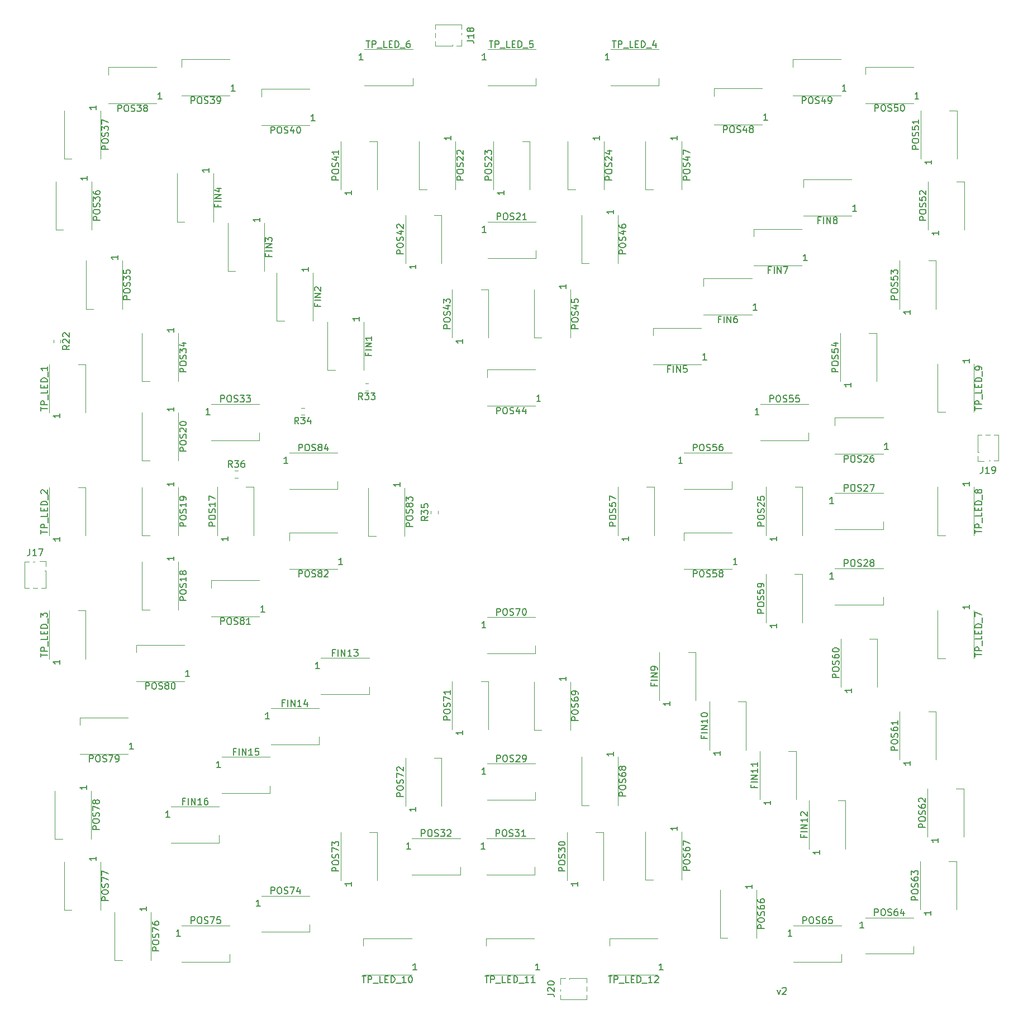
<source format=gbr>
%TF.GenerationSoftware,KiCad,Pcbnew,(6.0.6)*%
%TF.CreationDate,2022-06-29T12:44:08+02:00*%
%TF.ProjectId,CNLJS,434e4c4a-532e-46b6-9963-61645f706362,rev?*%
%TF.SameCoordinates,Original*%
%TF.FileFunction,Legend,Top*%
%TF.FilePolarity,Positive*%
%FSLAX46Y46*%
G04 Gerber Fmt 4.6, Leading zero omitted, Abs format (unit mm)*
G04 Created by KiCad (PCBNEW (6.0.6)) date 2022-06-29 12:44:08*
%MOMM*%
%LPD*%
G01*
G04 APERTURE LIST*
%ADD10C,0.150000*%
%ADD11C,0.120000*%
G04 APERTURE END LIST*
D10*
X182935714Y-165335714D02*
X183173809Y-166002380D01*
X183411904Y-165335714D01*
X183745238Y-165097619D02*
X183792857Y-165050000D01*
X183888095Y-165002380D01*
X184126190Y-165002380D01*
X184221428Y-165050000D01*
X184269047Y-165097619D01*
X184316666Y-165192857D01*
X184316666Y-165288095D01*
X184269047Y-165430952D01*
X183697619Y-166002380D01*
X184316666Y-166002380D01*
%TO.C,POS24*%
X157902375Y-42664285D02*
X156902375Y-42664285D01*
X156902375Y-42283333D01*
X156949995Y-42188095D01*
X156997614Y-42140476D01*
X157092852Y-42092857D01*
X157235709Y-42092857D01*
X157330947Y-42140476D01*
X157378566Y-42188095D01*
X157426185Y-42283333D01*
X157426185Y-42664285D01*
X156902375Y-41473809D02*
X156902375Y-41283333D01*
X156949995Y-41188095D01*
X157045233Y-41092857D01*
X157235709Y-41045238D01*
X157569042Y-41045238D01*
X157759518Y-41092857D01*
X157854756Y-41188095D01*
X157902375Y-41283333D01*
X157902375Y-41473809D01*
X157854756Y-41569047D01*
X157759518Y-41664285D01*
X157569042Y-41711904D01*
X157235709Y-41711904D01*
X157045233Y-41664285D01*
X156949995Y-41569047D01*
X156902375Y-41473809D01*
X157854756Y-40664285D02*
X157902375Y-40521428D01*
X157902375Y-40283333D01*
X157854756Y-40188095D01*
X157807137Y-40140476D01*
X157711899Y-40092857D01*
X157616661Y-40092857D01*
X157521423Y-40140476D01*
X157473804Y-40188095D01*
X157426185Y-40283333D01*
X157378566Y-40473809D01*
X157330947Y-40569047D01*
X157283328Y-40616666D01*
X157188090Y-40664285D01*
X157092852Y-40664285D01*
X156997614Y-40616666D01*
X156949995Y-40569047D01*
X156902375Y-40473809D01*
X156902375Y-40235714D01*
X156949995Y-40092857D01*
X156997614Y-39711904D02*
X156949995Y-39664285D01*
X156902375Y-39569047D01*
X156902375Y-39330952D01*
X156949995Y-39235714D01*
X156997614Y-39188095D01*
X157092852Y-39140476D01*
X157188090Y-39140476D01*
X157330947Y-39188095D01*
X157902375Y-39759523D01*
X157902375Y-39140476D01*
X157235709Y-38283333D02*
X157902375Y-38283333D01*
X156854756Y-38521428D02*
X157569042Y-38759523D01*
X157569042Y-38140476D01*
X156002375Y-36014285D02*
X156002375Y-36585714D01*
X156002375Y-36300000D02*
X155002375Y-36300000D01*
X155145233Y-36395238D01*
X155240471Y-36490476D01*
X155288090Y-36585714D01*
%TO.C,FIN8*%
X189454761Y-48778571D02*
X189121428Y-48778571D01*
X189121428Y-49302380D02*
X189121428Y-48302380D01*
X189597619Y-48302380D01*
X189978571Y-49302380D02*
X189978571Y-48302380D01*
X190454761Y-49302380D02*
X190454761Y-48302380D01*
X191026190Y-49302380D01*
X191026190Y-48302380D01*
X191645238Y-48730952D02*
X191550000Y-48683333D01*
X191502380Y-48635714D01*
X191454761Y-48540476D01*
X191454761Y-48492857D01*
X191502380Y-48397619D01*
X191550000Y-48350000D01*
X191645238Y-48302380D01*
X191835714Y-48302380D01*
X191930952Y-48350000D01*
X191978571Y-48397619D01*
X192026190Y-48492857D01*
X192026190Y-48540476D01*
X191978571Y-48635714D01*
X191930952Y-48683333D01*
X191835714Y-48730952D01*
X191645238Y-48730952D01*
X191550000Y-48778571D01*
X191502380Y-48826190D01*
X191454761Y-48921428D01*
X191454761Y-49111904D01*
X191502380Y-49207142D01*
X191550000Y-49254761D01*
X191645238Y-49302380D01*
X191835714Y-49302380D01*
X191930952Y-49254761D01*
X191978571Y-49207142D01*
X192026190Y-49111904D01*
X192026190Y-48921428D01*
X191978571Y-48826190D01*
X191930952Y-48778571D01*
X191835714Y-48730952D01*
X194985714Y-47402380D02*
X194414285Y-47402380D01*
X194700000Y-47402380D02*
X194700000Y-46402380D01*
X194604761Y-46545238D01*
X194509523Y-46640476D01*
X194414285Y-46688095D01*
%TO.C,POS81*%
X98635714Y-110002380D02*
X98635714Y-109002380D01*
X99016666Y-109002380D01*
X99111904Y-109050000D01*
X99159523Y-109097619D01*
X99207142Y-109192857D01*
X99207142Y-109335714D01*
X99159523Y-109430952D01*
X99111904Y-109478571D01*
X99016666Y-109526190D01*
X98635714Y-109526190D01*
X99826190Y-109002380D02*
X100016666Y-109002380D01*
X100111904Y-109050000D01*
X100207142Y-109145238D01*
X100254761Y-109335714D01*
X100254761Y-109669047D01*
X100207142Y-109859523D01*
X100111904Y-109954761D01*
X100016666Y-110002380D01*
X99826190Y-110002380D01*
X99730952Y-109954761D01*
X99635714Y-109859523D01*
X99588095Y-109669047D01*
X99588095Y-109335714D01*
X99635714Y-109145238D01*
X99730952Y-109050000D01*
X99826190Y-109002380D01*
X100635714Y-109954761D02*
X100778571Y-110002380D01*
X101016666Y-110002380D01*
X101111904Y-109954761D01*
X101159523Y-109907142D01*
X101207142Y-109811904D01*
X101207142Y-109716666D01*
X101159523Y-109621428D01*
X101111904Y-109573809D01*
X101016666Y-109526190D01*
X100826190Y-109478571D01*
X100730952Y-109430952D01*
X100683333Y-109383333D01*
X100635714Y-109288095D01*
X100635714Y-109192857D01*
X100683333Y-109097619D01*
X100730952Y-109050000D01*
X100826190Y-109002380D01*
X101064285Y-109002380D01*
X101207142Y-109050000D01*
X101778571Y-109430952D02*
X101683333Y-109383333D01*
X101635714Y-109335714D01*
X101588095Y-109240476D01*
X101588095Y-109192857D01*
X101635714Y-109097619D01*
X101683333Y-109050000D01*
X101778571Y-109002380D01*
X101969047Y-109002380D01*
X102064285Y-109050000D01*
X102111904Y-109097619D01*
X102159523Y-109192857D01*
X102159523Y-109240476D01*
X102111904Y-109335714D01*
X102064285Y-109383333D01*
X101969047Y-109430952D01*
X101778571Y-109430952D01*
X101683333Y-109478571D01*
X101635714Y-109526190D01*
X101588095Y-109621428D01*
X101588095Y-109811904D01*
X101635714Y-109907142D01*
X101683333Y-109954761D01*
X101778571Y-110002380D01*
X101969047Y-110002380D01*
X102064285Y-109954761D01*
X102111904Y-109907142D01*
X102159523Y-109811904D01*
X102159523Y-109621428D01*
X102111904Y-109526190D01*
X102064285Y-109478571D01*
X101969047Y-109430952D01*
X103111904Y-110002380D02*
X102540476Y-110002380D01*
X102826190Y-110002380D02*
X102826190Y-109002380D01*
X102730952Y-109145238D01*
X102635714Y-109240476D01*
X102540476Y-109288095D01*
X105285714Y-108102380D02*
X104714285Y-108102380D01*
X105000000Y-108102380D02*
X105000000Y-107102380D01*
X104904761Y-107245238D01*
X104809523Y-107340476D01*
X104714285Y-107388095D01*
%TO.C,POS58*%
X170235714Y-102802380D02*
X170235714Y-101802380D01*
X170616666Y-101802380D01*
X170711904Y-101850000D01*
X170759523Y-101897619D01*
X170807142Y-101992857D01*
X170807142Y-102135714D01*
X170759523Y-102230952D01*
X170711904Y-102278571D01*
X170616666Y-102326190D01*
X170235714Y-102326190D01*
X171426190Y-101802380D02*
X171616666Y-101802380D01*
X171711904Y-101850000D01*
X171807142Y-101945238D01*
X171854761Y-102135714D01*
X171854761Y-102469047D01*
X171807142Y-102659523D01*
X171711904Y-102754761D01*
X171616666Y-102802380D01*
X171426190Y-102802380D01*
X171330952Y-102754761D01*
X171235714Y-102659523D01*
X171188095Y-102469047D01*
X171188095Y-102135714D01*
X171235714Y-101945238D01*
X171330952Y-101850000D01*
X171426190Y-101802380D01*
X172235714Y-102754761D02*
X172378571Y-102802380D01*
X172616666Y-102802380D01*
X172711904Y-102754761D01*
X172759523Y-102707142D01*
X172807142Y-102611904D01*
X172807142Y-102516666D01*
X172759523Y-102421428D01*
X172711904Y-102373809D01*
X172616666Y-102326190D01*
X172426190Y-102278571D01*
X172330952Y-102230952D01*
X172283333Y-102183333D01*
X172235714Y-102088095D01*
X172235714Y-101992857D01*
X172283333Y-101897619D01*
X172330952Y-101850000D01*
X172426190Y-101802380D01*
X172664285Y-101802380D01*
X172807142Y-101850000D01*
X173711904Y-101802380D02*
X173235714Y-101802380D01*
X173188095Y-102278571D01*
X173235714Y-102230952D01*
X173330952Y-102183333D01*
X173569047Y-102183333D01*
X173664285Y-102230952D01*
X173711904Y-102278571D01*
X173759523Y-102373809D01*
X173759523Y-102611904D01*
X173711904Y-102707142D01*
X173664285Y-102754761D01*
X173569047Y-102802380D01*
X173330952Y-102802380D01*
X173235714Y-102754761D01*
X173188095Y-102707142D01*
X174330952Y-102230952D02*
X174235714Y-102183333D01*
X174188095Y-102135714D01*
X174140476Y-102040476D01*
X174140476Y-101992857D01*
X174188095Y-101897619D01*
X174235714Y-101850000D01*
X174330952Y-101802380D01*
X174521428Y-101802380D01*
X174616666Y-101850000D01*
X174664285Y-101897619D01*
X174711904Y-101992857D01*
X174711904Y-102040476D01*
X174664285Y-102135714D01*
X174616666Y-102183333D01*
X174521428Y-102230952D01*
X174330952Y-102230952D01*
X174235714Y-102278571D01*
X174188095Y-102326190D01*
X174140476Y-102421428D01*
X174140476Y-102611904D01*
X174188095Y-102707142D01*
X174235714Y-102754761D01*
X174330952Y-102802380D01*
X174521428Y-102802380D01*
X174616666Y-102754761D01*
X174664285Y-102707142D01*
X174711904Y-102611904D01*
X174711904Y-102421428D01*
X174664285Y-102326190D01*
X174616666Y-102278571D01*
X174521428Y-102230952D01*
X176885714Y-100902380D02*
X176314285Y-100902380D01*
X176600000Y-100902380D02*
X176600000Y-99902380D01*
X176504761Y-100045238D01*
X176409523Y-100140476D01*
X176314285Y-100188095D01*
%TO.C,POS61*%
X201202376Y-129064285D02*
X200202376Y-129064285D01*
X200202376Y-128683333D01*
X200249996Y-128588095D01*
X200297615Y-128540476D01*
X200392853Y-128492857D01*
X200535710Y-128492857D01*
X200630948Y-128540476D01*
X200678567Y-128588095D01*
X200726186Y-128683333D01*
X200726186Y-129064285D01*
X200202376Y-127873809D02*
X200202376Y-127683333D01*
X200249996Y-127588095D01*
X200345234Y-127492857D01*
X200535710Y-127445238D01*
X200869043Y-127445238D01*
X201059519Y-127492857D01*
X201154757Y-127588095D01*
X201202376Y-127683333D01*
X201202376Y-127873809D01*
X201154757Y-127969047D01*
X201059519Y-128064285D01*
X200869043Y-128111904D01*
X200535710Y-128111904D01*
X200345234Y-128064285D01*
X200249996Y-127969047D01*
X200202376Y-127873809D01*
X201154757Y-127064285D02*
X201202376Y-126921428D01*
X201202376Y-126683333D01*
X201154757Y-126588095D01*
X201107138Y-126540476D01*
X201011900Y-126492857D01*
X200916662Y-126492857D01*
X200821424Y-126540476D01*
X200773805Y-126588095D01*
X200726186Y-126683333D01*
X200678567Y-126873809D01*
X200630948Y-126969047D01*
X200583329Y-127016666D01*
X200488091Y-127064285D01*
X200392853Y-127064285D01*
X200297615Y-127016666D01*
X200249996Y-126969047D01*
X200202376Y-126873809D01*
X200202376Y-126635714D01*
X200249996Y-126492857D01*
X200202376Y-125635714D02*
X200202376Y-125826190D01*
X200249996Y-125921428D01*
X200297615Y-125969047D01*
X200440472Y-126064285D01*
X200630948Y-126111904D01*
X201011900Y-126111904D01*
X201107138Y-126064285D01*
X201154757Y-126016666D01*
X201202376Y-125921428D01*
X201202376Y-125730952D01*
X201154757Y-125635714D01*
X201107138Y-125588095D01*
X201011900Y-125540476D01*
X200773805Y-125540476D01*
X200678567Y-125588095D01*
X200630948Y-125635714D01*
X200583329Y-125730952D01*
X200583329Y-125921428D01*
X200630948Y-126016666D01*
X200678567Y-126064285D01*
X200773805Y-126111904D01*
X201202376Y-124588095D02*
X201202376Y-125159523D01*
X201202376Y-124873809D02*
X200202376Y-124873809D01*
X200345234Y-124969047D01*
X200440472Y-125064285D01*
X200488091Y-125159523D01*
X203102376Y-130714285D02*
X203102376Y-131285714D01*
X203102376Y-131000000D02*
X202102376Y-131000000D01*
X202245234Y-131095238D01*
X202340472Y-131190476D01*
X202388091Y-131285714D01*
%TO.C,FIN10*%
X171878571Y-126921428D02*
X171878571Y-127254761D01*
X172402380Y-127254761D02*
X171402380Y-127254761D01*
X171402380Y-126778571D01*
X172402380Y-126397619D02*
X171402380Y-126397619D01*
X172402380Y-125921428D02*
X171402380Y-125921428D01*
X172402380Y-125350000D01*
X171402380Y-125350000D01*
X172402380Y-124350000D02*
X172402380Y-124921428D01*
X172402380Y-124635714D02*
X171402380Y-124635714D01*
X171545238Y-124730952D01*
X171640476Y-124826190D01*
X171688095Y-124921428D01*
X171402380Y-123730952D02*
X171402380Y-123635714D01*
X171450000Y-123540476D01*
X171497619Y-123492857D01*
X171592857Y-123445238D01*
X171783333Y-123397619D01*
X172021428Y-123397619D01*
X172211904Y-123445238D01*
X172307142Y-123492857D01*
X172354761Y-123540476D01*
X172402380Y-123635714D01*
X172402380Y-123730952D01*
X172354761Y-123826190D01*
X172307142Y-123873809D01*
X172211904Y-123921428D01*
X172021428Y-123969047D01*
X171783333Y-123969047D01*
X171592857Y-123921428D01*
X171497619Y-123873809D01*
X171450000Y-123826190D01*
X171402380Y-123730952D01*
X174302380Y-129214285D02*
X174302380Y-129785714D01*
X174302380Y-129500000D02*
X173302380Y-129500000D01*
X173445238Y-129595238D01*
X173540476Y-129690476D01*
X173588095Y-129785714D01*
%TO.C,POS30*%
X150802375Y-147364281D02*
X149802375Y-147364281D01*
X149802375Y-146983329D01*
X149849995Y-146888091D01*
X149897614Y-146840472D01*
X149992852Y-146792853D01*
X150135709Y-146792853D01*
X150230947Y-146840472D01*
X150278566Y-146888091D01*
X150326185Y-146983329D01*
X150326185Y-147364281D01*
X149802375Y-146173805D02*
X149802375Y-145983329D01*
X149849995Y-145888091D01*
X149945233Y-145792853D01*
X150135709Y-145745234D01*
X150469042Y-145745234D01*
X150659518Y-145792853D01*
X150754756Y-145888091D01*
X150802375Y-145983329D01*
X150802375Y-146173805D01*
X150754756Y-146269043D01*
X150659518Y-146364281D01*
X150469042Y-146411900D01*
X150135709Y-146411900D01*
X149945233Y-146364281D01*
X149849995Y-146269043D01*
X149802375Y-146173805D01*
X150754756Y-145364281D02*
X150802375Y-145221424D01*
X150802375Y-144983329D01*
X150754756Y-144888091D01*
X150707137Y-144840472D01*
X150611899Y-144792853D01*
X150516661Y-144792853D01*
X150421423Y-144840472D01*
X150373804Y-144888091D01*
X150326185Y-144983329D01*
X150278566Y-145173805D01*
X150230947Y-145269043D01*
X150183328Y-145316662D01*
X150088090Y-145364281D01*
X149992852Y-145364281D01*
X149897614Y-145316662D01*
X149849995Y-145269043D01*
X149802375Y-145173805D01*
X149802375Y-144935710D01*
X149849995Y-144792853D01*
X149802375Y-144459519D02*
X149802375Y-143840472D01*
X150183328Y-144173805D01*
X150183328Y-144030948D01*
X150230947Y-143935710D01*
X150278566Y-143888091D01*
X150373804Y-143840472D01*
X150611899Y-143840472D01*
X150707137Y-143888091D01*
X150754756Y-143935710D01*
X150802375Y-144030948D01*
X150802375Y-144316662D01*
X150754756Y-144411900D01*
X150707137Y-144459519D01*
X149802375Y-143221424D02*
X149802375Y-143126186D01*
X149849995Y-143030948D01*
X149897614Y-142983329D01*
X149992852Y-142935710D01*
X150183328Y-142888091D01*
X150421423Y-142888091D01*
X150611899Y-142935710D01*
X150707137Y-142983329D01*
X150754756Y-143030948D01*
X150802375Y-143126186D01*
X150802375Y-143221424D01*
X150754756Y-143316662D01*
X150707137Y-143364281D01*
X150611899Y-143411900D01*
X150421423Y-143459519D01*
X150183328Y-143459519D01*
X149992852Y-143411900D01*
X149897614Y-143364281D01*
X149849995Y-143316662D01*
X149802375Y-143221424D01*
X152702375Y-149014281D02*
X152702375Y-149585710D01*
X152702375Y-149299996D02*
X151702375Y-149299996D01*
X151845233Y-149395234D01*
X151940471Y-149490472D01*
X151988090Y-149585710D01*
%TO.C,POS66*%
X181002380Y-156064285D02*
X180002380Y-156064285D01*
X180002380Y-155683333D01*
X180050000Y-155588095D01*
X180097619Y-155540476D01*
X180192857Y-155492857D01*
X180335714Y-155492857D01*
X180430952Y-155540476D01*
X180478571Y-155588095D01*
X180526190Y-155683333D01*
X180526190Y-156064285D01*
X180002380Y-154873809D02*
X180002380Y-154683333D01*
X180050000Y-154588095D01*
X180145238Y-154492857D01*
X180335714Y-154445238D01*
X180669047Y-154445238D01*
X180859523Y-154492857D01*
X180954761Y-154588095D01*
X181002380Y-154683333D01*
X181002380Y-154873809D01*
X180954761Y-154969047D01*
X180859523Y-155064285D01*
X180669047Y-155111904D01*
X180335714Y-155111904D01*
X180145238Y-155064285D01*
X180050000Y-154969047D01*
X180002380Y-154873809D01*
X180954761Y-154064285D02*
X181002380Y-153921428D01*
X181002380Y-153683333D01*
X180954761Y-153588095D01*
X180907142Y-153540476D01*
X180811904Y-153492857D01*
X180716666Y-153492857D01*
X180621428Y-153540476D01*
X180573809Y-153588095D01*
X180526190Y-153683333D01*
X180478571Y-153873809D01*
X180430952Y-153969047D01*
X180383333Y-154016666D01*
X180288095Y-154064285D01*
X180192857Y-154064285D01*
X180097619Y-154016666D01*
X180050000Y-153969047D01*
X180002380Y-153873809D01*
X180002380Y-153635714D01*
X180050000Y-153492857D01*
X180002380Y-152635714D02*
X180002380Y-152826190D01*
X180050000Y-152921428D01*
X180097619Y-152969047D01*
X180240476Y-153064285D01*
X180430952Y-153111904D01*
X180811904Y-153111904D01*
X180907142Y-153064285D01*
X180954761Y-153016666D01*
X181002380Y-152921428D01*
X181002380Y-152730952D01*
X180954761Y-152635714D01*
X180907142Y-152588095D01*
X180811904Y-152540476D01*
X180573809Y-152540476D01*
X180478571Y-152588095D01*
X180430952Y-152635714D01*
X180383333Y-152730952D01*
X180383333Y-152921428D01*
X180430952Y-153016666D01*
X180478571Y-153064285D01*
X180573809Y-153111904D01*
X180002380Y-151683333D02*
X180002380Y-151873809D01*
X180050000Y-151969047D01*
X180097619Y-152016666D01*
X180240476Y-152111904D01*
X180430952Y-152159523D01*
X180811904Y-152159523D01*
X180907142Y-152111904D01*
X180954761Y-152064285D01*
X181002380Y-151969047D01*
X181002380Y-151778571D01*
X180954761Y-151683333D01*
X180907142Y-151635714D01*
X180811904Y-151588095D01*
X180573809Y-151588095D01*
X180478571Y-151635714D01*
X180430952Y-151683333D01*
X180383333Y-151778571D01*
X180383333Y-151969047D01*
X180430952Y-152064285D01*
X180478571Y-152111904D01*
X180573809Y-152159523D01*
X179102380Y-149414285D02*
X179102380Y-149985714D01*
X179102380Y-149700000D02*
X178102380Y-149700000D01*
X178245238Y-149795238D01*
X178340476Y-149890476D01*
X178388095Y-149985714D01*
%TO.C,POS29*%
X140435706Y-130784695D02*
X140435706Y-129784695D01*
X140816658Y-129784695D01*
X140911896Y-129832315D01*
X140959515Y-129879934D01*
X141007134Y-129975172D01*
X141007134Y-130118029D01*
X140959515Y-130213267D01*
X140911896Y-130260886D01*
X140816658Y-130308505D01*
X140435706Y-130308505D01*
X141626182Y-129784695D02*
X141816658Y-129784695D01*
X141911896Y-129832315D01*
X142007134Y-129927553D01*
X142054753Y-130118029D01*
X142054753Y-130451362D01*
X142007134Y-130641838D01*
X141911896Y-130737076D01*
X141816658Y-130784695D01*
X141626182Y-130784695D01*
X141530944Y-130737076D01*
X141435706Y-130641838D01*
X141388087Y-130451362D01*
X141388087Y-130118029D01*
X141435706Y-129927553D01*
X141530944Y-129832315D01*
X141626182Y-129784695D01*
X142435706Y-130737076D02*
X142578563Y-130784695D01*
X142816658Y-130784695D01*
X142911896Y-130737076D01*
X142959515Y-130689457D01*
X143007134Y-130594219D01*
X143007134Y-130498981D01*
X142959515Y-130403743D01*
X142911896Y-130356124D01*
X142816658Y-130308505D01*
X142626182Y-130260886D01*
X142530944Y-130213267D01*
X142483325Y-130165648D01*
X142435706Y-130070410D01*
X142435706Y-129975172D01*
X142483325Y-129879934D01*
X142530944Y-129832315D01*
X142626182Y-129784695D01*
X142864277Y-129784695D01*
X143007134Y-129832315D01*
X143388087Y-129879934D02*
X143435706Y-129832315D01*
X143530944Y-129784695D01*
X143769039Y-129784695D01*
X143864277Y-129832315D01*
X143911896Y-129879934D01*
X143959515Y-129975172D01*
X143959515Y-130070410D01*
X143911896Y-130213267D01*
X143340468Y-130784695D01*
X143959515Y-130784695D01*
X144435706Y-130784695D02*
X144626182Y-130784695D01*
X144721420Y-130737076D01*
X144769039Y-130689457D01*
X144864277Y-130546600D01*
X144911896Y-130356124D01*
X144911896Y-129975172D01*
X144864277Y-129879934D01*
X144816658Y-129832315D01*
X144721420Y-129784695D01*
X144530944Y-129784695D01*
X144435706Y-129832315D01*
X144388087Y-129879934D01*
X144340468Y-129975172D01*
X144340468Y-130213267D01*
X144388087Y-130308505D01*
X144435706Y-130356124D01*
X144530944Y-130403743D01*
X144721420Y-130403743D01*
X144816658Y-130356124D01*
X144864277Y-130308505D01*
X144911896Y-130213267D01*
X138785706Y-132684695D02*
X138214277Y-132684695D01*
X138499992Y-132684695D02*
X138499992Y-131684695D01*
X138404753Y-131827553D01*
X138309515Y-131922791D01*
X138214277Y-131970410D01*
%TO.C,FIN12*%
X186978571Y-141921428D02*
X186978571Y-142254761D01*
X187502380Y-142254761D02*
X186502380Y-142254761D01*
X186502380Y-141778571D01*
X187502380Y-141397619D02*
X186502380Y-141397619D01*
X187502380Y-140921428D02*
X186502380Y-140921428D01*
X187502380Y-140350000D01*
X186502380Y-140350000D01*
X187502380Y-139350000D02*
X187502380Y-139921428D01*
X187502380Y-139635714D02*
X186502380Y-139635714D01*
X186645238Y-139730952D01*
X186740476Y-139826190D01*
X186788095Y-139921428D01*
X186597619Y-138969047D02*
X186550000Y-138921428D01*
X186502380Y-138826190D01*
X186502380Y-138588095D01*
X186550000Y-138492857D01*
X186597619Y-138445238D01*
X186692857Y-138397619D01*
X186788095Y-138397619D01*
X186930952Y-138445238D01*
X187502380Y-139016666D01*
X187502380Y-138397619D01*
X189402380Y-144214285D02*
X189402380Y-144785714D01*
X189402380Y-144500000D02*
X188402380Y-144500000D01*
X188545238Y-144595238D01*
X188640476Y-144690476D01*
X188688095Y-144785714D01*
%TO.C,POS78*%
X80202380Y-141064285D02*
X79202380Y-141064285D01*
X79202380Y-140683333D01*
X79250000Y-140588095D01*
X79297619Y-140540476D01*
X79392857Y-140492857D01*
X79535714Y-140492857D01*
X79630952Y-140540476D01*
X79678571Y-140588095D01*
X79726190Y-140683333D01*
X79726190Y-141064285D01*
X79202380Y-139873809D02*
X79202380Y-139683333D01*
X79250000Y-139588095D01*
X79345238Y-139492857D01*
X79535714Y-139445238D01*
X79869047Y-139445238D01*
X80059523Y-139492857D01*
X80154761Y-139588095D01*
X80202380Y-139683333D01*
X80202380Y-139873809D01*
X80154761Y-139969047D01*
X80059523Y-140064285D01*
X79869047Y-140111904D01*
X79535714Y-140111904D01*
X79345238Y-140064285D01*
X79250000Y-139969047D01*
X79202380Y-139873809D01*
X80154761Y-139064285D02*
X80202380Y-138921428D01*
X80202380Y-138683333D01*
X80154761Y-138588095D01*
X80107142Y-138540476D01*
X80011904Y-138492857D01*
X79916666Y-138492857D01*
X79821428Y-138540476D01*
X79773809Y-138588095D01*
X79726190Y-138683333D01*
X79678571Y-138873809D01*
X79630952Y-138969047D01*
X79583333Y-139016666D01*
X79488095Y-139064285D01*
X79392857Y-139064285D01*
X79297619Y-139016666D01*
X79250000Y-138969047D01*
X79202380Y-138873809D01*
X79202380Y-138635714D01*
X79250000Y-138492857D01*
X79202380Y-138159523D02*
X79202380Y-137492857D01*
X80202380Y-137921428D01*
X79630952Y-136969047D02*
X79583333Y-137064285D01*
X79535714Y-137111904D01*
X79440476Y-137159523D01*
X79392857Y-137159523D01*
X79297619Y-137111904D01*
X79250000Y-137064285D01*
X79202380Y-136969047D01*
X79202380Y-136778571D01*
X79250000Y-136683333D01*
X79297619Y-136635714D01*
X79392857Y-136588095D01*
X79440476Y-136588095D01*
X79535714Y-136635714D01*
X79583333Y-136683333D01*
X79630952Y-136778571D01*
X79630952Y-136969047D01*
X79678571Y-137064285D01*
X79726190Y-137111904D01*
X79821428Y-137159523D01*
X80011904Y-137159523D01*
X80107142Y-137111904D01*
X80154761Y-137064285D01*
X80202380Y-136969047D01*
X80202380Y-136778571D01*
X80154761Y-136683333D01*
X80107142Y-136635714D01*
X80011904Y-136588095D01*
X79821428Y-136588095D01*
X79726190Y-136635714D01*
X79678571Y-136683333D01*
X79630952Y-136778571D01*
X78302380Y-134414285D02*
X78302380Y-134985714D01*
X78302380Y-134700000D02*
X77302380Y-134700000D01*
X77445238Y-134795238D01*
X77540476Y-134890476D01*
X77588095Y-134985714D01*
%TO.C,POS71*%
X133402380Y-124464285D02*
X132402380Y-124464285D01*
X132402380Y-124083333D01*
X132450000Y-123988095D01*
X132497619Y-123940476D01*
X132592857Y-123892857D01*
X132735714Y-123892857D01*
X132830952Y-123940476D01*
X132878571Y-123988095D01*
X132926190Y-124083333D01*
X132926190Y-124464285D01*
X132402380Y-123273809D02*
X132402380Y-123083333D01*
X132450000Y-122988095D01*
X132545238Y-122892857D01*
X132735714Y-122845238D01*
X133069047Y-122845238D01*
X133259523Y-122892857D01*
X133354761Y-122988095D01*
X133402380Y-123083333D01*
X133402380Y-123273809D01*
X133354761Y-123369047D01*
X133259523Y-123464285D01*
X133069047Y-123511904D01*
X132735714Y-123511904D01*
X132545238Y-123464285D01*
X132450000Y-123369047D01*
X132402380Y-123273809D01*
X133354761Y-122464285D02*
X133402380Y-122321428D01*
X133402380Y-122083333D01*
X133354761Y-121988095D01*
X133307142Y-121940476D01*
X133211904Y-121892857D01*
X133116666Y-121892857D01*
X133021428Y-121940476D01*
X132973809Y-121988095D01*
X132926190Y-122083333D01*
X132878571Y-122273809D01*
X132830952Y-122369047D01*
X132783333Y-122416666D01*
X132688095Y-122464285D01*
X132592857Y-122464285D01*
X132497619Y-122416666D01*
X132450000Y-122369047D01*
X132402380Y-122273809D01*
X132402380Y-122035714D01*
X132450000Y-121892857D01*
X132402380Y-121559523D02*
X132402380Y-120892857D01*
X133402380Y-121321428D01*
X133402380Y-119988095D02*
X133402380Y-120559523D01*
X133402380Y-120273809D02*
X132402380Y-120273809D01*
X132545238Y-120369047D01*
X132640476Y-120464285D01*
X132688095Y-120559523D01*
X135302380Y-126114285D02*
X135302380Y-126685714D01*
X135302380Y-126400000D02*
X134302380Y-126400000D01*
X134445238Y-126495238D01*
X134540476Y-126590476D01*
X134588095Y-126685714D01*
%TO.C,POS27*%
X193135702Y-89799356D02*
X193135702Y-88799356D01*
X193516654Y-88799356D01*
X193611892Y-88846976D01*
X193659511Y-88894595D01*
X193707130Y-88989833D01*
X193707130Y-89132690D01*
X193659511Y-89227928D01*
X193611892Y-89275547D01*
X193516654Y-89323166D01*
X193135702Y-89323166D01*
X194326178Y-88799356D02*
X194516654Y-88799356D01*
X194611892Y-88846976D01*
X194707130Y-88942214D01*
X194754749Y-89132690D01*
X194754749Y-89466023D01*
X194707130Y-89656499D01*
X194611892Y-89751737D01*
X194516654Y-89799356D01*
X194326178Y-89799356D01*
X194230940Y-89751737D01*
X194135702Y-89656499D01*
X194088083Y-89466023D01*
X194088083Y-89132690D01*
X194135702Y-88942214D01*
X194230940Y-88846976D01*
X194326178Y-88799356D01*
X195135702Y-89751737D02*
X195278559Y-89799356D01*
X195516654Y-89799356D01*
X195611892Y-89751737D01*
X195659511Y-89704118D01*
X195707130Y-89608880D01*
X195707130Y-89513642D01*
X195659511Y-89418404D01*
X195611892Y-89370785D01*
X195516654Y-89323166D01*
X195326178Y-89275547D01*
X195230940Y-89227928D01*
X195183321Y-89180309D01*
X195135702Y-89085071D01*
X195135702Y-88989833D01*
X195183321Y-88894595D01*
X195230940Y-88846976D01*
X195326178Y-88799356D01*
X195564273Y-88799356D01*
X195707130Y-88846976D01*
X196088083Y-88894595D02*
X196135702Y-88846976D01*
X196230940Y-88799356D01*
X196469035Y-88799356D01*
X196564273Y-88846976D01*
X196611892Y-88894595D01*
X196659511Y-88989833D01*
X196659511Y-89085071D01*
X196611892Y-89227928D01*
X196040464Y-89799356D01*
X196659511Y-89799356D01*
X196992845Y-88799356D02*
X197659511Y-88799356D01*
X197230940Y-89799356D01*
X191485702Y-91699356D02*
X190914273Y-91699356D01*
X191199988Y-91699356D02*
X191199988Y-90699356D01*
X191104749Y-90842214D01*
X191009511Y-90937452D01*
X190914273Y-90985071D01*
%TO.C,POS47*%
X169702380Y-42664285D02*
X168702380Y-42664285D01*
X168702380Y-42283333D01*
X168750000Y-42188095D01*
X168797619Y-42140476D01*
X168892857Y-42092857D01*
X169035714Y-42092857D01*
X169130952Y-42140476D01*
X169178571Y-42188095D01*
X169226190Y-42283333D01*
X169226190Y-42664285D01*
X168702380Y-41473809D02*
X168702380Y-41283333D01*
X168750000Y-41188095D01*
X168845238Y-41092857D01*
X169035714Y-41045238D01*
X169369047Y-41045238D01*
X169559523Y-41092857D01*
X169654761Y-41188095D01*
X169702380Y-41283333D01*
X169702380Y-41473809D01*
X169654761Y-41569047D01*
X169559523Y-41664285D01*
X169369047Y-41711904D01*
X169035714Y-41711904D01*
X168845238Y-41664285D01*
X168750000Y-41569047D01*
X168702380Y-41473809D01*
X169654761Y-40664285D02*
X169702380Y-40521428D01*
X169702380Y-40283333D01*
X169654761Y-40188095D01*
X169607142Y-40140476D01*
X169511904Y-40092857D01*
X169416666Y-40092857D01*
X169321428Y-40140476D01*
X169273809Y-40188095D01*
X169226190Y-40283333D01*
X169178571Y-40473809D01*
X169130952Y-40569047D01*
X169083333Y-40616666D01*
X168988095Y-40664285D01*
X168892857Y-40664285D01*
X168797619Y-40616666D01*
X168750000Y-40569047D01*
X168702380Y-40473809D01*
X168702380Y-40235714D01*
X168750000Y-40092857D01*
X169035714Y-39235714D02*
X169702380Y-39235714D01*
X168654761Y-39473809D02*
X169369047Y-39711904D01*
X169369047Y-39092857D01*
X168702380Y-38807142D02*
X168702380Y-38140476D01*
X169702380Y-38569047D01*
X167802380Y-36014285D02*
X167802380Y-36585714D01*
X167802380Y-36300000D02*
X166802380Y-36300000D01*
X166945238Y-36395238D01*
X167040476Y-36490476D01*
X167088095Y-36585714D01*
%TO.C,POS56*%
X170235714Y-83702380D02*
X170235714Y-82702380D01*
X170616666Y-82702380D01*
X170711904Y-82750000D01*
X170759523Y-82797619D01*
X170807142Y-82892857D01*
X170807142Y-83035714D01*
X170759523Y-83130952D01*
X170711904Y-83178571D01*
X170616666Y-83226190D01*
X170235714Y-83226190D01*
X171426190Y-82702380D02*
X171616666Y-82702380D01*
X171711904Y-82750000D01*
X171807142Y-82845238D01*
X171854761Y-83035714D01*
X171854761Y-83369047D01*
X171807142Y-83559523D01*
X171711904Y-83654761D01*
X171616666Y-83702380D01*
X171426190Y-83702380D01*
X171330952Y-83654761D01*
X171235714Y-83559523D01*
X171188095Y-83369047D01*
X171188095Y-83035714D01*
X171235714Y-82845238D01*
X171330952Y-82750000D01*
X171426190Y-82702380D01*
X172235714Y-83654761D02*
X172378571Y-83702380D01*
X172616666Y-83702380D01*
X172711904Y-83654761D01*
X172759523Y-83607142D01*
X172807142Y-83511904D01*
X172807142Y-83416666D01*
X172759523Y-83321428D01*
X172711904Y-83273809D01*
X172616666Y-83226190D01*
X172426190Y-83178571D01*
X172330952Y-83130952D01*
X172283333Y-83083333D01*
X172235714Y-82988095D01*
X172235714Y-82892857D01*
X172283333Y-82797619D01*
X172330952Y-82750000D01*
X172426190Y-82702380D01*
X172664285Y-82702380D01*
X172807142Y-82750000D01*
X173711904Y-82702380D02*
X173235714Y-82702380D01*
X173188095Y-83178571D01*
X173235714Y-83130952D01*
X173330952Y-83083333D01*
X173569047Y-83083333D01*
X173664285Y-83130952D01*
X173711904Y-83178571D01*
X173759523Y-83273809D01*
X173759523Y-83511904D01*
X173711904Y-83607142D01*
X173664285Y-83654761D01*
X173569047Y-83702380D01*
X173330952Y-83702380D01*
X173235714Y-83654761D01*
X173188095Y-83607142D01*
X174616666Y-82702380D02*
X174426190Y-82702380D01*
X174330952Y-82750000D01*
X174283333Y-82797619D01*
X174188095Y-82940476D01*
X174140476Y-83130952D01*
X174140476Y-83511904D01*
X174188095Y-83607142D01*
X174235714Y-83654761D01*
X174330952Y-83702380D01*
X174521428Y-83702380D01*
X174616666Y-83654761D01*
X174664285Y-83607142D01*
X174711904Y-83511904D01*
X174711904Y-83273809D01*
X174664285Y-83178571D01*
X174616666Y-83130952D01*
X174521428Y-83083333D01*
X174330952Y-83083333D01*
X174235714Y-83130952D01*
X174188095Y-83178571D01*
X174140476Y-83273809D01*
X168585714Y-85602380D02*
X168014285Y-85602380D01*
X168300000Y-85602380D02*
X168300000Y-84602380D01*
X168204761Y-84745238D01*
X168109523Y-84840476D01*
X168014285Y-84888095D01*
%TO.C,FIN4*%
X98178571Y-46445238D02*
X98178571Y-46778571D01*
X98702380Y-46778571D02*
X97702380Y-46778571D01*
X97702380Y-46302380D01*
X98702380Y-45921428D02*
X97702380Y-45921428D01*
X98702380Y-45445238D02*
X97702380Y-45445238D01*
X98702380Y-44873809D01*
X97702380Y-44873809D01*
X98035714Y-43969047D02*
X98702380Y-43969047D01*
X97654761Y-44207142D02*
X98369047Y-44445238D01*
X98369047Y-43826190D01*
X96802380Y-40914285D02*
X96802380Y-41485714D01*
X96802380Y-41200000D02*
X95802380Y-41200000D01*
X95945238Y-41295238D01*
X96040476Y-41390476D01*
X96088095Y-41485714D01*
%TO.C,POS38*%
X83035714Y-32302380D02*
X83035714Y-31302380D01*
X83416666Y-31302380D01*
X83511904Y-31350000D01*
X83559523Y-31397619D01*
X83607142Y-31492857D01*
X83607142Y-31635714D01*
X83559523Y-31730952D01*
X83511904Y-31778571D01*
X83416666Y-31826190D01*
X83035714Y-31826190D01*
X84226190Y-31302380D02*
X84416666Y-31302380D01*
X84511904Y-31350000D01*
X84607142Y-31445238D01*
X84654761Y-31635714D01*
X84654761Y-31969047D01*
X84607142Y-32159523D01*
X84511904Y-32254761D01*
X84416666Y-32302380D01*
X84226190Y-32302380D01*
X84130952Y-32254761D01*
X84035714Y-32159523D01*
X83988095Y-31969047D01*
X83988095Y-31635714D01*
X84035714Y-31445238D01*
X84130952Y-31350000D01*
X84226190Y-31302380D01*
X85035714Y-32254761D02*
X85178571Y-32302380D01*
X85416666Y-32302380D01*
X85511904Y-32254761D01*
X85559523Y-32207142D01*
X85607142Y-32111904D01*
X85607142Y-32016666D01*
X85559523Y-31921428D01*
X85511904Y-31873809D01*
X85416666Y-31826190D01*
X85226190Y-31778571D01*
X85130952Y-31730952D01*
X85083333Y-31683333D01*
X85035714Y-31588095D01*
X85035714Y-31492857D01*
X85083333Y-31397619D01*
X85130952Y-31350000D01*
X85226190Y-31302380D01*
X85464285Y-31302380D01*
X85607142Y-31350000D01*
X85940476Y-31302380D02*
X86559523Y-31302380D01*
X86226190Y-31683333D01*
X86369047Y-31683333D01*
X86464285Y-31730952D01*
X86511904Y-31778571D01*
X86559523Y-31873809D01*
X86559523Y-32111904D01*
X86511904Y-32207142D01*
X86464285Y-32254761D01*
X86369047Y-32302380D01*
X86083333Y-32302380D01*
X85988095Y-32254761D01*
X85940476Y-32207142D01*
X87130952Y-31730952D02*
X87035714Y-31683333D01*
X86988095Y-31635714D01*
X86940476Y-31540476D01*
X86940476Y-31492857D01*
X86988095Y-31397619D01*
X87035714Y-31350000D01*
X87130952Y-31302380D01*
X87321428Y-31302380D01*
X87416666Y-31350000D01*
X87464285Y-31397619D01*
X87511904Y-31492857D01*
X87511904Y-31540476D01*
X87464285Y-31635714D01*
X87416666Y-31683333D01*
X87321428Y-31730952D01*
X87130952Y-31730952D01*
X87035714Y-31778571D01*
X86988095Y-31826190D01*
X86940476Y-31921428D01*
X86940476Y-32111904D01*
X86988095Y-32207142D01*
X87035714Y-32254761D01*
X87130952Y-32302380D01*
X87321428Y-32302380D01*
X87416666Y-32254761D01*
X87464285Y-32207142D01*
X87511904Y-32111904D01*
X87511904Y-31921428D01*
X87464285Y-31826190D01*
X87416666Y-31778571D01*
X87321428Y-31730952D01*
X89685714Y-30402380D02*
X89114285Y-30402380D01*
X89400000Y-30402380D02*
X89400000Y-29402380D01*
X89304761Y-29545238D01*
X89209523Y-29640476D01*
X89114285Y-29688095D01*
%TO.C,POS33*%
X98635713Y-76302380D02*
X98635713Y-75302380D01*
X99016665Y-75302380D01*
X99111903Y-75350000D01*
X99159522Y-75397619D01*
X99207141Y-75492857D01*
X99207141Y-75635714D01*
X99159522Y-75730952D01*
X99111903Y-75778571D01*
X99016665Y-75826190D01*
X98635713Y-75826190D01*
X99826189Y-75302380D02*
X100016665Y-75302380D01*
X100111903Y-75350000D01*
X100207141Y-75445238D01*
X100254760Y-75635714D01*
X100254760Y-75969047D01*
X100207141Y-76159523D01*
X100111903Y-76254761D01*
X100016665Y-76302380D01*
X99826189Y-76302380D01*
X99730951Y-76254761D01*
X99635713Y-76159523D01*
X99588094Y-75969047D01*
X99588094Y-75635714D01*
X99635713Y-75445238D01*
X99730951Y-75350000D01*
X99826189Y-75302380D01*
X100635713Y-76254761D02*
X100778570Y-76302380D01*
X101016665Y-76302380D01*
X101111903Y-76254761D01*
X101159522Y-76207142D01*
X101207141Y-76111904D01*
X101207141Y-76016666D01*
X101159522Y-75921428D01*
X101111903Y-75873809D01*
X101016665Y-75826190D01*
X100826189Y-75778571D01*
X100730951Y-75730952D01*
X100683332Y-75683333D01*
X100635713Y-75588095D01*
X100635713Y-75492857D01*
X100683332Y-75397619D01*
X100730951Y-75350000D01*
X100826189Y-75302380D01*
X101064284Y-75302380D01*
X101207141Y-75350000D01*
X101540475Y-75302380D02*
X102159522Y-75302380D01*
X101826189Y-75683333D01*
X101969046Y-75683333D01*
X102064284Y-75730952D01*
X102111903Y-75778571D01*
X102159522Y-75873809D01*
X102159522Y-76111904D01*
X102111903Y-76207142D01*
X102064284Y-76254761D01*
X101969046Y-76302380D01*
X101683332Y-76302380D01*
X101588094Y-76254761D01*
X101540475Y-76207142D01*
X102492856Y-75302380D02*
X103111903Y-75302380D01*
X102778570Y-75683333D01*
X102921427Y-75683333D01*
X103016665Y-75730952D01*
X103064284Y-75778571D01*
X103111903Y-75873809D01*
X103111903Y-76111904D01*
X103064284Y-76207142D01*
X103016665Y-76254761D01*
X102921427Y-76302380D01*
X102635713Y-76302380D01*
X102540475Y-76254761D01*
X102492856Y-76207142D01*
X96985713Y-78202380D02*
X96414284Y-78202380D01*
X96699999Y-78202380D02*
X96699999Y-77202380D01*
X96604760Y-77345238D01*
X96509522Y-77440476D01*
X96414284Y-77488095D01*
%TO.C,POS65*%
X186835714Y-155302380D02*
X186835714Y-154302380D01*
X187216666Y-154302380D01*
X187311904Y-154350000D01*
X187359523Y-154397619D01*
X187407142Y-154492857D01*
X187407142Y-154635714D01*
X187359523Y-154730952D01*
X187311904Y-154778571D01*
X187216666Y-154826190D01*
X186835714Y-154826190D01*
X188026190Y-154302380D02*
X188216666Y-154302380D01*
X188311904Y-154350000D01*
X188407142Y-154445238D01*
X188454761Y-154635714D01*
X188454761Y-154969047D01*
X188407142Y-155159523D01*
X188311904Y-155254761D01*
X188216666Y-155302380D01*
X188026190Y-155302380D01*
X187930952Y-155254761D01*
X187835714Y-155159523D01*
X187788095Y-154969047D01*
X187788095Y-154635714D01*
X187835714Y-154445238D01*
X187930952Y-154350000D01*
X188026190Y-154302380D01*
X188835714Y-155254761D02*
X188978571Y-155302380D01*
X189216666Y-155302380D01*
X189311904Y-155254761D01*
X189359523Y-155207142D01*
X189407142Y-155111904D01*
X189407142Y-155016666D01*
X189359523Y-154921428D01*
X189311904Y-154873809D01*
X189216666Y-154826190D01*
X189026190Y-154778571D01*
X188930952Y-154730952D01*
X188883333Y-154683333D01*
X188835714Y-154588095D01*
X188835714Y-154492857D01*
X188883333Y-154397619D01*
X188930952Y-154350000D01*
X189026190Y-154302380D01*
X189264285Y-154302380D01*
X189407142Y-154350000D01*
X190264285Y-154302380D02*
X190073809Y-154302380D01*
X189978571Y-154350000D01*
X189930952Y-154397619D01*
X189835714Y-154540476D01*
X189788095Y-154730952D01*
X189788095Y-155111904D01*
X189835714Y-155207142D01*
X189883333Y-155254761D01*
X189978571Y-155302380D01*
X190169047Y-155302380D01*
X190264285Y-155254761D01*
X190311904Y-155207142D01*
X190359523Y-155111904D01*
X190359523Y-154873809D01*
X190311904Y-154778571D01*
X190264285Y-154730952D01*
X190169047Y-154683333D01*
X189978571Y-154683333D01*
X189883333Y-154730952D01*
X189835714Y-154778571D01*
X189788095Y-154873809D01*
X191264285Y-154302380D02*
X190788095Y-154302380D01*
X190740476Y-154778571D01*
X190788095Y-154730952D01*
X190883333Y-154683333D01*
X191121428Y-154683333D01*
X191216666Y-154730952D01*
X191264285Y-154778571D01*
X191311904Y-154873809D01*
X191311904Y-155111904D01*
X191264285Y-155207142D01*
X191216666Y-155254761D01*
X191121428Y-155302380D01*
X190883333Y-155302380D01*
X190788095Y-155254761D01*
X190740476Y-155207142D01*
X185185714Y-157202380D02*
X184614285Y-157202380D01*
X184900000Y-157202380D02*
X184900000Y-156202380D01*
X184804761Y-156345238D01*
X184709523Y-156440476D01*
X184614285Y-156488095D01*
%TO.C,POS39*%
X94135714Y-31102380D02*
X94135714Y-30102380D01*
X94516666Y-30102380D01*
X94611904Y-30150000D01*
X94659523Y-30197619D01*
X94707142Y-30292857D01*
X94707142Y-30435714D01*
X94659523Y-30530952D01*
X94611904Y-30578571D01*
X94516666Y-30626190D01*
X94135714Y-30626190D01*
X95326190Y-30102380D02*
X95516666Y-30102380D01*
X95611904Y-30150000D01*
X95707142Y-30245238D01*
X95754761Y-30435714D01*
X95754761Y-30769047D01*
X95707142Y-30959523D01*
X95611904Y-31054761D01*
X95516666Y-31102380D01*
X95326190Y-31102380D01*
X95230952Y-31054761D01*
X95135714Y-30959523D01*
X95088095Y-30769047D01*
X95088095Y-30435714D01*
X95135714Y-30245238D01*
X95230952Y-30150000D01*
X95326190Y-30102380D01*
X96135714Y-31054761D02*
X96278571Y-31102380D01*
X96516666Y-31102380D01*
X96611904Y-31054761D01*
X96659523Y-31007142D01*
X96707142Y-30911904D01*
X96707142Y-30816666D01*
X96659523Y-30721428D01*
X96611904Y-30673809D01*
X96516666Y-30626190D01*
X96326190Y-30578571D01*
X96230952Y-30530952D01*
X96183333Y-30483333D01*
X96135714Y-30388095D01*
X96135714Y-30292857D01*
X96183333Y-30197619D01*
X96230952Y-30150000D01*
X96326190Y-30102380D01*
X96564285Y-30102380D01*
X96707142Y-30150000D01*
X97040476Y-30102380D02*
X97659523Y-30102380D01*
X97326190Y-30483333D01*
X97469047Y-30483333D01*
X97564285Y-30530952D01*
X97611904Y-30578571D01*
X97659523Y-30673809D01*
X97659523Y-30911904D01*
X97611904Y-31007142D01*
X97564285Y-31054761D01*
X97469047Y-31102380D01*
X97183333Y-31102380D01*
X97088095Y-31054761D01*
X97040476Y-31007142D01*
X98135714Y-31102380D02*
X98326190Y-31102380D01*
X98421428Y-31054761D01*
X98469047Y-31007142D01*
X98564285Y-30864285D01*
X98611904Y-30673809D01*
X98611904Y-30292857D01*
X98564285Y-30197619D01*
X98516666Y-30150000D01*
X98421428Y-30102380D01*
X98230952Y-30102380D01*
X98135714Y-30150000D01*
X98088095Y-30197619D01*
X98040476Y-30292857D01*
X98040476Y-30530952D01*
X98088095Y-30626190D01*
X98135714Y-30673809D01*
X98230952Y-30721428D01*
X98421428Y-30721428D01*
X98516666Y-30673809D01*
X98564285Y-30626190D01*
X98611904Y-30530952D01*
X100785714Y-29202380D02*
X100214285Y-29202380D01*
X100500000Y-29202380D02*
X100500000Y-28202380D01*
X100404761Y-28345238D01*
X100309523Y-28440476D01*
X100214285Y-28488095D01*
%TO.C,TP_LED_9*%
X212952380Y-77577928D02*
X212952380Y-77006499D01*
X213952380Y-77292214D02*
X212952380Y-77292214D01*
X213952380Y-76673166D02*
X212952380Y-76673166D01*
X212952380Y-76292214D01*
X213000000Y-76196976D01*
X213047619Y-76149356D01*
X213142857Y-76101737D01*
X213285714Y-76101737D01*
X213380952Y-76149356D01*
X213428571Y-76196976D01*
X213476190Y-76292214D01*
X213476190Y-76673166D01*
X214047619Y-75911261D02*
X214047619Y-75149356D01*
X213952380Y-74435071D02*
X213952380Y-74911261D01*
X212952380Y-74911261D01*
X213428571Y-74101737D02*
X213428571Y-73768404D01*
X213952380Y-73625547D02*
X213952380Y-74101737D01*
X212952380Y-74101737D01*
X212952380Y-73625547D01*
X213952380Y-73196976D02*
X212952380Y-73196976D01*
X212952380Y-72958880D01*
X213000000Y-72816023D01*
X213095238Y-72720785D01*
X213190476Y-72673166D01*
X213380952Y-72625547D01*
X213523809Y-72625547D01*
X213714285Y-72673166D01*
X213809523Y-72720785D01*
X213904761Y-72816023D01*
X213952380Y-72958880D01*
X213952380Y-73196976D01*
X214047619Y-72435071D02*
X214047619Y-71673166D01*
X213952380Y-71387452D02*
X213952380Y-71196976D01*
X213904761Y-71101737D01*
X213857142Y-71054118D01*
X213714285Y-70958880D01*
X213523809Y-70911261D01*
X213142857Y-70911261D01*
X213047619Y-70958880D01*
X213000000Y-71006499D01*
X212952380Y-71101737D01*
X212952380Y-71292214D01*
X213000000Y-71387452D01*
X213047619Y-71435071D01*
X213142857Y-71482690D01*
X213380952Y-71482690D01*
X213476190Y-71435071D01*
X213523809Y-71387452D01*
X213571428Y-71292214D01*
X213571428Y-71101737D01*
X213523809Y-71006499D01*
X213476190Y-70958880D01*
X213380952Y-70911261D01*
X212052380Y-69761261D02*
X212052380Y-70332690D01*
X212052380Y-70046976D02*
X211052380Y-70046976D01*
X211195238Y-70142214D01*
X211290476Y-70237452D01*
X211338095Y-70332690D01*
%TO.C,POS36*%
X80302380Y-48764285D02*
X79302380Y-48764285D01*
X79302380Y-48383333D01*
X79350000Y-48288095D01*
X79397619Y-48240476D01*
X79492857Y-48192857D01*
X79635714Y-48192857D01*
X79730952Y-48240476D01*
X79778571Y-48288095D01*
X79826190Y-48383333D01*
X79826190Y-48764285D01*
X79302380Y-47573809D02*
X79302380Y-47383333D01*
X79350000Y-47288095D01*
X79445238Y-47192857D01*
X79635714Y-47145238D01*
X79969047Y-47145238D01*
X80159523Y-47192857D01*
X80254761Y-47288095D01*
X80302380Y-47383333D01*
X80302380Y-47573809D01*
X80254761Y-47669047D01*
X80159523Y-47764285D01*
X79969047Y-47811904D01*
X79635714Y-47811904D01*
X79445238Y-47764285D01*
X79350000Y-47669047D01*
X79302380Y-47573809D01*
X80254761Y-46764285D02*
X80302380Y-46621428D01*
X80302380Y-46383333D01*
X80254761Y-46288095D01*
X80207142Y-46240476D01*
X80111904Y-46192857D01*
X80016666Y-46192857D01*
X79921428Y-46240476D01*
X79873809Y-46288095D01*
X79826190Y-46383333D01*
X79778571Y-46573809D01*
X79730952Y-46669047D01*
X79683333Y-46716666D01*
X79588095Y-46764285D01*
X79492857Y-46764285D01*
X79397619Y-46716666D01*
X79350000Y-46669047D01*
X79302380Y-46573809D01*
X79302380Y-46335714D01*
X79350000Y-46192857D01*
X79302380Y-45859523D02*
X79302380Y-45240476D01*
X79683333Y-45573809D01*
X79683333Y-45430952D01*
X79730952Y-45335714D01*
X79778571Y-45288095D01*
X79873809Y-45240476D01*
X80111904Y-45240476D01*
X80207142Y-45288095D01*
X80254761Y-45335714D01*
X80302380Y-45430952D01*
X80302380Y-45716666D01*
X80254761Y-45811904D01*
X80207142Y-45859523D01*
X79302380Y-44383333D02*
X79302380Y-44573809D01*
X79350000Y-44669047D01*
X79397619Y-44716666D01*
X79540476Y-44811904D01*
X79730952Y-44859523D01*
X80111904Y-44859523D01*
X80207142Y-44811904D01*
X80254761Y-44764285D01*
X80302380Y-44669047D01*
X80302380Y-44478571D01*
X80254761Y-44383333D01*
X80207142Y-44335714D01*
X80111904Y-44288095D01*
X79873809Y-44288095D01*
X79778571Y-44335714D01*
X79730952Y-44383333D01*
X79683333Y-44478571D01*
X79683333Y-44669047D01*
X79730952Y-44764285D01*
X79778571Y-44811904D01*
X79873809Y-44859523D01*
X78402380Y-42114285D02*
X78402380Y-42685714D01*
X78402380Y-42400000D02*
X77402380Y-42400000D01*
X77545238Y-42495238D01*
X77640476Y-42590476D01*
X77688095Y-42685714D01*
%TO.C,R22*%
X75682380Y-67742857D02*
X75206190Y-68076190D01*
X75682380Y-68314285D02*
X74682380Y-68314285D01*
X74682380Y-67933333D01*
X74730000Y-67838095D01*
X74777619Y-67790476D01*
X74872857Y-67742857D01*
X75015714Y-67742857D01*
X75110952Y-67790476D01*
X75158571Y-67838095D01*
X75206190Y-67933333D01*
X75206190Y-68314285D01*
X74777619Y-67361904D02*
X74730000Y-67314285D01*
X74682380Y-67219047D01*
X74682380Y-66980952D01*
X74730000Y-66885714D01*
X74777619Y-66838095D01*
X74872857Y-66790476D01*
X74968095Y-66790476D01*
X75110952Y-66838095D01*
X75682380Y-67409523D01*
X75682380Y-66790476D01*
X74777619Y-66409523D02*
X74730000Y-66361904D01*
X74682380Y-66266666D01*
X74682380Y-66028571D01*
X74730000Y-65933333D01*
X74777619Y-65885714D01*
X74872857Y-65838095D01*
X74968095Y-65838095D01*
X75110952Y-65885714D01*
X75682380Y-66457142D01*
X75682380Y-65838095D01*
%TO.C,TP_LED_2*%
X71352380Y-96280952D02*
X71352380Y-95709523D01*
X72352380Y-95995238D02*
X71352380Y-95995238D01*
X72352380Y-95376190D02*
X71352380Y-95376190D01*
X71352380Y-94995238D01*
X71400000Y-94900000D01*
X71447619Y-94852380D01*
X71542857Y-94804761D01*
X71685714Y-94804761D01*
X71780952Y-94852380D01*
X71828571Y-94900000D01*
X71876190Y-94995238D01*
X71876190Y-95376190D01*
X72447619Y-94614285D02*
X72447619Y-93852380D01*
X72352380Y-93138095D02*
X72352380Y-93614285D01*
X71352380Y-93614285D01*
X71828571Y-92804761D02*
X71828571Y-92471428D01*
X72352380Y-92328571D02*
X72352380Y-92804761D01*
X71352380Y-92804761D01*
X71352380Y-92328571D01*
X72352380Y-91900000D02*
X71352380Y-91900000D01*
X71352380Y-91661904D01*
X71400000Y-91519047D01*
X71495238Y-91423809D01*
X71590476Y-91376190D01*
X71780952Y-91328571D01*
X71923809Y-91328571D01*
X72114285Y-91376190D01*
X72209523Y-91423809D01*
X72304761Y-91519047D01*
X72352380Y-91661904D01*
X72352380Y-91900000D01*
X72447619Y-91138095D02*
X72447619Y-90376190D01*
X71447619Y-90185714D02*
X71400000Y-90138095D01*
X71352380Y-90042857D01*
X71352380Y-89804761D01*
X71400000Y-89709523D01*
X71447619Y-89661904D01*
X71542857Y-89614285D01*
X71638095Y-89614285D01*
X71780952Y-89661904D01*
X72352380Y-90233333D01*
X72352380Y-89614285D01*
X74252380Y-96764285D02*
X74252380Y-97335714D01*
X74252380Y-97050000D02*
X73252380Y-97050000D01*
X73395238Y-97145238D01*
X73490476Y-97240476D01*
X73538095Y-97335714D01*
%TO.C,POS72*%
X126302380Y-136064285D02*
X125302380Y-136064285D01*
X125302380Y-135683333D01*
X125350000Y-135588095D01*
X125397619Y-135540476D01*
X125492857Y-135492857D01*
X125635714Y-135492857D01*
X125730952Y-135540476D01*
X125778571Y-135588095D01*
X125826190Y-135683333D01*
X125826190Y-136064285D01*
X125302380Y-134873809D02*
X125302380Y-134683333D01*
X125350000Y-134588095D01*
X125445238Y-134492857D01*
X125635714Y-134445238D01*
X125969047Y-134445238D01*
X126159523Y-134492857D01*
X126254761Y-134588095D01*
X126302380Y-134683333D01*
X126302380Y-134873809D01*
X126254761Y-134969047D01*
X126159523Y-135064285D01*
X125969047Y-135111904D01*
X125635714Y-135111904D01*
X125445238Y-135064285D01*
X125350000Y-134969047D01*
X125302380Y-134873809D01*
X126254761Y-134064285D02*
X126302380Y-133921428D01*
X126302380Y-133683333D01*
X126254761Y-133588095D01*
X126207142Y-133540476D01*
X126111904Y-133492857D01*
X126016666Y-133492857D01*
X125921428Y-133540476D01*
X125873809Y-133588095D01*
X125826190Y-133683333D01*
X125778571Y-133873809D01*
X125730952Y-133969047D01*
X125683333Y-134016666D01*
X125588095Y-134064285D01*
X125492857Y-134064285D01*
X125397619Y-134016666D01*
X125350000Y-133969047D01*
X125302380Y-133873809D01*
X125302380Y-133635714D01*
X125350000Y-133492857D01*
X125302380Y-133159523D02*
X125302380Y-132492857D01*
X126302380Y-132921428D01*
X125397619Y-132159523D02*
X125350000Y-132111904D01*
X125302380Y-132016666D01*
X125302380Y-131778571D01*
X125350000Y-131683333D01*
X125397619Y-131635714D01*
X125492857Y-131588095D01*
X125588095Y-131588095D01*
X125730952Y-131635714D01*
X126302380Y-132207142D01*
X126302380Y-131588095D01*
X128202380Y-137714285D02*
X128202380Y-138285714D01*
X128202380Y-138000000D02*
X127202380Y-138000000D01*
X127345238Y-138095238D01*
X127440476Y-138190476D01*
X127488095Y-138285714D01*
%TO.C,TP_LED_4*%
X157969051Y-21602380D02*
X158540480Y-21602380D01*
X158254765Y-22602380D02*
X158254765Y-21602380D01*
X158873813Y-22602380D02*
X158873813Y-21602380D01*
X159254765Y-21602380D01*
X159350004Y-21650000D01*
X159397623Y-21697619D01*
X159445242Y-21792857D01*
X159445242Y-21935714D01*
X159397623Y-22030952D01*
X159350004Y-22078571D01*
X159254765Y-22126190D01*
X158873813Y-22126190D01*
X159635718Y-22697619D02*
X160397623Y-22697619D01*
X161111908Y-22602380D02*
X160635718Y-22602380D01*
X160635718Y-21602380D01*
X161445242Y-22078571D02*
X161778575Y-22078571D01*
X161921432Y-22602380D02*
X161445242Y-22602380D01*
X161445242Y-21602380D01*
X161921432Y-21602380D01*
X162350004Y-22602380D02*
X162350004Y-21602380D01*
X162588099Y-21602380D01*
X162730956Y-21650000D01*
X162826194Y-21745238D01*
X162873813Y-21840476D01*
X162921432Y-22030952D01*
X162921432Y-22173809D01*
X162873813Y-22364285D01*
X162826194Y-22459523D01*
X162730956Y-22554761D01*
X162588099Y-22602380D01*
X162350004Y-22602380D01*
X163111908Y-22697619D02*
X163873813Y-22697619D01*
X164540480Y-21935714D02*
X164540480Y-22602380D01*
X164302384Y-21554761D02*
X164064289Y-22269047D01*
X164683337Y-22269047D01*
X157485718Y-24502380D02*
X156914289Y-24502380D01*
X157200004Y-24502380D02*
X157200004Y-23502380D01*
X157104765Y-23645238D01*
X157009527Y-23740476D01*
X156914289Y-23788095D01*
%TO.C,POS69*%
X152802380Y-124564285D02*
X151802380Y-124564285D01*
X151802380Y-124183333D01*
X151850000Y-124088095D01*
X151897619Y-124040476D01*
X151992857Y-123992857D01*
X152135714Y-123992857D01*
X152230952Y-124040476D01*
X152278571Y-124088095D01*
X152326190Y-124183333D01*
X152326190Y-124564285D01*
X151802380Y-123373809D02*
X151802380Y-123183333D01*
X151850000Y-123088095D01*
X151945238Y-122992857D01*
X152135714Y-122945238D01*
X152469047Y-122945238D01*
X152659523Y-122992857D01*
X152754761Y-123088095D01*
X152802380Y-123183333D01*
X152802380Y-123373809D01*
X152754761Y-123469047D01*
X152659523Y-123564285D01*
X152469047Y-123611904D01*
X152135714Y-123611904D01*
X151945238Y-123564285D01*
X151850000Y-123469047D01*
X151802380Y-123373809D01*
X152754761Y-122564285D02*
X152802380Y-122421428D01*
X152802380Y-122183333D01*
X152754761Y-122088095D01*
X152707142Y-122040476D01*
X152611904Y-121992857D01*
X152516666Y-121992857D01*
X152421428Y-122040476D01*
X152373809Y-122088095D01*
X152326190Y-122183333D01*
X152278571Y-122373809D01*
X152230952Y-122469047D01*
X152183333Y-122516666D01*
X152088095Y-122564285D01*
X151992857Y-122564285D01*
X151897619Y-122516666D01*
X151850000Y-122469047D01*
X151802380Y-122373809D01*
X151802380Y-122135714D01*
X151850000Y-121992857D01*
X151802380Y-121135714D02*
X151802380Y-121326190D01*
X151850000Y-121421428D01*
X151897619Y-121469047D01*
X152040476Y-121564285D01*
X152230952Y-121611904D01*
X152611904Y-121611904D01*
X152707142Y-121564285D01*
X152754761Y-121516666D01*
X152802380Y-121421428D01*
X152802380Y-121230952D01*
X152754761Y-121135714D01*
X152707142Y-121088095D01*
X152611904Y-121040476D01*
X152373809Y-121040476D01*
X152278571Y-121088095D01*
X152230952Y-121135714D01*
X152183333Y-121230952D01*
X152183333Y-121421428D01*
X152230952Y-121516666D01*
X152278571Y-121564285D01*
X152373809Y-121611904D01*
X152802380Y-120564285D02*
X152802380Y-120373809D01*
X152754761Y-120278571D01*
X152707142Y-120230952D01*
X152564285Y-120135714D01*
X152373809Y-120088095D01*
X151992857Y-120088095D01*
X151897619Y-120135714D01*
X151850000Y-120183333D01*
X151802380Y-120278571D01*
X151802380Y-120469047D01*
X151850000Y-120564285D01*
X151897619Y-120611904D01*
X151992857Y-120659523D01*
X152230952Y-120659523D01*
X152326190Y-120611904D01*
X152373809Y-120564285D01*
X152421428Y-120469047D01*
X152421428Y-120278571D01*
X152373809Y-120183333D01*
X152326190Y-120135714D01*
X152230952Y-120088095D01*
X150902380Y-117914285D02*
X150902380Y-118485714D01*
X150902380Y-118200000D02*
X149902380Y-118200000D01*
X150045238Y-118295238D01*
X150140476Y-118390476D01*
X150188095Y-118485714D01*
%TO.C,POS17*%
X97802379Y-95064284D02*
X96802379Y-95064284D01*
X96802379Y-94683332D01*
X96849999Y-94588094D01*
X96897618Y-94540475D01*
X96992856Y-94492856D01*
X97135713Y-94492856D01*
X97230951Y-94540475D01*
X97278570Y-94588094D01*
X97326189Y-94683332D01*
X97326189Y-95064284D01*
X96802379Y-93873808D02*
X96802379Y-93683332D01*
X96849999Y-93588094D01*
X96945237Y-93492856D01*
X97135713Y-93445237D01*
X97469046Y-93445237D01*
X97659522Y-93492856D01*
X97754760Y-93588094D01*
X97802379Y-93683332D01*
X97802379Y-93873808D01*
X97754760Y-93969046D01*
X97659522Y-94064284D01*
X97469046Y-94111903D01*
X97135713Y-94111903D01*
X96945237Y-94064284D01*
X96849999Y-93969046D01*
X96802379Y-93873808D01*
X97754760Y-93064284D02*
X97802379Y-92921427D01*
X97802379Y-92683332D01*
X97754760Y-92588094D01*
X97707141Y-92540475D01*
X97611903Y-92492856D01*
X97516665Y-92492856D01*
X97421427Y-92540475D01*
X97373808Y-92588094D01*
X97326189Y-92683332D01*
X97278570Y-92873808D01*
X97230951Y-92969046D01*
X97183332Y-93016665D01*
X97088094Y-93064284D01*
X96992856Y-93064284D01*
X96897618Y-93016665D01*
X96849999Y-92969046D01*
X96802379Y-92873808D01*
X96802379Y-92635713D01*
X96849999Y-92492856D01*
X97802379Y-91540475D02*
X97802379Y-92111903D01*
X97802379Y-91826189D02*
X96802379Y-91826189D01*
X96945237Y-91921427D01*
X97040475Y-92016665D01*
X97088094Y-92111903D01*
X96802379Y-91207141D02*
X96802379Y-90540475D01*
X97802379Y-90969046D01*
X99702379Y-96714284D02*
X99702379Y-97285713D01*
X99702379Y-96999999D02*
X98702379Y-96999999D01*
X98845237Y-97095237D01*
X98940475Y-97190475D01*
X98988094Y-97285713D01*
%TO.C,J18*%
X135962380Y-21569523D02*
X136676666Y-21569523D01*
X136819523Y-21617142D01*
X136914761Y-21712380D01*
X136962380Y-21855238D01*
X136962380Y-21950476D01*
X136962380Y-20569523D02*
X136962380Y-21140952D01*
X136962380Y-20855238D02*
X135962380Y-20855238D01*
X136105238Y-20950476D01*
X136200476Y-21045714D01*
X136248095Y-21140952D01*
X136390952Y-19998095D02*
X136343333Y-20093333D01*
X136295714Y-20140952D01*
X136200476Y-20188571D01*
X136152857Y-20188571D01*
X136057619Y-20140952D01*
X136010000Y-20093333D01*
X135962380Y-19998095D01*
X135962380Y-19807619D01*
X136010000Y-19712380D01*
X136057619Y-19664761D01*
X136152857Y-19617142D01*
X136200476Y-19617142D01*
X136295714Y-19664761D01*
X136343333Y-19712380D01*
X136390952Y-19807619D01*
X136390952Y-19998095D01*
X136438571Y-20093333D01*
X136486190Y-20140952D01*
X136581428Y-20188571D01*
X136771904Y-20188571D01*
X136867142Y-20140952D01*
X136914761Y-20093333D01*
X136962380Y-19998095D01*
X136962380Y-19807619D01*
X136914761Y-19712380D01*
X136867142Y-19664761D01*
X136771904Y-19617142D01*
X136581428Y-19617142D01*
X136486190Y-19664761D01*
X136438571Y-19712380D01*
X136390952Y-19807619D01*
%TO.C,TP_LED_12*%
X157339826Y-163252380D02*
X157911254Y-163252380D01*
X157625540Y-164252380D02*
X157625540Y-163252380D01*
X158244588Y-164252380D02*
X158244588Y-163252380D01*
X158625540Y-163252380D01*
X158720778Y-163300000D01*
X158768397Y-163347619D01*
X158816016Y-163442857D01*
X158816016Y-163585714D01*
X158768397Y-163680952D01*
X158720778Y-163728571D01*
X158625540Y-163776190D01*
X158244588Y-163776190D01*
X159006492Y-164347619D02*
X159768397Y-164347619D01*
X160482683Y-164252380D02*
X160006492Y-164252380D01*
X160006492Y-163252380D01*
X160816016Y-163728571D02*
X161149349Y-163728571D01*
X161292207Y-164252380D02*
X160816016Y-164252380D01*
X160816016Y-163252380D01*
X161292207Y-163252380D01*
X161720778Y-164252380D02*
X161720778Y-163252380D01*
X161958873Y-163252380D01*
X162101730Y-163300000D01*
X162196969Y-163395238D01*
X162244588Y-163490476D01*
X162292207Y-163680952D01*
X162292207Y-163823809D01*
X162244588Y-164014285D01*
X162196969Y-164109523D01*
X162101730Y-164204761D01*
X161958873Y-164252380D01*
X161720778Y-164252380D01*
X162482683Y-164347619D02*
X163244588Y-164347619D01*
X164006492Y-164252380D02*
X163435064Y-164252380D01*
X163720778Y-164252380D02*
X163720778Y-163252380D01*
X163625540Y-163395238D01*
X163530302Y-163490476D01*
X163435064Y-163538095D01*
X164387445Y-163347619D02*
X164435064Y-163300000D01*
X164530302Y-163252380D01*
X164768397Y-163252380D01*
X164863635Y-163300000D01*
X164911254Y-163347619D01*
X164958873Y-163442857D01*
X164958873Y-163538095D01*
X164911254Y-163680952D01*
X164339826Y-164252380D01*
X164958873Y-164252380D01*
X165632683Y-162352380D02*
X165061254Y-162352380D01*
X165346969Y-162352380D02*
X165346969Y-161352380D01*
X165251730Y-161495238D01*
X165156492Y-161590476D01*
X165061254Y-161638095D01*
%TO.C,TP_LED_8*%
X212952380Y-96227928D02*
X212952380Y-95656499D01*
X213952380Y-95942214D02*
X212952380Y-95942214D01*
X213952380Y-95323166D02*
X212952380Y-95323166D01*
X212952380Y-94942214D01*
X213000000Y-94846976D01*
X213047619Y-94799356D01*
X213142857Y-94751737D01*
X213285714Y-94751737D01*
X213380952Y-94799356D01*
X213428571Y-94846976D01*
X213476190Y-94942214D01*
X213476190Y-95323166D01*
X214047619Y-94561261D02*
X214047619Y-93799356D01*
X213952380Y-93085071D02*
X213952380Y-93561261D01*
X212952380Y-93561261D01*
X213428571Y-92751737D02*
X213428571Y-92418404D01*
X213952380Y-92275547D02*
X213952380Y-92751737D01*
X212952380Y-92751737D01*
X212952380Y-92275547D01*
X213952380Y-91846976D02*
X212952380Y-91846976D01*
X212952380Y-91608880D01*
X213000000Y-91466023D01*
X213095238Y-91370785D01*
X213190476Y-91323166D01*
X213380952Y-91275547D01*
X213523809Y-91275547D01*
X213714285Y-91323166D01*
X213809523Y-91370785D01*
X213904761Y-91466023D01*
X213952380Y-91608880D01*
X213952380Y-91846976D01*
X214047619Y-91085071D02*
X214047619Y-90323166D01*
X213380952Y-89942214D02*
X213333333Y-90037452D01*
X213285714Y-90085071D01*
X213190476Y-90132690D01*
X213142857Y-90132690D01*
X213047619Y-90085071D01*
X213000000Y-90037452D01*
X212952380Y-89942214D01*
X212952380Y-89751737D01*
X213000000Y-89656499D01*
X213047619Y-89608880D01*
X213142857Y-89561261D01*
X213190476Y-89561261D01*
X213285714Y-89608880D01*
X213333333Y-89656499D01*
X213380952Y-89751737D01*
X213380952Y-89942214D01*
X213428571Y-90037452D01*
X213476190Y-90085071D01*
X213571428Y-90132690D01*
X213761904Y-90132690D01*
X213857142Y-90085071D01*
X213904761Y-90037452D01*
X213952380Y-89942214D01*
X213952380Y-89751737D01*
X213904761Y-89656499D01*
X213857142Y-89608880D01*
X213761904Y-89561261D01*
X213571428Y-89561261D01*
X213476190Y-89608880D01*
X213428571Y-89656499D01*
X213380952Y-89751737D01*
X212052380Y-88411261D02*
X212052380Y-88982690D01*
X212052380Y-88696976D02*
X211052380Y-88696976D01*
X211195238Y-88792214D01*
X211290476Y-88887452D01*
X211338095Y-88982690D01*
%TO.C,POS31*%
X140332683Y-142102376D02*
X140332683Y-141102376D01*
X140713635Y-141102376D01*
X140808873Y-141149996D01*
X140856492Y-141197615D01*
X140904111Y-141292853D01*
X140904111Y-141435710D01*
X140856492Y-141530948D01*
X140808873Y-141578567D01*
X140713635Y-141626186D01*
X140332683Y-141626186D01*
X141523159Y-141102376D02*
X141713635Y-141102376D01*
X141808873Y-141149996D01*
X141904111Y-141245234D01*
X141951730Y-141435710D01*
X141951730Y-141769043D01*
X141904111Y-141959519D01*
X141808873Y-142054757D01*
X141713635Y-142102376D01*
X141523159Y-142102376D01*
X141427921Y-142054757D01*
X141332683Y-141959519D01*
X141285064Y-141769043D01*
X141285064Y-141435710D01*
X141332683Y-141245234D01*
X141427921Y-141149996D01*
X141523159Y-141102376D01*
X142332683Y-142054757D02*
X142475540Y-142102376D01*
X142713635Y-142102376D01*
X142808873Y-142054757D01*
X142856492Y-142007138D01*
X142904111Y-141911900D01*
X142904111Y-141816662D01*
X142856492Y-141721424D01*
X142808873Y-141673805D01*
X142713635Y-141626186D01*
X142523159Y-141578567D01*
X142427921Y-141530948D01*
X142380302Y-141483329D01*
X142332683Y-141388091D01*
X142332683Y-141292853D01*
X142380302Y-141197615D01*
X142427921Y-141149996D01*
X142523159Y-141102376D01*
X142761254Y-141102376D01*
X142904111Y-141149996D01*
X143237445Y-141102376D02*
X143856492Y-141102376D01*
X143523159Y-141483329D01*
X143666016Y-141483329D01*
X143761254Y-141530948D01*
X143808873Y-141578567D01*
X143856492Y-141673805D01*
X143856492Y-141911900D01*
X143808873Y-142007138D01*
X143761254Y-142054757D01*
X143666016Y-142102376D01*
X143380302Y-142102376D01*
X143285064Y-142054757D01*
X143237445Y-142007138D01*
X144808873Y-142102376D02*
X144237445Y-142102376D01*
X144523159Y-142102376D02*
X144523159Y-141102376D01*
X144427921Y-141245234D01*
X144332683Y-141340472D01*
X144237445Y-141388091D01*
X138682683Y-144002376D02*
X138111254Y-144002376D01*
X138396969Y-144002376D02*
X138396969Y-143002376D01*
X138301730Y-143145234D01*
X138206492Y-143240472D01*
X138111254Y-143288091D01*
%TO.C,FIN9*%
X164278571Y-118945238D02*
X164278571Y-119278571D01*
X164802380Y-119278571D02*
X163802380Y-119278571D01*
X163802380Y-118802380D01*
X164802380Y-118421428D02*
X163802380Y-118421428D01*
X164802380Y-117945238D02*
X163802380Y-117945238D01*
X164802380Y-117373809D01*
X163802380Y-117373809D01*
X164802380Y-116850000D02*
X164802380Y-116659523D01*
X164754761Y-116564285D01*
X164707142Y-116516666D01*
X164564285Y-116421428D01*
X164373809Y-116373809D01*
X163992857Y-116373809D01*
X163897619Y-116421428D01*
X163850000Y-116469047D01*
X163802380Y-116564285D01*
X163802380Y-116754761D01*
X163850000Y-116850000D01*
X163897619Y-116897619D01*
X163992857Y-116945238D01*
X164230952Y-116945238D01*
X164326190Y-116897619D01*
X164373809Y-116850000D01*
X164421428Y-116754761D01*
X164421428Y-116564285D01*
X164373809Y-116469047D01*
X164326190Y-116421428D01*
X164230952Y-116373809D01*
X166702380Y-121714285D02*
X166702380Y-122285714D01*
X166702380Y-122000000D02*
X165702380Y-122000000D01*
X165845238Y-122095238D01*
X165940476Y-122190476D01*
X165988095Y-122285714D01*
%TO.C,TP_LED_11*%
X138642857Y-163252380D02*
X139214285Y-163252380D01*
X138928571Y-164252380D02*
X138928571Y-163252380D01*
X139547619Y-164252380D02*
X139547619Y-163252380D01*
X139928571Y-163252380D01*
X140023809Y-163300000D01*
X140071428Y-163347619D01*
X140119047Y-163442857D01*
X140119047Y-163585714D01*
X140071428Y-163680952D01*
X140023809Y-163728571D01*
X139928571Y-163776190D01*
X139547619Y-163776190D01*
X140309523Y-164347619D02*
X141071428Y-164347619D01*
X141785714Y-164252380D02*
X141309523Y-164252380D01*
X141309523Y-163252380D01*
X142119047Y-163728571D02*
X142452380Y-163728571D01*
X142595238Y-164252380D02*
X142119047Y-164252380D01*
X142119047Y-163252380D01*
X142595238Y-163252380D01*
X143023809Y-164252380D02*
X143023809Y-163252380D01*
X143261904Y-163252380D01*
X143404761Y-163300000D01*
X143500000Y-163395238D01*
X143547619Y-163490476D01*
X143595238Y-163680952D01*
X143595238Y-163823809D01*
X143547619Y-164014285D01*
X143500000Y-164109523D01*
X143404761Y-164204761D01*
X143261904Y-164252380D01*
X143023809Y-164252380D01*
X143785714Y-164347619D02*
X144547619Y-164347619D01*
X145309523Y-164252380D02*
X144738095Y-164252380D01*
X145023809Y-164252380D02*
X145023809Y-163252380D01*
X144928571Y-163395238D01*
X144833333Y-163490476D01*
X144738095Y-163538095D01*
X146261904Y-164252380D02*
X145690476Y-164252380D01*
X145976190Y-164252380D02*
X145976190Y-163252380D01*
X145880952Y-163395238D01*
X145785714Y-163490476D01*
X145690476Y-163538095D01*
X146935714Y-162352380D02*
X146364285Y-162352380D01*
X146650000Y-162352380D02*
X146650000Y-161352380D01*
X146554761Y-161495238D01*
X146459523Y-161590476D01*
X146364285Y-161638095D01*
%TO.C,POS52*%
X205502380Y-48764285D02*
X204502380Y-48764285D01*
X204502380Y-48383333D01*
X204550000Y-48288095D01*
X204597619Y-48240476D01*
X204692857Y-48192857D01*
X204835714Y-48192857D01*
X204930952Y-48240476D01*
X204978571Y-48288095D01*
X205026190Y-48383333D01*
X205026190Y-48764285D01*
X204502380Y-47573809D02*
X204502380Y-47383333D01*
X204550000Y-47288095D01*
X204645238Y-47192857D01*
X204835714Y-47145238D01*
X205169047Y-47145238D01*
X205359523Y-47192857D01*
X205454761Y-47288095D01*
X205502380Y-47383333D01*
X205502380Y-47573809D01*
X205454761Y-47669047D01*
X205359523Y-47764285D01*
X205169047Y-47811904D01*
X204835714Y-47811904D01*
X204645238Y-47764285D01*
X204550000Y-47669047D01*
X204502380Y-47573809D01*
X205454761Y-46764285D02*
X205502380Y-46621428D01*
X205502380Y-46383333D01*
X205454761Y-46288095D01*
X205407142Y-46240476D01*
X205311904Y-46192857D01*
X205216666Y-46192857D01*
X205121428Y-46240476D01*
X205073809Y-46288095D01*
X205026190Y-46383333D01*
X204978571Y-46573809D01*
X204930952Y-46669047D01*
X204883333Y-46716666D01*
X204788095Y-46764285D01*
X204692857Y-46764285D01*
X204597619Y-46716666D01*
X204550000Y-46669047D01*
X204502380Y-46573809D01*
X204502380Y-46335714D01*
X204550000Y-46192857D01*
X204502380Y-45288095D02*
X204502380Y-45764285D01*
X204978571Y-45811904D01*
X204930952Y-45764285D01*
X204883333Y-45669047D01*
X204883333Y-45430952D01*
X204930952Y-45335714D01*
X204978571Y-45288095D01*
X205073809Y-45240476D01*
X205311904Y-45240476D01*
X205407142Y-45288095D01*
X205454761Y-45335714D01*
X205502380Y-45430952D01*
X205502380Y-45669047D01*
X205454761Y-45764285D01*
X205407142Y-45811904D01*
X204597619Y-44859523D02*
X204550000Y-44811904D01*
X204502380Y-44716666D01*
X204502380Y-44478571D01*
X204550000Y-44383333D01*
X204597619Y-44335714D01*
X204692857Y-44288095D01*
X204788095Y-44288095D01*
X204930952Y-44335714D01*
X205502380Y-44907142D01*
X205502380Y-44288095D01*
X207402380Y-50414285D02*
X207402380Y-50985714D01*
X207402380Y-50700000D02*
X206402380Y-50700000D01*
X206545238Y-50795238D01*
X206640476Y-50890476D01*
X206688095Y-50985714D01*
%TO.C,FIN13*%
X115878571Y-114278571D02*
X115545238Y-114278571D01*
X115545238Y-114802380D02*
X115545238Y-113802380D01*
X116021428Y-113802380D01*
X116402380Y-114802380D02*
X116402380Y-113802380D01*
X116878571Y-114802380D02*
X116878571Y-113802380D01*
X117450000Y-114802380D01*
X117450000Y-113802380D01*
X118450000Y-114802380D02*
X117878571Y-114802380D01*
X118164285Y-114802380D02*
X118164285Y-113802380D01*
X118069047Y-113945238D01*
X117973809Y-114040476D01*
X117878571Y-114088095D01*
X118783333Y-113802380D02*
X119402380Y-113802380D01*
X119069047Y-114183333D01*
X119211904Y-114183333D01*
X119307142Y-114230952D01*
X119354761Y-114278571D01*
X119402380Y-114373809D01*
X119402380Y-114611904D01*
X119354761Y-114707142D01*
X119307142Y-114754761D01*
X119211904Y-114802380D01*
X118926190Y-114802380D01*
X118830952Y-114754761D01*
X118783333Y-114707142D01*
X113585714Y-116702380D02*
X113014285Y-116702380D01*
X113300000Y-116702380D02*
X113300000Y-115702380D01*
X113204761Y-115845238D01*
X113109523Y-115940476D01*
X113014285Y-115988095D01*
%TO.C,POS77*%
X81602380Y-151831962D02*
X80602380Y-151831962D01*
X80602380Y-151451010D01*
X80650000Y-151355772D01*
X80697619Y-151308153D01*
X80792857Y-151260534D01*
X80935714Y-151260534D01*
X81030952Y-151308153D01*
X81078571Y-151355772D01*
X81126190Y-151451010D01*
X81126190Y-151831962D01*
X80602380Y-150641486D02*
X80602380Y-150451010D01*
X80650000Y-150355772D01*
X80745238Y-150260534D01*
X80935714Y-150212915D01*
X81269047Y-150212915D01*
X81459523Y-150260534D01*
X81554761Y-150355772D01*
X81602380Y-150451010D01*
X81602380Y-150641486D01*
X81554761Y-150736724D01*
X81459523Y-150831962D01*
X81269047Y-150879581D01*
X80935714Y-150879581D01*
X80745238Y-150831962D01*
X80650000Y-150736724D01*
X80602380Y-150641486D01*
X81554761Y-149831962D02*
X81602380Y-149689105D01*
X81602380Y-149451010D01*
X81554761Y-149355772D01*
X81507142Y-149308153D01*
X81411904Y-149260534D01*
X81316666Y-149260534D01*
X81221428Y-149308153D01*
X81173809Y-149355772D01*
X81126190Y-149451010D01*
X81078571Y-149641486D01*
X81030952Y-149736724D01*
X80983333Y-149784343D01*
X80888095Y-149831962D01*
X80792857Y-149831962D01*
X80697619Y-149784343D01*
X80650000Y-149736724D01*
X80602380Y-149641486D01*
X80602380Y-149403391D01*
X80650000Y-149260534D01*
X80602380Y-148927200D02*
X80602380Y-148260534D01*
X81602380Y-148689105D01*
X80602380Y-147974819D02*
X80602380Y-147308153D01*
X81602380Y-147736724D01*
X79702380Y-145181962D02*
X79702380Y-145753391D01*
X79702380Y-145467677D02*
X78702380Y-145467677D01*
X78845238Y-145562915D01*
X78940476Y-145658153D01*
X78988095Y-145753391D01*
%TO.C,TP_LED_1*%
X71352380Y-77630952D02*
X71352380Y-77059523D01*
X72352380Y-77345238D02*
X71352380Y-77345238D01*
X72352380Y-76726190D02*
X71352380Y-76726190D01*
X71352380Y-76345238D01*
X71400000Y-76250000D01*
X71447619Y-76202380D01*
X71542857Y-76154761D01*
X71685714Y-76154761D01*
X71780952Y-76202380D01*
X71828571Y-76250000D01*
X71876190Y-76345238D01*
X71876190Y-76726190D01*
X72447619Y-75964285D02*
X72447619Y-75202380D01*
X72352380Y-74488095D02*
X72352380Y-74964285D01*
X71352380Y-74964285D01*
X71828571Y-74154761D02*
X71828571Y-73821428D01*
X72352380Y-73678571D02*
X72352380Y-74154761D01*
X71352380Y-74154761D01*
X71352380Y-73678571D01*
X72352380Y-73250000D02*
X71352380Y-73250000D01*
X71352380Y-73011904D01*
X71400000Y-72869047D01*
X71495238Y-72773809D01*
X71590476Y-72726190D01*
X71780952Y-72678571D01*
X71923809Y-72678571D01*
X72114285Y-72726190D01*
X72209523Y-72773809D01*
X72304761Y-72869047D01*
X72352380Y-73011904D01*
X72352380Y-73250000D01*
X72447619Y-72488095D02*
X72447619Y-71726190D01*
X72352380Y-70964285D02*
X72352380Y-71535714D01*
X72352380Y-71250000D02*
X71352380Y-71250000D01*
X71495238Y-71345238D01*
X71590476Y-71440476D01*
X71638095Y-71535714D01*
X74252380Y-78114285D02*
X74252380Y-78685714D01*
X74252380Y-78400000D02*
X73252380Y-78400000D01*
X73395238Y-78495238D01*
X73490476Y-78590476D01*
X73538095Y-78685714D01*
%TO.C,POS35*%
X84902380Y-60764285D02*
X83902380Y-60764285D01*
X83902380Y-60383333D01*
X83950000Y-60288095D01*
X83997619Y-60240476D01*
X84092857Y-60192857D01*
X84235714Y-60192857D01*
X84330952Y-60240476D01*
X84378571Y-60288095D01*
X84426190Y-60383333D01*
X84426190Y-60764285D01*
X83902380Y-59573809D02*
X83902380Y-59383333D01*
X83950000Y-59288095D01*
X84045238Y-59192857D01*
X84235714Y-59145238D01*
X84569047Y-59145238D01*
X84759523Y-59192857D01*
X84854761Y-59288095D01*
X84902380Y-59383333D01*
X84902380Y-59573809D01*
X84854761Y-59669047D01*
X84759523Y-59764285D01*
X84569047Y-59811904D01*
X84235714Y-59811904D01*
X84045238Y-59764285D01*
X83950000Y-59669047D01*
X83902380Y-59573809D01*
X84854761Y-58764285D02*
X84902380Y-58621428D01*
X84902380Y-58383333D01*
X84854761Y-58288095D01*
X84807142Y-58240476D01*
X84711904Y-58192857D01*
X84616666Y-58192857D01*
X84521428Y-58240476D01*
X84473809Y-58288095D01*
X84426190Y-58383333D01*
X84378571Y-58573809D01*
X84330952Y-58669047D01*
X84283333Y-58716666D01*
X84188095Y-58764285D01*
X84092857Y-58764285D01*
X83997619Y-58716666D01*
X83950000Y-58669047D01*
X83902380Y-58573809D01*
X83902380Y-58335714D01*
X83950000Y-58192857D01*
X83902380Y-57859523D02*
X83902380Y-57240476D01*
X84283333Y-57573809D01*
X84283333Y-57430952D01*
X84330952Y-57335714D01*
X84378571Y-57288095D01*
X84473809Y-57240476D01*
X84711904Y-57240476D01*
X84807142Y-57288095D01*
X84854761Y-57335714D01*
X84902380Y-57430952D01*
X84902380Y-57716666D01*
X84854761Y-57811904D01*
X84807142Y-57859523D01*
X83902380Y-56335714D02*
X83902380Y-56811904D01*
X84378571Y-56859523D01*
X84330952Y-56811904D01*
X84283333Y-56716666D01*
X84283333Y-56478571D01*
X84330952Y-56383333D01*
X84378571Y-56335714D01*
X84473809Y-56288095D01*
X84711904Y-56288095D01*
X84807142Y-56335714D01*
X84854761Y-56383333D01*
X84902380Y-56478571D01*
X84902380Y-56716666D01*
X84854761Y-56811904D01*
X84807142Y-56859523D01*
X83002380Y-54114285D02*
X83002380Y-54685714D01*
X83002380Y-54400000D02*
X82002380Y-54400000D01*
X82145238Y-54495238D01*
X82240476Y-54590476D01*
X82288095Y-54685714D01*
%TO.C,POS41*%
X116502380Y-42664285D02*
X115502380Y-42664285D01*
X115502380Y-42283333D01*
X115550000Y-42188095D01*
X115597619Y-42140476D01*
X115692857Y-42092857D01*
X115835714Y-42092857D01*
X115930952Y-42140476D01*
X115978571Y-42188095D01*
X116026190Y-42283333D01*
X116026190Y-42664285D01*
X115502380Y-41473809D02*
X115502380Y-41283333D01*
X115550000Y-41188095D01*
X115645238Y-41092857D01*
X115835714Y-41045238D01*
X116169047Y-41045238D01*
X116359523Y-41092857D01*
X116454761Y-41188095D01*
X116502380Y-41283333D01*
X116502380Y-41473809D01*
X116454761Y-41569047D01*
X116359523Y-41664285D01*
X116169047Y-41711904D01*
X115835714Y-41711904D01*
X115645238Y-41664285D01*
X115550000Y-41569047D01*
X115502380Y-41473809D01*
X116454761Y-40664285D02*
X116502380Y-40521428D01*
X116502380Y-40283333D01*
X116454761Y-40188095D01*
X116407142Y-40140476D01*
X116311904Y-40092857D01*
X116216666Y-40092857D01*
X116121428Y-40140476D01*
X116073809Y-40188095D01*
X116026190Y-40283333D01*
X115978571Y-40473809D01*
X115930952Y-40569047D01*
X115883333Y-40616666D01*
X115788095Y-40664285D01*
X115692857Y-40664285D01*
X115597619Y-40616666D01*
X115550000Y-40569047D01*
X115502380Y-40473809D01*
X115502380Y-40235714D01*
X115550000Y-40092857D01*
X115835714Y-39235714D02*
X116502380Y-39235714D01*
X115454761Y-39473809D02*
X116169047Y-39711904D01*
X116169047Y-39092857D01*
X116502380Y-38188095D02*
X116502380Y-38759523D01*
X116502380Y-38473809D02*
X115502380Y-38473809D01*
X115645238Y-38569047D01*
X115740476Y-38664285D01*
X115788095Y-38759523D01*
X118402380Y-44314285D02*
X118402380Y-44885714D01*
X118402380Y-44600000D02*
X117402380Y-44600000D01*
X117545238Y-44695238D01*
X117640476Y-44790476D01*
X117688095Y-44885714D01*
%TO.C,FIN16*%
X93178571Y-136778571D02*
X92845238Y-136778571D01*
X92845238Y-137302380D02*
X92845238Y-136302380D01*
X93321428Y-136302380D01*
X93702380Y-137302380D02*
X93702380Y-136302380D01*
X94178571Y-137302380D02*
X94178571Y-136302380D01*
X94750000Y-137302380D01*
X94750000Y-136302380D01*
X95750000Y-137302380D02*
X95178571Y-137302380D01*
X95464285Y-137302380D02*
X95464285Y-136302380D01*
X95369047Y-136445238D01*
X95273809Y-136540476D01*
X95178571Y-136588095D01*
X96607142Y-136302380D02*
X96416666Y-136302380D01*
X96321428Y-136350000D01*
X96273809Y-136397619D01*
X96178571Y-136540476D01*
X96130952Y-136730952D01*
X96130952Y-137111904D01*
X96178571Y-137207142D01*
X96226190Y-137254761D01*
X96321428Y-137302380D01*
X96511904Y-137302380D01*
X96607142Y-137254761D01*
X96654761Y-137207142D01*
X96702380Y-137111904D01*
X96702380Y-136873809D01*
X96654761Y-136778571D01*
X96607142Y-136730952D01*
X96511904Y-136683333D01*
X96321428Y-136683333D01*
X96226190Y-136730952D01*
X96178571Y-136778571D01*
X96130952Y-136873809D01*
X90885714Y-139202380D02*
X90314285Y-139202380D01*
X90600000Y-139202380D02*
X90600000Y-138202380D01*
X90504761Y-138345238D01*
X90409523Y-138440476D01*
X90314285Y-138488095D01*
%TO.C,POS26*%
X193135702Y-85402376D02*
X193135702Y-84402376D01*
X193516654Y-84402376D01*
X193611892Y-84449996D01*
X193659511Y-84497615D01*
X193707130Y-84592853D01*
X193707130Y-84735710D01*
X193659511Y-84830948D01*
X193611892Y-84878567D01*
X193516654Y-84926186D01*
X193135702Y-84926186D01*
X194326178Y-84402376D02*
X194516654Y-84402376D01*
X194611892Y-84449996D01*
X194707130Y-84545234D01*
X194754749Y-84735710D01*
X194754749Y-85069043D01*
X194707130Y-85259519D01*
X194611892Y-85354757D01*
X194516654Y-85402376D01*
X194326178Y-85402376D01*
X194230940Y-85354757D01*
X194135702Y-85259519D01*
X194088083Y-85069043D01*
X194088083Y-84735710D01*
X194135702Y-84545234D01*
X194230940Y-84449996D01*
X194326178Y-84402376D01*
X195135702Y-85354757D02*
X195278559Y-85402376D01*
X195516654Y-85402376D01*
X195611892Y-85354757D01*
X195659511Y-85307138D01*
X195707130Y-85211900D01*
X195707130Y-85116662D01*
X195659511Y-85021424D01*
X195611892Y-84973805D01*
X195516654Y-84926186D01*
X195326178Y-84878567D01*
X195230940Y-84830948D01*
X195183321Y-84783329D01*
X195135702Y-84688091D01*
X195135702Y-84592853D01*
X195183321Y-84497615D01*
X195230940Y-84449996D01*
X195326178Y-84402376D01*
X195564273Y-84402376D01*
X195707130Y-84449996D01*
X196088083Y-84497615D02*
X196135702Y-84449996D01*
X196230940Y-84402376D01*
X196469035Y-84402376D01*
X196564273Y-84449996D01*
X196611892Y-84497615D01*
X196659511Y-84592853D01*
X196659511Y-84688091D01*
X196611892Y-84830948D01*
X196040464Y-85402376D01*
X196659511Y-85402376D01*
X197516654Y-84402376D02*
X197326178Y-84402376D01*
X197230940Y-84449996D01*
X197183321Y-84497615D01*
X197088083Y-84640472D01*
X197040464Y-84830948D01*
X197040464Y-85211900D01*
X197088083Y-85307138D01*
X197135702Y-85354757D01*
X197230940Y-85402376D01*
X197421416Y-85402376D01*
X197516654Y-85354757D01*
X197564273Y-85307138D01*
X197611892Y-85211900D01*
X197611892Y-84973805D01*
X197564273Y-84878567D01*
X197516654Y-84830948D01*
X197421416Y-84783329D01*
X197230940Y-84783329D01*
X197135702Y-84830948D01*
X197088083Y-84878567D01*
X197040464Y-84973805D01*
X199785702Y-83502376D02*
X199214273Y-83502376D01*
X199499988Y-83502376D02*
X199499988Y-82502376D01*
X199404749Y-82645234D01*
X199309511Y-82740472D01*
X199214273Y-82788091D01*
%TO.C,TP_LED_5*%
X139319047Y-21602380D02*
X139890476Y-21602380D01*
X139604761Y-22602380D02*
X139604761Y-21602380D01*
X140223809Y-22602380D02*
X140223809Y-21602380D01*
X140604761Y-21602380D01*
X140700000Y-21650000D01*
X140747619Y-21697619D01*
X140795238Y-21792857D01*
X140795238Y-21935714D01*
X140747619Y-22030952D01*
X140700000Y-22078571D01*
X140604761Y-22126190D01*
X140223809Y-22126190D01*
X140985714Y-22697619D02*
X141747619Y-22697619D01*
X142461904Y-22602380D02*
X141985714Y-22602380D01*
X141985714Y-21602380D01*
X142795238Y-22078571D02*
X143128571Y-22078571D01*
X143271428Y-22602380D02*
X142795238Y-22602380D01*
X142795238Y-21602380D01*
X143271428Y-21602380D01*
X143700000Y-22602380D02*
X143700000Y-21602380D01*
X143938095Y-21602380D01*
X144080952Y-21650000D01*
X144176190Y-21745238D01*
X144223809Y-21840476D01*
X144271428Y-22030952D01*
X144271428Y-22173809D01*
X144223809Y-22364285D01*
X144176190Y-22459523D01*
X144080952Y-22554761D01*
X143938095Y-22602380D01*
X143700000Y-22602380D01*
X144461904Y-22697619D02*
X145223809Y-22697619D01*
X145938095Y-21602380D02*
X145461904Y-21602380D01*
X145414285Y-22078571D01*
X145461904Y-22030952D01*
X145557142Y-21983333D01*
X145795238Y-21983333D01*
X145890476Y-22030952D01*
X145938095Y-22078571D01*
X145985714Y-22173809D01*
X145985714Y-22411904D01*
X145938095Y-22507142D01*
X145890476Y-22554761D01*
X145795238Y-22602380D01*
X145557142Y-22602380D01*
X145461904Y-22554761D01*
X145414285Y-22507142D01*
X138835714Y-24502380D02*
X138264285Y-24502380D01*
X138550000Y-24502380D02*
X138550000Y-23502380D01*
X138454761Y-23645238D01*
X138359523Y-23740476D01*
X138264285Y-23788095D01*
%TO.C,POS57*%
X158502380Y-95064285D02*
X157502380Y-95064285D01*
X157502380Y-94683333D01*
X157550000Y-94588095D01*
X157597619Y-94540476D01*
X157692857Y-94492857D01*
X157835714Y-94492857D01*
X157930952Y-94540476D01*
X157978571Y-94588095D01*
X158026190Y-94683333D01*
X158026190Y-95064285D01*
X157502380Y-93873809D02*
X157502380Y-93683333D01*
X157550000Y-93588095D01*
X157645238Y-93492857D01*
X157835714Y-93445238D01*
X158169047Y-93445238D01*
X158359523Y-93492857D01*
X158454761Y-93588095D01*
X158502380Y-93683333D01*
X158502380Y-93873809D01*
X158454761Y-93969047D01*
X158359523Y-94064285D01*
X158169047Y-94111904D01*
X157835714Y-94111904D01*
X157645238Y-94064285D01*
X157550000Y-93969047D01*
X157502380Y-93873809D01*
X158454761Y-93064285D02*
X158502380Y-92921428D01*
X158502380Y-92683333D01*
X158454761Y-92588095D01*
X158407142Y-92540476D01*
X158311904Y-92492857D01*
X158216666Y-92492857D01*
X158121428Y-92540476D01*
X158073809Y-92588095D01*
X158026190Y-92683333D01*
X157978571Y-92873809D01*
X157930952Y-92969047D01*
X157883333Y-93016666D01*
X157788095Y-93064285D01*
X157692857Y-93064285D01*
X157597619Y-93016666D01*
X157550000Y-92969047D01*
X157502380Y-92873809D01*
X157502380Y-92635714D01*
X157550000Y-92492857D01*
X157502380Y-91588095D02*
X157502380Y-92064285D01*
X157978571Y-92111904D01*
X157930952Y-92064285D01*
X157883333Y-91969047D01*
X157883333Y-91730952D01*
X157930952Y-91635714D01*
X157978571Y-91588095D01*
X158073809Y-91540476D01*
X158311904Y-91540476D01*
X158407142Y-91588095D01*
X158454761Y-91635714D01*
X158502380Y-91730952D01*
X158502380Y-91969047D01*
X158454761Y-92064285D01*
X158407142Y-92111904D01*
X157502380Y-91207142D02*
X157502380Y-90540476D01*
X158502380Y-90969047D01*
X160402380Y-96714285D02*
X160402380Y-97285714D01*
X160402380Y-97000000D02*
X159402380Y-97000000D01*
X159545238Y-97095238D01*
X159640476Y-97190476D01*
X159688095Y-97285714D01*
%TO.C,POS23*%
X139652384Y-42664285D02*
X138652384Y-42664285D01*
X138652384Y-42283333D01*
X138700004Y-42188095D01*
X138747623Y-42140476D01*
X138842861Y-42092857D01*
X138985718Y-42092857D01*
X139080956Y-42140476D01*
X139128575Y-42188095D01*
X139176194Y-42283333D01*
X139176194Y-42664285D01*
X138652384Y-41473809D02*
X138652384Y-41283333D01*
X138700004Y-41188095D01*
X138795242Y-41092857D01*
X138985718Y-41045238D01*
X139319051Y-41045238D01*
X139509527Y-41092857D01*
X139604765Y-41188095D01*
X139652384Y-41283333D01*
X139652384Y-41473809D01*
X139604765Y-41569047D01*
X139509527Y-41664285D01*
X139319051Y-41711904D01*
X138985718Y-41711904D01*
X138795242Y-41664285D01*
X138700004Y-41569047D01*
X138652384Y-41473809D01*
X139604765Y-40664285D02*
X139652384Y-40521428D01*
X139652384Y-40283333D01*
X139604765Y-40188095D01*
X139557146Y-40140476D01*
X139461908Y-40092857D01*
X139366670Y-40092857D01*
X139271432Y-40140476D01*
X139223813Y-40188095D01*
X139176194Y-40283333D01*
X139128575Y-40473809D01*
X139080956Y-40569047D01*
X139033337Y-40616666D01*
X138938099Y-40664285D01*
X138842861Y-40664285D01*
X138747623Y-40616666D01*
X138700004Y-40569047D01*
X138652384Y-40473809D01*
X138652384Y-40235714D01*
X138700004Y-40092857D01*
X138747623Y-39711904D02*
X138700004Y-39664285D01*
X138652384Y-39569047D01*
X138652384Y-39330952D01*
X138700004Y-39235714D01*
X138747623Y-39188095D01*
X138842861Y-39140476D01*
X138938099Y-39140476D01*
X139080956Y-39188095D01*
X139652384Y-39759523D01*
X139652384Y-39140476D01*
X138652384Y-38807142D02*
X138652384Y-38188095D01*
X139033337Y-38521428D01*
X139033337Y-38378571D01*
X139080956Y-38283333D01*
X139128575Y-38235714D01*
X139223813Y-38188095D01*
X139461908Y-38188095D01*
X139557146Y-38235714D01*
X139604765Y-38283333D01*
X139652384Y-38378571D01*
X139652384Y-38664285D01*
X139604765Y-38759523D01*
X139557146Y-38807142D01*
X141552384Y-44314285D02*
X141552384Y-44885714D01*
X141552384Y-44600000D02*
X140552384Y-44600000D01*
X140695242Y-44695238D01*
X140790480Y-44790476D01*
X140838099Y-44885714D01*
%TO.C,R36*%
X100357142Y-86202380D02*
X100023809Y-85726190D01*
X99785714Y-86202380D02*
X99785714Y-85202380D01*
X100166666Y-85202380D01*
X100261904Y-85250000D01*
X100309523Y-85297619D01*
X100357142Y-85392857D01*
X100357142Y-85535714D01*
X100309523Y-85630952D01*
X100261904Y-85678571D01*
X100166666Y-85726190D01*
X99785714Y-85726190D01*
X100690476Y-85202380D02*
X101309523Y-85202380D01*
X100976190Y-85583333D01*
X101119047Y-85583333D01*
X101214285Y-85630952D01*
X101261904Y-85678571D01*
X101309523Y-85773809D01*
X101309523Y-86011904D01*
X101261904Y-86107142D01*
X101214285Y-86154761D01*
X101119047Y-86202380D01*
X100833333Y-86202380D01*
X100738095Y-86154761D01*
X100690476Y-86107142D01*
X102166666Y-85202380D02*
X101976190Y-85202380D01*
X101880952Y-85250000D01*
X101833333Y-85297619D01*
X101738095Y-85440476D01*
X101690476Y-85630952D01*
X101690476Y-86011904D01*
X101738095Y-86107142D01*
X101785714Y-86154761D01*
X101880952Y-86202380D01*
X102071428Y-86202380D01*
X102166666Y-86154761D01*
X102214285Y-86107142D01*
X102261904Y-86011904D01*
X102261904Y-85773809D01*
X102214285Y-85678571D01*
X102166666Y-85630952D01*
X102071428Y-85583333D01*
X101880952Y-85583333D01*
X101785714Y-85630952D01*
X101738095Y-85678571D01*
X101690476Y-85773809D01*
%TO.C,POS48*%
X174835714Y-35502380D02*
X174835714Y-34502380D01*
X175216666Y-34502380D01*
X175311904Y-34550000D01*
X175359523Y-34597619D01*
X175407142Y-34692857D01*
X175407142Y-34835714D01*
X175359523Y-34930952D01*
X175311904Y-34978571D01*
X175216666Y-35026190D01*
X174835714Y-35026190D01*
X176026190Y-34502380D02*
X176216666Y-34502380D01*
X176311904Y-34550000D01*
X176407142Y-34645238D01*
X176454761Y-34835714D01*
X176454761Y-35169047D01*
X176407142Y-35359523D01*
X176311904Y-35454761D01*
X176216666Y-35502380D01*
X176026190Y-35502380D01*
X175930952Y-35454761D01*
X175835714Y-35359523D01*
X175788095Y-35169047D01*
X175788095Y-34835714D01*
X175835714Y-34645238D01*
X175930952Y-34550000D01*
X176026190Y-34502380D01*
X176835714Y-35454761D02*
X176978571Y-35502380D01*
X177216666Y-35502380D01*
X177311904Y-35454761D01*
X177359523Y-35407142D01*
X177407142Y-35311904D01*
X177407142Y-35216666D01*
X177359523Y-35121428D01*
X177311904Y-35073809D01*
X177216666Y-35026190D01*
X177026190Y-34978571D01*
X176930952Y-34930952D01*
X176883333Y-34883333D01*
X176835714Y-34788095D01*
X176835714Y-34692857D01*
X176883333Y-34597619D01*
X176930952Y-34550000D01*
X177026190Y-34502380D01*
X177264285Y-34502380D01*
X177407142Y-34550000D01*
X178264285Y-34835714D02*
X178264285Y-35502380D01*
X178026190Y-34454761D02*
X177788095Y-35169047D01*
X178407142Y-35169047D01*
X178930952Y-34930952D02*
X178835714Y-34883333D01*
X178788095Y-34835714D01*
X178740476Y-34740476D01*
X178740476Y-34692857D01*
X178788095Y-34597619D01*
X178835714Y-34550000D01*
X178930952Y-34502380D01*
X179121428Y-34502380D01*
X179216666Y-34550000D01*
X179264285Y-34597619D01*
X179311904Y-34692857D01*
X179311904Y-34740476D01*
X179264285Y-34835714D01*
X179216666Y-34883333D01*
X179121428Y-34930952D01*
X178930952Y-34930952D01*
X178835714Y-34978571D01*
X178788095Y-35026190D01*
X178740476Y-35121428D01*
X178740476Y-35311904D01*
X178788095Y-35407142D01*
X178835714Y-35454761D01*
X178930952Y-35502380D01*
X179121428Y-35502380D01*
X179216666Y-35454761D01*
X179264285Y-35407142D01*
X179311904Y-35311904D01*
X179311904Y-35121428D01*
X179264285Y-35026190D01*
X179216666Y-34978571D01*
X179121428Y-34930952D01*
X181485714Y-33602380D02*
X180914285Y-33602380D01*
X181200000Y-33602380D02*
X181200000Y-32602380D01*
X181104761Y-32745238D01*
X181009523Y-32840476D01*
X180914285Y-32888095D01*
%TO.C,POS42*%
X126302380Y-53864285D02*
X125302380Y-53864285D01*
X125302380Y-53483333D01*
X125350000Y-53388095D01*
X125397619Y-53340476D01*
X125492857Y-53292857D01*
X125635714Y-53292857D01*
X125730952Y-53340476D01*
X125778571Y-53388095D01*
X125826190Y-53483333D01*
X125826190Y-53864285D01*
X125302380Y-52673809D02*
X125302380Y-52483333D01*
X125350000Y-52388095D01*
X125445238Y-52292857D01*
X125635714Y-52245238D01*
X125969047Y-52245238D01*
X126159523Y-52292857D01*
X126254761Y-52388095D01*
X126302380Y-52483333D01*
X126302380Y-52673809D01*
X126254761Y-52769047D01*
X126159523Y-52864285D01*
X125969047Y-52911904D01*
X125635714Y-52911904D01*
X125445238Y-52864285D01*
X125350000Y-52769047D01*
X125302380Y-52673809D01*
X126254761Y-51864285D02*
X126302380Y-51721428D01*
X126302380Y-51483333D01*
X126254761Y-51388095D01*
X126207142Y-51340476D01*
X126111904Y-51292857D01*
X126016666Y-51292857D01*
X125921428Y-51340476D01*
X125873809Y-51388095D01*
X125826190Y-51483333D01*
X125778571Y-51673809D01*
X125730952Y-51769047D01*
X125683333Y-51816666D01*
X125588095Y-51864285D01*
X125492857Y-51864285D01*
X125397619Y-51816666D01*
X125350000Y-51769047D01*
X125302380Y-51673809D01*
X125302380Y-51435714D01*
X125350000Y-51292857D01*
X125635714Y-50435714D02*
X126302380Y-50435714D01*
X125254761Y-50673809D02*
X125969047Y-50911904D01*
X125969047Y-50292857D01*
X125397619Y-49959523D02*
X125350000Y-49911904D01*
X125302380Y-49816666D01*
X125302380Y-49578571D01*
X125350000Y-49483333D01*
X125397619Y-49435714D01*
X125492857Y-49388095D01*
X125588095Y-49388095D01*
X125730952Y-49435714D01*
X126302380Y-50007142D01*
X126302380Y-49388095D01*
X128202380Y-55514285D02*
X128202380Y-56085714D01*
X128202380Y-55800000D02*
X127202380Y-55800000D01*
X127345238Y-55895238D01*
X127440476Y-55990476D01*
X127488095Y-56085714D01*
%TO.C,POS28*%
X193135702Y-101202381D02*
X193135702Y-100202381D01*
X193516654Y-100202381D01*
X193611892Y-100250001D01*
X193659511Y-100297620D01*
X193707130Y-100392858D01*
X193707130Y-100535715D01*
X193659511Y-100630953D01*
X193611892Y-100678572D01*
X193516654Y-100726191D01*
X193135702Y-100726191D01*
X194326178Y-100202381D02*
X194516654Y-100202381D01*
X194611892Y-100250001D01*
X194707130Y-100345239D01*
X194754749Y-100535715D01*
X194754749Y-100869048D01*
X194707130Y-101059524D01*
X194611892Y-101154762D01*
X194516654Y-101202381D01*
X194326178Y-101202381D01*
X194230940Y-101154762D01*
X194135702Y-101059524D01*
X194088083Y-100869048D01*
X194088083Y-100535715D01*
X194135702Y-100345239D01*
X194230940Y-100250001D01*
X194326178Y-100202381D01*
X195135702Y-101154762D02*
X195278559Y-101202381D01*
X195516654Y-101202381D01*
X195611892Y-101154762D01*
X195659511Y-101107143D01*
X195707130Y-101011905D01*
X195707130Y-100916667D01*
X195659511Y-100821429D01*
X195611892Y-100773810D01*
X195516654Y-100726191D01*
X195326178Y-100678572D01*
X195230940Y-100630953D01*
X195183321Y-100583334D01*
X195135702Y-100488096D01*
X195135702Y-100392858D01*
X195183321Y-100297620D01*
X195230940Y-100250001D01*
X195326178Y-100202381D01*
X195564273Y-100202381D01*
X195707130Y-100250001D01*
X196088083Y-100297620D02*
X196135702Y-100250001D01*
X196230940Y-100202381D01*
X196469035Y-100202381D01*
X196564273Y-100250001D01*
X196611892Y-100297620D01*
X196659511Y-100392858D01*
X196659511Y-100488096D01*
X196611892Y-100630953D01*
X196040464Y-101202381D01*
X196659511Y-101202381D01*
X197230940Y-100630953D02*
X197135702Y-100583334D01*
X197088083Y-100535715D01*
X197040464Y-100440477D01*
X197040464Y-100392858D01*
X197088083Y-100297620D01*
X197135702Y-100250001D01*
X197230940Y-100202381D01*
X197421416Y-100202381D01*
X197516654Y-100250001D01*
X197564273Y-100297620D01*
X197611892Y-100392858D01*
X197611892Y-100440477D01*
X197564273Y-100535715D01*
X197516654Y-100583334D01*
X197421416Y-100630953D01*
X197230940Y-100630953D01*
X197135702Y-100678572D01*
X197088083Y-100726191D01*
X197040464Y-100821429D01*
X197040464Y-101011905D01*
X197088083Y-101107143D01*
X197135702Y-101154762D01*
X197230940Y-101202381D01*
X197421416Y-101202381D01*
X197516654Y-101154762D01*
X197564273Y-101107143D01*
X197611892Y-101011905D01*
X197611892Y-100821429D01*
X197564273Y-100726191D01*
X197516654Y-100678572D01*
X197421416Y-100630953D01*
X191485702Y-103102381D02*
X190914273Y-103102381D01*
X191199988Y-103102381D02*
X191199988Y-102102381D01*
X191104749Y-102245239D01*
X191009511Y-102340477D01*
X190914273Y-102388096D01*
%TO.C,R35*%
X130022380Y-93642857D02*
X129546190Y-93976190D01*
X130022380Y-94214285D02*
X129022380Y-94214285D01*
X129022380Y-93833333D01*
X129070000Y-93738095D01*
X129117619Y-93690476D01*
X129212857Y-93642857D01*
X129355714Y-93642857D01*
X129450952Y-93690476D01*
X129498571Y-93738095D01*
X129546190Y-93833333D01*
X129546190Y-94214285D01*
X129022380Y-93309523D02*
X129022380Y-92690476D01*
X129403333Y-93023809D01*
X129403333Y-92880952D01*
X129450952Y-92785714D01*
X129498571Y-92738095D01*
X129593809Y-92690476D01*
X129831904Y-92690476D01*
X129927142Y-92738095D01*
X129974761Y-92785714D01*
X130022380Y-92880952D01*
X130022380Y-93166666D01*
X129974761Y-93261904D01*
X129927142Y-93309523D01*
X129022380Y-91785714D02*
X129022380Y-92261904D01*
X129498571Y-92309523D01*
X129450952Y-92261904D01*
X129403333Y-92166666D01*
X129403333Y-91928571D01*
X129450952Y-91833333D01*
X129498571Y-91785714D01*
X129593809Y-91738095D01*
X129831904Y-91738095D01*
X129927142Y-91785714D01*
X129974761Y-91833333D01*
X130022380Y-91928571D01*
X130022380Y-92166666D01*
X129974761Y-92261904D01*
X129927142Y-92309523D01*
%TO.C,POS73*%
X116502380Y-147364285D02*
X115502380Y-147364285D01*
X115502380Y-146983333D01*
X115550000Y-146888095D01*
X115597619Y-146840476D01*
X115692857Y-146792857D01*
X115835714Y-146792857D01*
X115930952Y-146840476D01*
X115978571Y-146888095D01*
X116026190Y-146983333D01*
X116026190Y-147364285D01*
X115502380Y-146173809D02*
X115502380Y-145983333D01*
X115550000Y-145888095D01*
X115645238Y-145792857D01*
X115835714Y-145745238D01*
X116169047Y-145745238D01*
X116359523Y-145792857D01*
X116454761Y-145888095D01*
X116502380Y-145983333D01*
X116502380Y-146173809D01*
X116454761Y-146269047D01*
X116359523Y-146364285D01*
X116169047Y-146411904D01*
X115835714Y-146411904D01*
X115645238Y-146364285D01*
X115550000Y-146269047D01*
X115502380Y-146173809D01*
X116454761Y-145364285D02*
X116502380Y-145221428D01*
X116502380Y-144983333D01*
X116454761Y-144888095D01*
X116407142Y-144840476D01*
X116311904Y-144792857D01*
X116216666Y-144792857D01*
X116121428Y-144840476D01*
X116073809Y-144888095D01*
X116026190Y-144983333D01*
X115978571Y-145173809D01*
X115930952Y-145269047D01*
X115883333Y-145316666D01*
X115788095Y-145364285D01*
X115692857Y-145364285D01*
X115597619Y-145316666D01*
X115550000Y-145269047D01*
X115502380Y-145173809D01*
X115502380Y-144935714D01*
X115550000Y-144792857D01*
X115502380Y-144459523D02*
X115502380Y-143792857D01*
X116502380Y-144221428D01*
X115502380Y-143507142D02*
X115502380Y-142888095D01*
X115883333Y-143221428D01*
X115883333Y-143078571D01*
X115930952Y-142983333D01*
X115978571Y-142935714D01*
X116073809Y-142888095D01*
X116311904Y-142888095D01*
X116407142Y-142935714D01*
X116454761Y-142983333D01*
X116502380Y-143078571D01*
X116502380Y-143364285D01*
X116454761Y-143459523D01*
X116407142Y-143507142D01*
X118402380Y-149014285D02*
X118402380Y-149585714D01*
X118402380Y-149300000D02*
X117402380Y-149300000D01*
X117545238Y-149395238D01*
X117640476Y-149490476D01*
X117688095Y-149585714D01*
%TO.C,POS80*%
X87235714Y-119802380D02*
X87235714Y-118802380D01*
X87616666Y-118802380D01*
X87711904Y-118850000D01*
X87759523Y-118897619D01*
X87807142Y-118992857D01*
X87807142Y-119135714D01*
X87759523Y-119230952D01*
X87711904Y-119278571D01*
X87616666Y-119326190D01*
X87235714Y-119326190D01*
X88426190Y-118802380D02*
X88616666Y-118802380D01*
X88711904Y-118850000D01*
X88807142Y-118945238D01*
X88854761Y-119135714D01*
X88854761Y-119469047D01*
X88807142Y-119659523D01*
X88711904Y-119754761D01*
X88616666Y-119802380D01*
X88426190Y-119802380D01*
X88330952Y-119754761D01*
X88235714Y-119659523D01*
X88188095Y-119469047D01*
X88188095Y-119135714D01*
X88235714Y-118945238D01*
X88330952Y-118850000D01*
X88426190Y-118802380D01*
X89235714Y-119754761D02*
X89378571Y-119802380D01*
X89616666Y-119802380D01*
X89711904Y-119754761D01*
X89759523Y-119707142D01*
X89807142Y-119611904D01*
X89807142Y-119516666D01*
X89759523Y-119421428D01*
X89711904Y-119373809D01*
X89616666Y-119326190D01*
X89426190Y-119278571D01*
X89330952Y-119230952D01*
X89283333Y-119183333D01*
X89235714Y-119088095D01*
X89235714Y-118992857D01*
X89283333Y-118897619D01*
X89330952Y-118850000D01*
X89426190Y-118802380D01*
X89664285Y-118802380D01*
X89807142Y-118850000D01*
X90378571Y-119230952D02*
X90283333Y-119183333D01*
X90235714Y-119135714D01*
X90188095Y-119040476D01*
X90188095Y-118992857D01*
X90235714Y-118897619D01*
X90283333Y-118850000D01*
X90378571Y-118802380D01*
X90569047Y-118802380D01*
X90664285Y-118850000D01*
X90711904Y-118897619D01*
X90759523Y-118992857D01*
X90759523Y-119040476D01*
X90711904Y-119135714D01*
X90664285Y-119183333D01*
X90569047Y-119230952D01*
X90378571Y-119230952D01*
X90283333Y-119278571D01*
X90235714Y-119326190D01*
X90188095Y-119421428D01*
X90188095Y-119611904D01*
X90235714Y-119707142D01*
X90283333Y-119754761D01*
X90378571Y-119802380D01*
X90569047Y-119802380D01*
X90664285Y-119754761D01*
X90711904Y-119707142D01*
X90759523Y-119611904D01*
X90759523Y-119421428D01*
X90711904Y-119326190D01*
X90664285Y-119278571D01*
X90569047Y-119230952D01*
X91378571Y-118802380D02*
X91473809Y-118802380D01*
X91569047Y-118850000D01*
X91616666Y-118897619D01*
X91664285Y-118992857D01*
X91711904Y-119183333D01*
X91711904Y-119421428D01*
X91664285Y-119611904D01*
X91616666Y-119707142D01*
X91569047Y-119754761D01*
X91473809Y-119802380D01*
X91378571Y-119802380D01*
X91283333Y-119754761D01*
X91235714Y-119707142D01*
X91188095Y-119611904D01*
X91140476Y-119421428D01*
X91140476Y-119183333D01*
X91188095Y-118992857D01*
X91235714Y-118897619D01*
X91283333Y-118850000D01*
X91378571Y-118802380D01*
X93885714Y-117902380D02*
X93314285Y-117902380D01*
X93600000Y-117902380D02*
X93600000Y-116902380D01*
X93504761Y-117045238D01*
X93409523Y-117140476D01*
X93314285Y-117188095D01*
%TO.C,POS55*%
X181835714Y-76302380D02*
X181835714Y-75302380D01*
X182216666Y-75302380D01*
X182311904Y-75350000D01*
X182359523Y-75397619D01*
X182407142Y-75492857D01*
X182407142Y-75635714D01*
X182359523Y-75730952D01*
X182311904Y-75778571D01*
X182216666Y-75826190D01*
X181835714Y-75826190D01*
X183026190Y-75302380D02*
X183216666Y-75302380D01*
X183311904Y-75350000D01*
X183407142Y-75445238D01*
X183454761Y-75635714D01*
X183454761Y-75969047D01*
X183407142Y-76159523D01*
X183311904Y-76254761D01*
X183216666Y-76302380D01*
X183026190Y-76302380D01*
X182930952Y-76254761D01*
X182835714Y-76159523D01*
X182788095Y-75969047D01*
X182788095Y-75635714D01*
X182835714Y-75445238D01*
X182930952Y-75350000D01*
X183026190Y-75302380D01*
X183835714Y-76254761D02*
X183978571Y-76302380D01*
X184216666Y-76302380D01*
X184311904Y-76254761D01*
X184359523Y-76207142D01*
X184407142Y-76111904D01*
X184407142Y-76016666D01*
X184359523Y-75921428D01*
X184311904Y-75873809D01*
X184216666Y-75826190D01*
X184026190Y-75778571D01*
X183930952Y-75730952D01*
X183883333Y-75683333D01*
X183835714Y-75588095D01*
X183835714Y-75492857D01*
X183883333Y-75397619D01*
X183930952Y-75350000D01*
X184026190Y-75302380D01*
X184264285Y-75302380D01*
X184407142Y-75350000D01*
X185311904Y-75302380D02*
X184835714Y-75302380D01*
X184788095Y-75778571D01*
X184835714Y-75730952D01*
X184930952Y-75683333D01*
X185169047Y-75683333D01*
X185264285Y-75730952D01*
X185311904Y-75778571D01*
X185359523Y-75873809D01*
X185359523Y-76111904D01*
X185311904Y-76207142D01*
X185264285Y-76254761D01*
X185169047Y-76302380D01*
X184930952Y-76302380D01*
X184835714Y-76254761D01*
X184788095Y-76207142D01*
X186264285Y-75302380D02*
X185788095Y-75302380D01*
X185740476Y-75778571D01*
X185788095Y-75730952D01*
X185883333Y-75683333D01*
X186121428Y-75683333D01*
X186216666Y-75730952D01*
X186264285Y-75778571D01*
X186311904Y-75873809D01*
X186311904Y-76111904D01*
X186264285Y-76207142D01*
X186216666Y-76254761D01*
X186121428Y-76302380D01*
X185883333Y-76302380D01*
X185788095Y-76254761D01*
X185740476Y-76207142D01*
X180185714Y-78202380D02*
X179614285Y-78202380D01*
X179900000Y-78202380D02*
X179900000Y-77202380D01*
X179804761Y-77345238D01*
X179709523Y-77440476D01*
X179614285Y-77488095D01*
%TO.C,POS51*%
X204402380Y-38028929D02*
X203402380Y-38028929D01*
X203402380Y-37647977D01*
X203450000Y-37552739D01*
X203497619Y-37505120D01*
X203592857Y-37457501D01*
X203735714Y-37457501D01*
X203830952Y-37505120D01*
X203878571Y-37552739D01*
X203926190Y-37647977D01*
X203926190Y-38028929D01*
X203402380Y-36838453D02*
X203402380Y-36647977D01*
X203450000Y-36552739D01*
X203545238Y-36457501D01*
X203735714Y-36409882D01*
X204069047Y-36409882D01*
X204259523Y-36457501D01*
X204354761Y-36552739D01*
X204402380Y-36647977D01*
X204402380Y-36838453D01*
X204354761Y-36933691D01*
X204259523Y-37028929D01*
X204069047Y-37076548D01*
X203735714Y-37076548D01*
X203545238Y-37028929D01*
X203450000Y-36933691D01*
X203402380Y-36838453D01*
X204354761Y-36028929D02*
X204402380Y-35886072D01*
X204402380Y-35647977D01*
X204354761Y-35552739D01*
X204307142Y-35505120D01*
X204211904Y-35457501D01*
X204116666Y-35457501D01*
X204021428Y-35505120D01*
X203973809Y-35552739D01*
X203926190Y-35647977D01*
X203878571Y-35838453D01*
X203830952Y-35933691D01*
X203783333Y-35981310D01*
X203688095Y-36028929D01*
X203592857Y-36028929D01*
X203497619Y-35981310D01*
X203450000Y-35933691D01*
X203402380Y-35838453D01*
X203402380Y-35600358D01*
X203450000Y-35457501D01*
X203402380Y-34552739D02*
X203402380Y-35028929D01*
X203878571Y-35076548D01*
X203830952Y-35028929D01*
X203783333Y-34933691D01*
X203783333Y-34695596D01*
X203830952Y-34600358D01*
X203878571Y-34552739D01*
X203973809Y-34505120D01*
X204211904Y-34505120D01*
X204307142Y-34552739D01*
X204354761Y-34600358D01*
X204402380Y-34695596D01*
X204402380Y-34933691D01*
X204354761Y-35028929D01*
X204307142Y-35076548D01*
X204402380Y-33552739D02*
X204402380Y-34124167D01*
X204402380Y-33838453D02*
X203402380Y-33838453D01*
X203545238Y-33933691D01*
X203640476Y-34028929D01*
X203688095Y-34124167D01*
X206302380Y-39678929D02*
X206302380Y-40250358D01*
X206302380Y-39964644D02*
X205302380Y-39964644D01*
X205445238Y-40059882D01*
X205540476Y-40155120D01*
X205588095Y-40250358D01*
%TO.C,FIN14*%
X108278571Y-121878571D02*
X107945238Y-121878571D01*
X107945238Y-122402380D02*
X107945238Y-121402380D01*
X108421428Y-121402380D01*
X108802380Y-122402380D02*
X108802380Y-121402380D01*
X109278571Y-122402380D02*
X109278571Y-121402380D01*
X109850000Y-122402380D01*
X109850000Y-121402380D01*
X110850000Y-122402380D02*
X110278571Y-122402380D01*
X110564285Y-122402380D02*
X110564285Y-121402380D01*
X110469047Y-121545238D01*
X110373809Y-121640476D01*
X110278571Y-121688095D01*
X111707142Y-121735714D02*
X111707142Y-122402380D01*
X111469047Y-121354761D02*
X111230952Y-122069047D01*
X111850000Y-122069047D01*
X105985714Y-124302380D02*
X105414285Y-124302380D01*
X105700000Y-124302380D02*
X105700000Y-123302380D01*
X105604761Y-123445238D01*
X105509523Y-123540476D01*
X105414285Y-123588095D01*
%TO.C,POS49*%
X186735714Y-31102380D02*
X186735714Y-30102380D01*
X187116666Y-30102380D01*
X187211904Y-30150000D01*
X187259523Y-30197619D01*
X187307142Y-30292857D01*
X187307142Y-30435714D01*
X187259523Y-30530952D01*
X187211904Y-30578571D01*
X187116666Y-30626190D01*
X186735714Y-30626190D01*
X187926190Y-30102380D02*
X188116666Y-30102380D01*
X188211904Y-30150000D01*
X188307142Y-30245238D01*
X188354761Y-30435714D01*
X188354761Y-30769047D01*
X188307142Y-30959523D01*
X188211904Y-31054761D01*
X188116666Y-31102380D01*
X187926190Y-31102380D01*
X187830952Y-31054761D01*
X187735714Y-30959523D01*
X187688095Y-30769047D01*
X187688095Y-30435714D01*
X187735714Y-30245238D01*
X187830952Y-30150000D01*
X187926190Y-30102380D01*
X188735714Y-31054761D02*
X188878571Y-31102380D01*
X189116666Y-31102380D01*
X189211904Y-31054761D01*
X189259523Y-31007142D01*
X189307142Y-30911904D01*
X189307142Y-30816666D01*
X189259523Y-30721428D01*
X189211904Y-30673809D01*
X189116666Y-30626190D01*
X188926190Y-30578571D01*
X188830952Y-30530952D01*
X188783333Y-30483333D01*
X188735714Y-30388095D01*
X188735714Y-30292857D01*
X188783333Y-30197619D01*
X188830952Y-30150000D01*
X188926190Y-30102380D01*
X189164285Y-30102380D01*
X189307142Y-30150000D01*
X190164285Y-30435714D02*
X190164285Y-31102380D01*
X189926190Y-30054761D02*
X189688095Y-30769047D01*
X190307142Y-30769047D01*
X190735714Y-31102380D02*
X190926190Y-31102380D01*
X191021428Y-31054761D01*
X191069047Y-31007142D01*
X191164285Y-30864285D01*
X191211904Y-30673809D01*
X191211904Y-30292857D01*
X191164285Y-30197619D01*
X191116666Y-30150000D01*
X191021428Y-30102380D01*
X190830952Y-30102380D01*
X190735714Y-30150000D01*
X190688095Y-30197619D01*
X190640476Y-30292857D01*
X190640476Y-30530952D01*
X190688095Y-30626190D01*
X190735714Y-30673809D01*
X190830952Y-30721428D01*
X191021428Y-30721428D01*
X191116666Y-30673809D01*
X191164285Y-30626190D01*
X191211904Y-30530952D01*
X193385714Y-29202380D02*
X192814285Y-29202380D01*
X193100000Y-29202380D02*
X193100000Y-28202380D01*
X193004761Y-28345238D01*
X192909523Y-28440476D01*
X192814285Y-28488095D01*
%TO.C,POS44*%
X140435714Y-78102380D02*
X140435714Y-77102380D01*
X140816666Y-77102380D01*
X140911904Y-77150000D01*
X140959523Y-77197619D01*
X141007142Y-77292857D01*
X141007142Y-77435714D01*
X140959523Y-77530952D01*
X140911904Y-77578571D01*
X140816666Y-77626190D01*
X140435714Y-77626190D01*
X141626190Y-77102380D02*
X141816666Y-77102380D01*
X141911904Y-77150000D01*
X142007142Y-77245238D01*
X142054761Y-77435714D01*
X142054761Y-77769047D01*
X142007142Y-77959523D01*
X141911904Y-78054761D01*
X141816666Y-78102380D01*
X141626190Y-78102380D01*
X141530952Y-78054761D01*
X141435714Y-77959523D01*
X141388095Y-77769047D01*
X141388095Y-77435714D01*
X141435714Y-77245238D01*
X141530952Y-77150000D01*
X141626190Y-77102380D01*
X142435714Y-78054761D02*
X142578571Y-78102380D01*
X142816666Y-78102380D01*
X142911904Y-78054761D01*
X142959523Y-78007142D01*
X143007142Y-77911904D01*
X143007142Y-77816666D01*
X142959523Y-77721428D01*
X142911904Y-77673809D01*
X142816666Y-77626190D01*
X142626190Y-77578571D01*
X142530952Y-77530952D01*
X142483333Y-77483333D01*
X142435714Y-77388095D01*
X142435714Y-77292857D01*
X142483333Y-77197619D01*
X142530952Y-77150000D01*
X142626190Y-77102380D01*
X142864285Y-77102380D01*
X143007142Y-77150000D01*
X143864285Y-77435714D02*
X143864285Y-78102380D01*
X143626190Y-77054761D02*
X143388095Y-77769047D01*
X144007142Y-77769047D01*
X144816666Y-77435714D02*
X144816666Y-78102380D01*
X144578571Y-77054761D02*
X144340476Y-77769047D01*
X144959523Y-77769047D01*
X147085714Y-76202380D02*
X146514285Y-76202380D01*
X146800000Y-76202380D02*
X146800000Y-75202380D01*
X146704761Y-75345238D01*
X146609523Y-75440476D01*
X146514285Y-75488095D01*
%TO.C,POS60*%
X192302368Y-118064285D02*
X191302368Y-118064285D01*
X191302368Y-117683333D01*
X191349988Y-117588095D01*
X191397607Y-117540476D01*
X191492845Y-117492857D01*
X191635702Y-117492857D01*
X191730940Y-117540476D01*
X191778559Y-117588095D01*
X191826178Y-117683333D01*
X191826178Y-118064285D01*
X191302368Y-116873809D02*
X191302368Y-116683333D01*
X191349988Y-116588095D01*
X191445226Y-116492857D01*
X191635702Y-116445238D01*
X191969035Y-116445238D01*
X192159511Y-116492857D01*
X192254749Y-116588095D01*
X192302368Y-116683333D01*
X192302368Y-116873809D01*
X192254749Y-116969047D01*
X192159511Y-117064285D01*
X191969035Y-117111904D01*
X191635702Y-117111904D01*
X191445226Y-117064285D01*
X191349988Y-116969047D01*
X191302368Y-116873809D01*
X192254749Y-116064285D02*
X192302368Y-115921428D01*
X192302368Y-115683333D01*
X192254749Y-115588095D01*
X192207130Y-115540476D01*
X192111892Y-115492857D01*
X192016654Y-115492857D01*
X191921416Y-115540476D01*
X191873797Y-115588095D01*
X191826178Y-115683333D01*
X191778559Y-115873809D01*
X191730940Y-115969047D01*
X191683321Y-116016666D01*
X191588083Y-116064285D01*
X191492845Y-116064285D01*
X191397607Y-116016666D01*
X191349988Y-115969047D01*
X191302368Y-115873809D01*
X191302368Y-115635714D01*
X191349988Y-115492857D01*
X191302368Y-114635714D02*
X191302368Y-114826190D01*
X191349988Y-114921428D01*
X191397607Y-114969047D01*
X191540464Y-115064285D01*
X191730940Y-115111904D01*
X192111892Y-115111904D01*
X192207130Y-115064285D01*
X192254749Y-115016666D01*
X192302368Y-114921428D01*
X192302368Y-114730952D01*
X192254749Y-114635714D01*
X192207130Y-114588095D01*
X192111892Y-114540476D01*
X191873797Y-114540476D01*
X191778559Y-114588095D01*
X191730940Y-114635714D01*
X191683321Y-114730952D01*
X191683321Y-114921428D01*
X191730940Y-115016666D01*
X191778559Y-115064285D01*
X191873797Y-115111904D01*
X191302368Y-113921428D02*
X191302368Y-113826190D01*
X191349988Y-113730952D01*
X191397607Y-113683333D01*
X191492845Y-113635714D01*
X191683321Y-113588095D01*
X191921416Y-113588095D01*
X192111892Y-113635714D01*
X192207130Y-113683333D01*
X192254749Y-113730952D01*
X192302368Y-113826190D01*
X192302368Y-113921428D01*
X192254749Y-114016666D01*
X192207130Y-114064285D01*
X192111892Y-114111904D01*
X191921416Y-114159523D01*
X191683321Y-114159523D01*
X191492845Y-114111904D01*
X191397607Y-114064285D01*
X191349988Y-114016666D01*
X191302368Y-113921428D01*
X194202368Y-119714285D02*
X194202368Y-120285714D01*
X194202368Y-120000000D02*
X193202368Y-120000000D01*
X193345226Y-120095238D01*
X193440464Y-120190476D01*
X193488083Y-120285714D01*
%TO.C,POS21*%
X140485718Y-48702385D02*
X140485718Y-47702385D01*
X140866670Y-47702385D01*
X140961908Y-47750005D01*
X141009527Y-47797624D01*
X141057146Y-47892862D01*
X141057146Y-48035719D01*
X141009527Y-48130957D01*
X140961908Y-48178576D01*
X140866670Y-48226195D01*
X140485718Y-48226195D01*
X141676194Y-47702385D02*
X141866670Y-47702385D01*
X141961908Y-47750005D01*
X142057146Y-47845243D01*
X142104765Y-48035719D01*
X142104765Y-48369052D01*
X142057146Y-48559528D01*
X141961908Y-48654766D01*
X141866670Y-48702385D01*
X141676194Y-48702385D01*
X141580956Y-48654766D01*
X141485718Y-48559528D01*
X141438099Y-48369052D01*
X141438099Y-48035719D01*
X141485718Y-47845243D01*
X141580956Y-47750005D01*
X141676194Y-47702385D01*
X142485718Y-48654766D02*
X142628575Y-48702385D01*
X142866670Y-48702385D01*
X142961908Y-48654766D01*
X143009527Y-48607147D01*
X143057146Y-48511909D01*
X143057146Y-48416671D01*
X143009527Y-48321433D01*
X142961908Y-48273814D01*
X142866670Y-48226195D01*
X142676194Y-48178576D01*
X142580956Y-48130957D01*
X142533337Y-48083338D01*
X142485718Y-47988100D01*
X142485718Y-47892862D01*
X142533337Y-47797624D01*
X142580956Y-47750005D01*
X142676194Y-47702385D01*
X142914289Y-47702385D01*
X143057146Y-47750005D01*
X143438099Y-47797624D02*
X143485718Y-47750005D01*
X143580956Y-47702385D01*
X143819051Y-47702385D01*
X143914289Y-47750005D01*
X143961908Y-47797624D01*
X144009527Y-47892862D01*
X144009527Y-47988100D01*
X143961908Y-48130957D01*
X143390480Y-48702385D01*
X144009527Y-48702385D01*
X144961908Y-48702385D02*
X144390480Y-48702385D01*
X144676194Y-48702385D02*
X144676194Y-47702385D01*
X144580956Y-47845243D01*
X144485718Y-47940481D01*
X144390480Y-47988100D01*
X138835718Y-50602385D02*
X138264289Y-50602385D01*
X138550004Y-50602385D02*
X138550004Y-49602385D01*
X138454765Y-49745243D01*
X138359527Y-49840481D01*
X138264289Y-49888100D01*
%TO.C,FIN7*%
X181954761Y-56278571D02*
X181621428Y-56278571D01*
X181621428Y-56802380D02*
X181621428Y-55802380D01*
X182097619Y-55802380D01*
X182478571Y-56802380D02*
X182478571Y-55802380D01*
X182954761Y-56802380D02*
X182954761Y-55802380D01*
X183526190Y-56802380D01*
X183526190Y-55802380D01*
X183907142Y-55802380D02*
X184573809Y-55802380D01*
X184145238Y-56802380D01*
X187485714Y-54902380D02*
X186914285Y-54902380D01*
X187200000Y-54902380D02*
X187200000Y-53902380D01*
X187104761Y-54045238D01*
X187009523Y-54140476D01*
X186914285Y-54188095D01*
%TO.C,FIN5*%
X166704761Y-71278571D02*
X166371428Y-71278571D01*
X166371428Y-71802380D02*
X166371428Y-70802380D01*
X166847619Y-70802380D01*
X167228571Y-71802380D02*
X167228571Y-70802380D01*
X167704761Y-71802380D02*
X167704761Y-70802380D01*
X168276190Y-71802380D01*
X168276190Y-70802380D01*
X169228571Y-70802380D02*
X168752380Y-70802380D01*
X168704761Y-71278571D01*
X168752380Y-71230952D01*
X168847619Y-71183333D01*
X169085714Y-71183333D01*
X169180952Y-71230952D01*
X169228571Y-71278571D01*
X169276190Y-71373809D01*
X169276190Y-71611904D01*
X169228571Y-71707142D01*
X169180952Y-71754761D01*
X169085714Y-71802380D01*
X168847619Y-71802380D01*
X168752380Y-71754761D01*
X168704761Y-71707142D01*
X172235714Y-69902380D02*
X171664285Y-69902380D01*
X171950000Y-69902380D02*
X171950000Y-68902380D01*
X171854761Y-69045238D01*
X171759523Y-69140476D01*
X171664285Y-69188095D01*
%TO.C,POS59*%
X180952380Y-108264285D02*
X179952380Y-108264285D01*
X179952380Y-107883333D01*
X180000000Y-107788095D01*
X180047619Y-107740476D01*
X180142857Y-107692857D01*
X180285714Y-107692857D01*
X180380952Y-107740476D01*
X180428571Y-107788095D01*
X180476190Y-107883333D01*
X180476190Y-108264285D01*
X179952380Y-107073809D02*
X179952380Y-106883333D01*
X180000000Y-106788095D01*
X180095238Y-106692857D01*
X180285714Y-106645238D01*
X180619047Y-106645238D01*
X180809523Y-106692857D01*
X180904761Y-106788095D01*
X180952380Y-106883333D01*
X180952380Y-107073809D01*
X180904761Y-107169047D01*
X180809523Y-107264285D01*
X180619047Y-107311904D01*
X180285714Y-107311904D01*
X180095238Y-107264285D01*
X180000000Y-107169047D01*
X179952380Y-107073809D01*
X180904761Y-106264285D02*
X180952380Y-106121428D01*
X180952380Y-105883333D01*
X180904761Y-105788095D01*
X180857142Y-105740476D01*
X180761904Y-105692857D01*
X180666666Y-105692857D01*
X180571428Y-105740476D01*
X180523809Y-105788095D01*
X180476190Y-105883333D01*
X180428571Y-106073809D01*
X180380952Y-106169047D01*
X180333333Y-106216666D01*
X180238095Y-106264285D01*
X180142857Y-106264285D01*
X180047619Y-106216666D01*
X180000000Y-106169047D01*
X179952380Y-106073809D01*
X179952380Y-105835714D01*
X180000000Y-105692857D01*
X179952380Y-104788095D02*
X179952380Y-105264285D01*
X180428571Y-105311904D01*
X180380952Y-105264285D01*
X180333333Y-105169047D01*
X180333333Y-104930952D01*
X180380952Y-104835714D01*
X180428571Y-104788095D01*
X180523809Y-104740476D01*
X180761904Y-104740476D01*
X180857142Y-104788095D01*
X180904761Y-104835714D01*
X180952380Y-104930952D01*
X180952380Y-105169047D01*
X180904761Y-105264285D01*
X180857142Y-105311904D01*
X180952380Y-104264285D02*
X180952380Y-104073809D01*
X180904761Y-103978571D01*
X180857142Y-103930952D01*
X180714285Y-103835714D01*
X180523809Y-103788095D01*
X180142857Y-103788095D01*
X180047619Y-103835714D01*
X180000000Y-103883333D01*
X179952380Y-103978571D01*
X179952380Y-104169047D01*
X180000000Y-104264285D01*
X180047619Y-104311904D01*
X180142857Y-104359523D01*
X180380952Y-104359523D01*
X180476190Y-104311904D01*
X180523809Y-104264285D01*
X180571428Y-104169047D01*
X180571428Y-103978571D01*
X180523809Y-103883333D01*
X180476190Y-103835714D01*
X180380952Y-103788095D01*
X182852380Y-109914285D02*
X182852380Y-110485714D01*
X182852380Y-110200000D02*
X181852380Y-110200000D01*
X181995238Y-110295238D01*
X182090476Y-110390476D01*
X182138095Y-110485714D01*
%TO.C,FIN15*%
X100878571Y-129278571D02*
X100545238Y-129278571D01*
X100545238Y-129802380D02*
X100545238Y-128802380D01*
X101021428Y-128802380D01*
X101402380Y-129802380D02*
X101402380Y-128802380D01*
X101878571Y-129802380D02*
X101878571Y-128802380D01*
X102450000Y-129802380D01*
X102450000Y-128802380D01*
X103450000Y-129802380D02*
X102878571Y-129802380D01*
X103164285Y-129802380D02*
X103164285Y-128802380D01*
X103069047Y-128945238D01*
X102973809Y-129040476D01*
X102878571Y-129088095D01*
X104354761Y-128802380D02*
X103878571Y-128802380D01*
X103830952Y-129278571D01*
X103878571Y-129230952D01*
X103973809Y-129183333D01*
X104211904Y-129183333D01*
X104307142Y-129230952D01*
X104354761Y-129278571D01*
X104402380Y-129373809D01*
X104402380Y-129611904D01*
X104354761Y-129707142D01*
X104307142Y-129754761D01*
X104211904Y-129802380D01*
X103973809Y-129802380D01*
X103878571Y-129754761D01*
X103830952Y-129707142D01*
X98585714Y-131702380D02*
X98014285Y-131702380D01*
X98300000Y-131702380D02*
X98300000Y-130702380D01*
X98204761Y-130845238D01*
X98109523Y-130940476D01*
X98014285Y-130988095D01*
%TO.C,TP_LED_10*%
X120039826Y-163252380D02*
X120611254Y-163252380D01*
X120325540Y-164252380D02*
X120325540Y-163252380D01*
X120944588Y-164252380D02*
X120944588Y-163252380D01*
X121325540Y-163252380D01*
X121420778Y-163300000D01*
X121468397Y-163347619D01*
X121516016Y-163442857D01*
X121516016Y-163585714D01*
X121468397Y-163680952D01*
X121420778Y-163728571D01*
X121325540Y-163776190D01*
X120944588Y-163776190D01*
X121706492Y-164347619D02*
X122468397Y-164347619D01*
X123182683Y-164252380D02*
X122706492Y-164252380D01*
X122706492Y-163252380D01*
X123516016Y-163728571D02*
X123849349Y-163728571D01*
X123992207Y-164252380D02*
X123516016Y-164252380D01*
X123516016Y-163252380D01*
X123992207Y-163252380D01*
X124420778Y-164252380D02*
X124420778Y-163252380D01*
X124658873Y-163252380D01*
X124801730Y-163300000D01*
X124896969Y-163395238D01*
X124944588Y-163490476D01*
X124992207Y-163680952D01*
X124992207Y-163823809D01*
X124944588Y-164014285D01*
X124896969Y-164109523D01*
X124801730Y-164204761D01*
X124658873Y-164252380D01*
X124420778Y-164252380D01*
X125182683Y-164347619D02*
X125944588Y-164347619D01*
X126706492Y-164252380D02*
X126135064Y-164252380D01*
X126420778Y-164252380D02*
X126420778Y-163252380D01*
X126325540Y-163395238D01*
X126230302Y-163490476D01*
X126135064Y-163538095D01*
X127325540Y-163252380D02*
X127420778Y-163252380D01*
X127516016Y-163300000D01*
X127563635Y-163347619D01*
X127611254Y-163442857D01*
X127658873Y-163633333D01*
X127658873Y-163871428D01*
X127611254Y-164061904D01*
X127563635Y-164157142D01*
X127516016Y-164204761D01*
X127420778Y-164252380D01*
X127325540Y-164252380D01*
X127230302Y-164204761D01*
X127182683Y-164157142D01*
X127135064Y-164061904D01*
X127087445Y-163871428D01*
X127087445Y-163633333D01*
X127135064Y-163442857D01*
X127182683Y-163347619D01*
X127230302Y-163300000D01*
X127325540Y-163252380D01*
X128332683Y-162352380D02*
X127761254Y-162352380D01*
X128046969Y-162352380D02*
X128046969Y-161352380D01*
X127951730Y-161495238D01*
X127856492Y-161590476D01*
X127761254Y-161638095D01*
%TO.C,J17*%
X69700476Y-98542380D02*
X69700476Y-99256666D01*
X69652857Y-99399523D01*
X69557619Y-99494761D01*
X69414761Y-99542380D01*
X69319523Y-99542380D01*
X70700476Y-99542380D02*
X70129047Y-99542380D01*
X70414761Y-99542380D02*
X70414761Y-98542380D01*
X70319523Y-98685238D01*
X70224285Y-98780476D01*
X70129047Y-98828095D01*
X71033809Y-98542380D02*
X71700476Y-98542380D01*
X71271904Y-99542380D01*
%TO.C,POS83*%
X127702380Y-95164285D02*
X126702380Y-95164285D01*
X126702380Y-94783333D01*
X126750000Y-94688095D01*
X126797619Y-94640476D01*
X126892857Y-94592857D01*
X127035714Y-94592857D01*
X127130952Y-94640476D01*
X127178571Y-94688095D01*
X127226190Y-94783333D01*
X127226190Y-95164285D01*
X126702380Y-93973809D02*
X126702380Y-93783333D01*
X126750000Y-93688095D01*
X126845238Y-93592857D01*
X127035714Y-93545238D01*
X127369047Y-93545238D01*
X127559523Y-93592857D01*
X127654761Y-93688095D01*
X127702380Y-93783333D01*
X127702380Y-93973809D01*
X127654761Y-94069047D01*
X127559523Y-94164285D01*
X127369047Y-94211904D01*
X127035714Y-94211904D01*
X126845238Y-94164285D01*
X126750000Y-94069047D01*
X126702380Y-93973809D01*
X127654761Y-93164285D02*
X127702380Y-93021428D01*
X127702380Y-92783333D01*
X127654761Y-92688095D01*
X127607142Y-92640476D01*
X127511904Y-92592857D01*
X127416666Y-92592857D01*
X127321428Y-92640476D01*
X127273809Y-92688095D01*
X127226190Y-92783333D01*
X127178571Y-92973809D01*
X127130952Y-93069047D01*
X127083333Y-93116666D01*
X126988095Y-93164285D01*
X126892857Y-93164285D01*
X126797619Y-93116666D01*
X126750000Y-93069047D01*
X126702380Y-92973809D01*
X126702380Y-92735714D01*
X126750000Y-92592857D01*
X127130952Y-92021428D02*
X127083333Y-92116666D01*
X127035714Y-92164285D01*
X126940476Y-92211904D01*
X126892857Y-92211904D01*
X126797619Y-92164285D01*
X126750000Y-92116666D01*
X126702380Y-92021428D01*
X126702380Y-91830952D01*
X126750000Y-91735714D01*
X126797619Y-91688095D01*
X126892857Y-91640476D01*
X126940476Y-91640476D01*
X127035714Y-91688095D01*
X127083333Y-91735714D01*
X127130952Y-91830952D01*
X127130952Y-92021428D01*
X127178571Y-92116666D01*
X127226190Y-92164285D01*
X127321428Y-92211904D01*
X127511904Y-92211904D01*
X127607142Y-92164285D01*
X127654761Y-92116666D01*
X127702380Y-92021428D01*
X127702380Y-91830952D01*
X127654761Y-91735714D01*
X127607142Y-91688095D01*
X127511904Y-91640476D01*
X127321428Y-91640476D01*
X127226190Y-91688095D01*
X127178571Y-91735714D01*
X127130952Y-91830952D01*
X126702380Y-91307142D02*
X126702380Y-90688095D01*
X127083333Y-91021428D01*
X127083333Y-90878571D01*
X127130952Y-90783333D01*
X127178571Y-90735714D01*
X127273809Y-90688095D01*
X127511904Y-90688095D01*
X127607142Y-90735714D01*
X127654761Y-90783333D01*
X127702380Y-90878571D01*
X127702380Y-91164285D01*
X127654761Y-91259523D01*
X127607142Y-91307142D01*
X125802380Y-88514285D02*
X125802380Y-89085714D01*
X125802380Y-88800000D02*
X124802380Y-88800000D01*
X124945238Y-88895238D01*
X125040476Y-88990476D01*
X125088095Y-89085714D01*
%TO.C,R33*%
X120107142Y-75932380D02*
X119773809Y-75456190D01*
X119535714Y-75932380D02*
X119535714Y-74932380D01*
X119916666Y-74932380D01*
X120011904Y-74980000D01*
X120059523Y-75027619D01*
X120107142Y-75122857D01*
X120107142Y-75265714D01*
X120059523Y-75360952D01*
X120011904Y-75408571D01*
X119916666Y-75456190D01*
X119535714Y-75456190D01*
X120440476Y-74932380D02*
X121059523Y-74932380D01*
X120726190Y-75313333D01*
X120869047Y-75313333D01*
X120964285Y-75360952D01*
X121011904Y-75408571D01*
X121059523Y-75503809D01*
X121059523Y-75741904D01*
X121011904Y-75837142D01*
X120964285Y-75884761D01*
X120869047Y-75932380D01*
X120583333Y-75932380D01*
X120488095Y-75884761D01*
X120440476Y-75837142D01*
X121392857Y-74932380D02*
X122011904Y-74932380D01*
X121678571Y-75313333D01*
X121821428Y-75313333D01*
X121916666Y-75360952D01*
X121964285Y-75408571D01*
X122011904Y-75503809D01*
X122011904Y-75741904D01*
X121964285Y-75837142D01*
X121916666Y-75884761D01*
X121821428Y-75932380D01*
X121535714Y-75932380D01*
X121440476Y-75884761D01*
X121392857Y-75837142D01*
%TO.C,POS63*%
X204302380Y-151764285D02*
X203302380Y-151764285D01*
X203302380Y-151383333D01*
X203350000Y-151288095D01*
X203397619Y-151240476D01*
X203492857Y-151192857D01*
X203635714Y-151192857D01*
X203730952Y-151240476D01*
X203778571Y-151288095D01*
X203826190Y-151383333D01*
X203826190Y-151764285D01*
X203302380Y-150573809D02*
X203302380Y-150383333D01*
X203350000Y-150288095D01*
X203445238Y-150192857D01*
X203635714Y-150145238D01*
X203969047Y-150145238D01*
X204159523Y-150192857D01*
X204254761Y-150288095D01*
X204302380Y-150383333D01*
X204302380Y-150573809D01*
X204254761Y-150669047D01*
X204159523Y-150764285D01*
X203969047Y-150811904D01*
X203635714Y-150811904D01*
X203445238Y-150764285D01*
X203350000Y-150669047D01*
X203302380Y-150573809D01*
X204254761Y-149764285D02*
X204302380Y-149621428D01*
X204302380Y-149383333D01*
X204254761Y-149288095D01*
X204207142Y-149240476D01*
X204111904Y-149192857D01*
X204016666Y-149192857D01*
X203921428Y-149240476D01*
X203873809Y-149288095D01*
X203826190Y-149383333D01*
X203778571Y-149573809D01*
X203730952Y-149669047D01*
X203683333Y-149716666D01*
X203588095Y-149764285D01*
X203492857Y-149764285D01*
X203397619Y-149716666D01*
X203350000Y-149669047D01*
X203302380Y-149573809D01*
X203302380Y-149335714D01*
X203350000Y-149192857D01*
X203302380Y-148335714D02*
X203302380Y-148526190D01*
X203350000Y-148621428D01*
X203397619Y-148669047D01*
X203540476Y-148764285D01*
X203730952Y-148811904D01*
X204111904Y-148811904D01*
X204207142Y-148764285D01*
X204254761Y-148716666D01*
X204302380Y-148621428D01*
X204302380Y-148430952D01*
X204254761Y-148335714D01*
X204207142Y-148288095D01*
X204111904Y-148240476D01*
X203873809Y-148240476D01*
X203778571Y-148288095D01*
X203730952Y-148335714D01*
X203683333Y-148430952D01*
X203683333Y-148621428D01*
X203730952Y-148716666D01*
X203778571Y-148764285D01*
X203873809Y-148811904D01*
X203302380Y-147907142D02*
X203302380Y-147288095D01*
X203683333Y-147621428D01*
X203683333Y-147478571D01*
X203730952Y-147383333D01*
X203778571Y-147335714D01*
X203873809Y-147288095D01*
X204111904Y-147288095D01*
X204207142Y-147335714D01*
X204254761Y-147383333D01*
X204302380Y-147478571D01*
X204302380Y-147764285D01*
X204254761Y-147859523D01*
X204207142Y-147907142D01*
X206202380Y-153414285D02*
X206202380Y-153985714D01*
X206202380Y-153700000D02*
X205202380Y-153700000D01*
X205345238Y-153795238D01*
X205440476Y-153890476D01*
X205488095Y-153985714D01*
%TO.C,POS54*%
X192202380Y-71764285D02*
X191202380Y-71764285D01*
X191202380Y-71383333D01*
X191250000Y-71288095D01*
X191297619Y-71240476D01*
X191392857Y-71192857D01*
X191535714Y-71192857D01*
X191630952Y-71240476D01*
X191678571Y-71288095D01*
X191726190Y-71383333D01*
X191726190Y-71764285D01*
X191202380Y-70573809D02*
X191202380Y-70383333D01*
X191250000Y-70288095D01*
X191345238Y-70192857D01*
X191535714Y-70145238D01*
X191869047Y-70145238D01*
X192059523Y-70192857D01*
X192154761Y-70288095D01*
X192202380Y-70383333D01*
X192202380Y-70573809D01*
X192154761Y-70669047D01*
X192059523Y-70764285D01*
X191869047Y-70811904D01*
X191535714Y-70811904D01*
X191345238Y-70764285D01*
X191250000Y-70669047D01*
X191202380Y-70573809D01*
X192154761Y-69764285D02*
X192202380Y-69621428D01*
X192202380Y-69383333D01*
X192154761Y-69288095D01*
X192107142Y-69240476D01*
X192011904Y-69192857D01*
X191916666Y-69192857D01*
X191821428Y-69240476D01*
X191773809Y-69288095D01*
X191726190Y-69383333D01*
X191678571Y-69573809D01*
X191630952Y-69669047D01*
X191583333Y-69716666D01*
X191488095Y-69764285D01*
X191392857Y-69764285D01*
X191297619Y-69716666D01*
X191250000Y-69669047D01*
X191202380Y-69573809D01*
X191202380Y-69335714D01*
X191250000Y-69192857D01*
X191202380Y-68288095D02*
X191202380Y-68764285D01*
X191678571Y-68811904D01*
X191630952Y-68764285D01*
X191583333Y-68669047D01*
X191583333Y-68430952D01*
X191630952Y-68335714D01*
X191678571Y-68288095D01*
X191773809Y-68240476D01*
X192011904Y-68240476D01*
X192107142Y-68288095D01*
X192154761Y-68335714D01*
X192202380Y-68430952D01*
X192202380Y-68669047D01*
X192154761Y-68764285D01*
X192107142Y-68811904D01*
X191535714Y-67383333D02*
X192202380Y-67383333D01*
X191154761Y-67621428D02*
X191869047Y-67859523D01*
X191869047Y-67240476D01*
X194102380Y-73414285D02*
X194102380Y-73985714D01*
X194102380Y-73700000D02*
X193102380Y-73700000D01*
X193245238Y-73795238D01*
X193340476Y-73890476D01*
X193388095Y-73985714D01*
%TO.C,POS70*%
X140435714Y-108602380D02*
X140435714Y-107602380D01*
X140816666Y-107602380D01*
X140911904Y-107650000D01*
X140959523Y-107697619D01*
X141007142Y-107792857D01*
X141007142Y-107935714D01*
X140959523Y-108030952D01*
X140911904Y-108078571D01*
X140816666Y-108126190D01*
X140435714Y-108126190D01*
X141626190Y-107602380D02*
X141816666Y-107602380D01*
X141911904Y-107650000D01*
X142007142Y-107745238D01*
X142054761Y-107935714D01*
X142054761Y-108269047D01*
X142007142Y-108459523D01*
X141911904Y-108554761D01*
X141816666Y-108602380D01*
X141626190Y-108602380D01*
X141530952Y-108554761D01*
X141435714Y-108459523D01*
X141388095Y-108269047D01*
X141388095Y-107935714D01*
X141435714Y-107745238D01*
X141530952Y-107650000D01*
X141626190Y-107602380D01*
X142435714Y-108554761D02*
X142578571Y-108602380D01*
X142816666Y-108602380D01*
X142911904Y-108554761D01*
X142959523Y-108507142D01*
X143007142Y-108411904D01*
X143007142Y-108316666D01*
X142959523Y-108221428D01*
X142911904Y-108173809D01*
X142816666Y-108126190D01*
X142626190Y-108078571D01*
X142530952Y-108030952D01*
X142483333Y-107983333D01*
X142435714Y-107888095D01*
X142435714Y-107792857D01*
X142483333Y-107697619D01*
X142530952Y-107650000D01*
X142626190Y-107602380D01*
X142864285Y-107602380D01*
X143007142Y-107650000D01*
X143340476Y-107602380D02*
X144007142Y-107602380D01*
X143578571Y-108602380D01*
X144578571Y-107602380D02*
X144673809Y-107602380D01*
X144769047Y-107650000D01*
X144816666Y-107697619D01*
X144864285Y-107792857D01*
X144911904Y-107983333D01*
X144911904Y-108221428D01*
X144864285Y-108411904D01*
X144816666Y-108507142D01*
X144769047Y-108554761D01*
X144673809Y-108602380D01*
X144578571Y-108602380D01*
X144483333Y-108554761D01*
X144435714Y-108507142D01*
X144388095Y-108411904D01*
X144340476Y-108221428D01*
X144340476Y-107983333D01*
X144388095Y-107792857D01*
X144435714Y-107697619D01*
X144483333Y-107650000D01*
X144578571Y-107602380D01*
X138785714Y-110502380D02*
X138214285Y-110502380D01*
X138500000Y-110502380D02*
X138500000Y-109502380D01*
X138404761Y-109645238D01*
X138309523Y-109740476D01*
X138214285Y-109788095D01*
%TO.C,POS84*%
X110435714Y-83702380D02*
X110435714Y-82702380D01*
X110816666Y-82702380D01*
X110911904Y-82750000D01*
X110959523Y-82797619D01*
X111007142Y-82892857D01*
X111007142Y-83035714D01*
X110959523Y-83130952D01*
X110911904Y-83178571D01*
X110816666Y-83226190D01*
X110435714Y-83226190D01*
X111626190Y-82702380D02*
X111816666Y-82702380D01*
X111911904Y-82750000D01*
X112007142Y-82845238D01*
X112054761Y-83035714D01*
X112054761Y-83369047D01*
X112007142Y-83559523D01*
X111911904Y-83654761D01*
X111816666Y-83702380D01*
X111626190Y-83702380D01*
X111530952Y-83654761D01*
X111435714Y-83559523D01*
X111388095Y-83369047D01*
X111388095Y-83035714D01*
X111435714Y-82845238D01*
X111530952Y-82750000D01*
X111626190Y-82702380D01*
X112435714Y-83654761D02*
X112578571Y-83702380D01*
X112816666Y-83702380D01*
X112911904Y-83654761D01*
X112959523Y-83607142D01*
X113007142Y-83511904D01*
X113007142Y-83416666D01*
X112959523Y-83321428D01*
X112911904Y-83273809D01*
X112816666Y-83226190D01*
X112626190Y-83178571D01*
X112530952Y-83130952D01*
X112483333Y-83083333D01*
X112435714Y-82988095D01*
X112435714Y-82892857D01*
X112483333Y-82797619D01*
X112530952Y-82750000D01*
X112626190Y-82702380D01*
X112864285Y-82702380D01*
X113007142Y-82750000D01*
X113578571Y-83130952D02*
X113483333Y-83083333D01*
X113435714Y-83035714D01*
X113388095Y-82940476D01*
X113388095Y-82892857D01*
X113435714Y-82797619D01*
X113483333Y-82750000D01*
X113578571Y-82702380D01*
X113769047Y-82702380D01*
X113864285Y-82750000D01*
X113911904Y-82797619D01*
X113959523Y-82892857D01*
X113959523Y-82940476D01*
X113911904Y-83035714D01*
X113864285Y-83083333D01*
X113769047Y-83130952D01*
X113578571Y-83130952D01*
X113483333Y-83178571D01*
X113435714Y-83226190D01*
X113388095Y-83321428D01*
X113388095Y-83511904D01*
X113435714Y-83607142D01*
X113483333Y-83654761D01*
X113578571Y-83702380D01*
X113769047Y-83702380D01*
X113864285Y-83654761D01*
X113911904Y-83607142D01*
X113959523Y-83511904D01*
X113959523Y-83321428D01*
X113911904Y-83226190D01*
X113864285Y-83178571D01*
X113769047Y-83130952D01*
X114816666Y-83035714D02*
X114816666Y-83702380D01*
X114578571Y-82654761D02*
X114340476Y-83369047D01*
X114959523Y-83369047D01*
X108785714Y-85602380D02*
X108214285Y-85602380D01*
X108500000Y-85602380D02*
X108500000Y-84602380D01*
X108404761Y-84745238D01*
X108309523Y-84840476D01*
X108214285Y-84888095D01*
%TO.C,POS37*%
X81602380Y-38064285D02*
X80602380Y-38064285D01*
X80602380Y-37683333D01*
X80650000Y-37588095D01*
X80697619Y-37540476D01*
X80792857Y-37492857D01*
X80935714Y-37492857D01*
X81030952Y-37540476D01*
X81078571Y-37588095D01*
X81126190Y-37683333D01*
X81126190Y-38064285D01*
X80602380Y-36873809D02*
X80602380Y-36683333D01*
X80650000Y-36588095D01*
X80745238Y-36492857D01*
X80935714Y-36445238D01*
X81269047Y-36445238D01*
X81459523Y-36492857D01*
X81554761Y-36588095D01*
X81602380Y-36683333D01*
X81602380Y-36873809D01*
X81554761Y-36969047D01*
X81459523Y-37064285D01*
X81269047Y-37111904D01*
X80935714Y-37111904D01*
X80745238Y-37064285D01*
X80650000Y-36969047D01*
X80602380Y-36873809D01*
X81554761Y-36064285D02*
X81602380Y-35921428D01*
X81602380Y-35683333D01*
X81554761Y-35588095D01*
X81507142Y-35540476D01*
X81411904Y-35492857D01*
X81316666Y-35492857D01*
X81221428Y-35540476D01*
X81173809Y-35588095D01*
X81126190Y-35683333D01*
X81078571Y-35873809D01*
X81030952Y-35969047D01*
X80983333Y-36016666D01*
X80888095Y-36064285D01*
X80792857Y-36064285D01*
X80697619Y-36016666D01*
X80650000Y-35969047D01*
X80602380Y-35873809D01*
X80602380Y-35635714D01*
X80650000Y-35492857D01*
X80602380Y-35159523D02*
X80602380Y-34540476D01*
X80983333Y-34873809D01*
X80983333Y-34730952D01*
X81030952Y-34635714D01*
X81078571Y-34588095D01*
X81173809Y-34540476D01*
X81411904Y-34540476D01*
X81507142Y-34588095D01*
X81554761Y-34635714D01*
X81602380Y-34730952D01*
X81602380Y-35016666D01*
X81554761Y-35111904D01*
X81507142Y-35159523D01*
X80602380Y-34207142D02*
X80602380Y-33540476D01*
X81602380Y-33969047D01*
X79702380Y-31414285D02*
X79702380Y-31985714D01*
X79702380Y-31700000D02*
X78702380Y-31700000D01*
X78845238Y-31795238D01*
X78940476Y-31890476D01*
X78988095Y-31985714D01*
%TO.C,POS19*%
X93402377Y-95114296D02*
X92402377Y-95114296D01*
X92402377Y-94733344D01*
X92449997Y-94638106D01*
X92497616Y-94590487D01*
X92592854Y-94542868D01*
X92735711Y-94542868D01*
X92830949Y-94590487D01*
X92878568Y-94638106D01*
X92926187Y-94733344D01*
X92926187Y-95114296D01*
X92402377Y-93923820D02*
X92402377Y-93733344D01*
X92449997Y-93638106D01*
X92545235Y-93542868D01*
X92735711Y-93495249D01*
X93069044Y-93495249D01*
X93259520Y-93542868D01*
X93354758Y-93638106D01*
X93402377Y-93733344D01*
X93402377Y-93923820D01*
X93354758Y-94019058D01*
X93259520Y-94114296D01*
X93069044Y-94161915D01*
X92735711Y-94161915D01*
X92545235Y-94114296D01*
X92449997Y-94019058D01*
X92402377Y-93923820D01*
X93354758Y-93114296D02*
X93402377Y-92971439D01*
X93402377Y-92733344D01*
X93354758Y-92638106D01*
X93307139Y-92590487D01*
X93211901Y-92542868D01*
X93116663Y-92542868D01*
X93021425Y-92590487D01*
X92973806Y-92638106D01*
X92926187Y-92733344D01*
X92878568Y-92923820D01*
X92830949Y-93019058D01*
X92783330Y-93066677D01*
X92688092Y-93114296D01*
X92592854Y-93114296D01*
X92497616Y-93066677D01*
X92449997Y-93019058D01*
X92402377Y-92923820D01*
X92402377Y-92685725D01*
X92449997Y-92542868D01*
X93402377Y-91590487D02*
X93402377Y-92161915D01*
X93402377Y-91876201D02*
X92402377Y-91876201D01*
X92545235Y-91971439D01*
X92640473Y-92066677D01*
X92688092Y-92161915D01*
X93402377Y-91114296D02*
X93402377Y-90923820D01*
X93354758Y-90828582D01*
X93307139Y-90780963D01*
X93164282Y-90685725D01*
X92973806Y-90638106D01*
X92592854Y-90638106D01*
X92497616Y-90685725D01*
X92449997Y-90733344D01*
X92402377Y-90828582D01*
X92402377Y-91019058D01*
X92449997Y-91114296D01*
X92497616Y-91161915D01*
X92592854Y-91209534D01*
X92830949Y-91209534D01*
X92926187Y-91161915D01*
X92973806Y-91114296D01*
X93021425Y-91019058D01*
X93021425Y-90828582D01*
X92973806Y-90733344D01*
X92926187Y-90685725D01*
X92830949Y-90638106D01*
X91502377Y-88464296D02*
X91502377Y-89035725D01*
X91502377Y-88750011D02*
X90502377Y-88750011D01*
X90645235Y-88845249D01*
X90740473Y-88940487D01*
X90788092Y-89035725D01*
%TO.C,POS22*%
X135402369Y-42664285D02*
X134402369Y-42664285D01*
X134402369Y-42283333D01*
X134449989Y-42188095D01*
X134497608Y-42140476D01*
X134592846Y-42092857D01*
X134735703Y-42092857D01*
X134830941Y-42140476D01*
X134878560Y-42188095D01*
X134926179Y-42283333D01*
X134926179Y-42664285D01*
X134402369Y-41473809D02*
X134402369Y-41283333D01*
X134449989Y-41188095D01*
X134545227Y-41092857D01*
X134735703Y-41045238D01*
X135069036Y-41045238D01*
X135259512Y-41092857D01*
X135354750Y-41188095D01*
X135402369Y-41283333D01*
X135402369Y-41473809D01*
X135354750Y-41569047D01*
X135259512Y-41664285D01*
X135069036Y-41711904D01*
X134735703Y-41711904D01*
X134545227Y-41664285D01*
X134449989Y-41569047D01*
X134402369Y-41473809D01*
X135354750Y-40664285D02*
X135402369Y-40521428D01*
X135402369Y-40283333D01*
X135354750Y-40188095D01*
X135307131Y-40140476D01*
X135211893Y-40092857D01*
X135116655Y-40092857D01*
X135021417Y-40140476D01*
X134973798Y-40188095D01*
X134926179Y-40283333D01*
X134878560Y-40473809D01*
X134830941Y-40569047D01*
X134783322Y-40616666D01*
X134688084Y-40664285D01*
X134592846Y-40664285D01*
X134497608Y-40616666D01*
X134449989Y-40569047D01*
X134402369Y-40473809D01*
X134402369Y-40235714D01*
X134449989Y-40092857D01*
X134497608Y-39711904D02*
X134449989Y-39664285D01*
X134402369Y-39569047D01*
X134402369Y-39330952D01*
X134449989Y-39235714D01*
X134497608Y-39188095D01*
X134592846Y-39140476D01*
X134688084Y-39140476D01*
X134830941Y-39188095D01*
X135402369Y-39759523D01*
X135402369Y-39140476D01*
X134497608Y-38759523D02*
X134449989Y-38711904D01*
X134402369Y-38616666D01*
X134402369Y-38378571D01*
X134449989Y-38283333D01*
X134497608Y-38235714D01*
X134592846Y-38188095D01*
X134688084Y-38188095D01*
X134830941Y-38235714D01*
X135402369Y-38807142D01*
X135402369Y-38188095D01*
X133502369Y-36014285D02*
X133502369Y-36585714D01*
X133502369Y-36300000D02*
X132502369Y-36300000D01*
X132645227Y-36395238D01*
X132740465Y-36490476D01*
X132788084Y-36585714D01*
%TO.C,POS76*%
X89255413Y-159431962D02*
X88255413Y-159431962D01*
X88255413Y-159051010D01*
X88303033Y-158955772D01*
X88350652Y-158908153D01*
X88445890Y-158860534D01*
X88588747Y-158860534D01*
X88683985Y-158908153D01*
X88731604Y-158955772D01*
X88779223Y-159051010D01*
X88779223Y-159431962D01*
X88255413Y-158241486D02*
X88255413Y-158051010D01*
X88303033Y-157955772D01*
X88398271Y-157860534D01*
X88588747Y-157812915D01*
X88922080Y-157812915D01*
X89112556Y-157860534D01*
X89207794Y-157955772D01*
X89255413Y-158051010D01*
X89255413Y-158241486D01*
X89207794Y-158336724D01*
X89112556Y-158431962D01*
X88922080Y-158479581D01*
X88588747Y-158479581D01*
X88398271Y-158431962D01*
X88303033Y-158336724D01*
X88255413Y-158241486D01*
X89207794Y-157431962D02*
X89255413Y-157289105D01*
X89255413Y-157051010D01*
X89207794Y-156955772D01*
X89160175Y-156908153D01*
X89064937Y-156860534D01*
X88969699Y-156860534D01*
X88874461Y-156908153D01*
X88826842Y-156955772D01*
X88779223Y-157051010D01*
X88731604Y-157241486D01*
X88683985Y-157336724D01*
X88636366Y-157384343D01*
X88541128Y-157431962D01*
X88445890Y-157431962D01*
X88350652Y-157384343D01*
X88303033Y-157336724D01*
X88255413Y-157241486D01*
X88255413Y-157003391D01*
X88303033Y-156860534D01*
X88255413Y-156527200D02*
X88255413Y-155860534D01*
X89255413Y-156289105D01*
X88255413Y-155051010D02*
X88255413Y-155241486D01*
X88303033Y-155336724D01*
X88350652Y-155384343D01*
X88493509Y-155479581D01*
X88683985Y-155527200D01*
X89064937Y-155527200D01*
X89160175Y-155479581D01*
X89207794Y-155431962D01*
X89255413Y-155336724D01*
X89255413Y-155146248D01*
X89207794Y-155051010D01*
X89160175Y-155003391D01*
X89064937Y-154955772D01*
X88826842Y-154955772D01*
X88731604Y-155003391D01*
X88683985Y-155051010D01*
X88636366Y-155146248D01*
X88636366Y-155336724D01*
X88683985Y-155431962D01*
X88731604Y-155479581D01*
X88826842Y-155527200D01*
X87355413Y-152781962D02*
X87355413Y-153353391D01*
X87355413Y-153067677D02*
X86355413Y-153067677D01*
X86498271Y-153162915D01*
X86593509Y-153258153D01*
X86641128Y-153353391D01*
%TO.C,POS64*%
X197718036Y-154102380D02*
X197718036Y-153102380D01*
X198098988Y-153102380D01*
X198194226Y-153150000D01*
X198241845Y-153197619D01*
X198289464Y-153292857D01*
X198289464Y-153435714D01*
X198241845Y-153530952D01*
X198194226Y-153578571D01*
X198098988Y-153626190D01*
X197718036Y-153626190D01*
X198908512Y-153102380D02*
X199098988Y-153102380D01*
X199194226Y-153150000D01*
X199289464Y-153245238D01*
X199337083Y-153435714D01*
X199337083Y-153769047D01*
X199289464Y-153959523D01*
X199194226Y-154054761D01*
X199098988Y-154102380D01*
X198908512Y-154102380D01*
X198813274Y-154054761D01*
X198718036Y-153959523D01*
X198670417Y-153769047D01*
X198670417Y-153435714D01*
X198718036Y-153245238D01*
X198813274Y-153150000D01*
X198908512Y-153102380D01*
X199718036Y-154054761D02*
X199860893Y-154102380D01*
X200098988Y-154102380D01*
X200194226Y-154054761D01*
X200241845Y-154007142D01*
X200289464Y-153911904D01*
X200289464Y-153816666D01*
X200241845Y-153721428D01*
X200194226Y-153673809D01*
X200098988Y-153626190D01*
X199908512Y-153578571D01*
X199813274Y-153530952D01*
X199765655Y-153483333D01*
X199718036Y-153388095D01*
X199718036Y-153292857D01*
X199765655Y-153197619D01*
X199813274Y-153150000D01*
X199908512Y-153102380D01*
X200146607Y-153102380D01*
X200289464Y-153150000D01*
X201146607Y-153102380D02*
X200956131Y-153102380D01*
X200860893Y-153150000D01*
X200813274Y-153197619D01*
X200718036Y-153340476D01*
X200670417Y-153530952D01*
X200670417Y-153911904D01*
X200718036Y-154007142D01*
X200765655Y-154054761D01*
X200860893Y-154102380D01*
X201051369Y-154102380D01*
X201146607Y-154054761D01*
X201194226Y-154007142D01*
X201241845Y-153911904D01*
X201241845Y-153673809D01*
X201194226Y-153578571D01*
X201146607Y-153530952D01*
X201051369Y-153483333D01*
X200860893Y-153483333D01*
X200765655Y-153530952D01*
X200718036Y-153578571D01*
X200670417Y-153673809D01*
X202098988Y-153435714D02*
X202098988Y-154102380D01*
X201860893Y-153054761D02*
X201622798Y-153769047D01*
X202241845Y-153769047D01*
X196068036Y-156002380D02*
X195496607Y-156002380D01*
X195782322Y-156002380D02*
X195782322Y-155002380D01*
X195687083Y-155145238D01*
X195591845Y-155240476D01*
X195496607Y-155288095D01*
%TO.C,TP_LED_3*%
X71352380Y-114930952D02*
X71352380Y-114359523D01*
X72352380Y-114645238D02*
X71352380Y-114645238D01*
X72352380Y-114026190D02*
X71352380Y-114026190D01*
X71352380Y-113645238D01*
X71400000Y-113550000D01*
X71447619Y-113502380D01*
X71542857Y-113454761D01*
X71685714Y-113454761D01*
X71780952Y-113502380D01*
X71828571Y-113550000D01*
X71876190Y-113645238D01*
X71876190Y-114026190D01*
X72447619Y-113264285D02*
X72447619Y-112502380D01*
X72352380Y-111788095D02*
X72352380Y-112264285D01*
X71352380Y-112264285D01*
X71828571Y-111454761D02*
X71828571Y-111121428D01*
X72352380Y-110978571D02*
X72352380Y-111454761D01*
X71352380Y-111454761D01*
X71352380Y-110978571D01*
X72352380Y-110550000D02*
X71352380Y-110550000D01*
X71352380Y-110311904D01*
X71400000Y-110169047D01*
X71495238Y-110073809D01*
X71590476Y-110026190D01*
X71780952Y-109978571D01*
X71923809Y-109978571D01*
X72114285Y-110026190D01*
X72209523Y-110073809D01*
X72304761Y-110169047D01*
X72352380Y-110311904D01*
X72352380Y-110550000D01*
X72447619Y-109788095D02*
X72447619Y-109026190D01*
X71352380Y-108883333D02*
X71352380Y-108264285D01*
X71733333Y-108597619D01*
X71733333Y-108454761D01*
X71780952Y-108359523D01*
X71828571Y-108311904D01*
X71923809Y-108264285D01*
X72161904Y-108264285D01*
X72257142Y-108311904D01*
X72304761Y-108359523D01*
X72352380Y-108454761D01*
X72352380Y-108740476D01*
X72304761Y-108835714D01*
X72257142Y-108883333D01*
X74252380Y-115414285D02*
X74252380Y-115985714D01*
X74252380Y-115700000D02*
X73252380Y-115700000D01*
X73395238Y-115795238D01*
X73490476Y-115890476D01*
X73538095Y-115985714D01*
%TO.C,POS67*%
X169702380Y-147264285D02*
X168702380Y-147264285D01*
X168702380Y-146883333D01*
X168750000Y-146788095D01*
X168797619Y-146740476D01*
X168892857Y-146692857D01*
X169035714Y-146692857D01*
X169130952Y-146740476D01*
X169178571Y-146788095D01*
X169226190Y-146883333D01*
X169226190Y-147264285D01*
X168702380Y-146073809D02*
X168702380Y-145883333D01*
X168750000Y-145788095D01*
X168845238Y-145692857D01*
X169035714Y-145645238D01*
X169369047Y-145645238D01*
X169559523Y-145692857D01*
X169654761Y-145788095D01*
X169702380Y-145883333D01*
X169702380Y-146073809D01*
X169654761Y-146169047D01*
X169559523Y-146264285D01*
X169369047Y-146311904D01*
X169035714Y-146311904D01*
X168845238Y-146264285D01*
X168750000Y-146169047D01*
X168702380Y-146073809D01*
X169654761Y-145264285D02*
X169702380Y-145121428D01*
X169702380Y-144883333D01*
X169654761Y-144788095D01*
X169607142Y-144740476D01*
X169511904Y-144692857D01*
X169416666Y-144692857D01*
X169321428Y-144740476D01*
X169273809Y-144788095D01*
X169226190Y-144883333D01*
X169178571Y-145073809D01*
X169130952Y-145169047D01*
X169083333Y-145216666D01*
X168988095Y-145264285D01*
X168892857Y-145264285D01*
X168797619Y-145216666D01*
X168750000Y-145169047D01*
X168702380Y-145073809D01*
X168702380Y-144835714D01*
X168750000Y-144692857D01*
X168702380Y-143835714D02*
X168702380Y-144026190D01*
X168750000Y-144121428D01*
X168797619Y-144169047D01*
X168940476Y-144264285D01*
X169130952Y-144311904D01*
X169511904Y-144311904D01*
X169607142Y-144264285D01*
X169654761Y-144216666D01*
X169702380Y-144121428D01*
X169702380Y-143930952D01*
X169654761Y-143835714D01*
X169607142Y-143788095D01*
X169511904Y-143740476D01*
X169273809Y-143740476D01*
X169178571Y-143788095D01*
X169130952Y-143835714D01*
X169083333Y-143930952D01*
X169083333Y-144121428D01*
X169130952Y-144216666D01*
X169178571Y-144264285D01*
X169273809Y-144311904D01*
X168702380Y-143407142D02*
X168702380Y-142740476D01*
X169702380Y-143169047D01*
X167802380Y-140614285D02*
X167802380Y-141185714D01*
X167802380Y-140900000D02*
X166802380Y-140900000D01*
X166945238Y-140995238D01*
X167040476Y-141090476D01*
X167088095Y-141185714D01*
%TO.C,POS75*%
X94135714Y-155302380D02*
X94135714Y-154302380D01*
X94516666Y-154302380D01*
X94611904Y-154350000D01*
X94659523Y-154397619D01*
X94707142Y-154492857D01*
X94707142Y-154635714D01*
X94659523Y-154730952D01*
X94611904Y-154778571D01*
X94516666Y-154826190D01*
X94135714Y-154826190D01*
X95326190Y-154302380D02*
X95516666Y-154302380D01*
X95611904Y-154350000D01*
X95707142Y-154445238D01*
X95754761Y-154635714D01*
X95754761Y-154969047D01*
X95707142Y-155159523D01*
X95611904Y-155254761D01*
X95516666Y-155302380D01*
X95326190Y-155302380D01*
X95230952Y-155254761D01*
X95135714Y-155159523D01*
X95088095Y-154969047D01*
X95088095Y-154635714D01*
X95135714Y-154445238D01*
X95230952Y-154350000D01*
X95326190Y-154302380D01*
X96135714Y-155254761D02*
X96278571Y-155302380D01*
X96516666Y-155302380D01*
X96611904Y-155254761D01*
X96659523Y-155207142D01*
X96707142Y-155111904D01*
X96707142Y-155016666D01*
X96659523Y-154921428D01*
X96611904Y-154873809D01*
X96516666Y-154826190D01*
X96326190Y-154778571D01*
X96230952Y-154730952D01*
X96183333Y-154683333D01*
X96135714Y-154588095D01*
X96135714Y-154492857D01*
X96183333Y-154397619D01*
X96230952Y-154350000D01*
X96326190Y-154302380D01*
X96564285Y-154302380D01*
X96707142Y-154350000D01*
X97040476Y-154302380D02*
X97707142Y-154302380D01*
X97278571Y-155302380D01*
X98564285Y-154302380D02*
X98088095Y-154302380D01*
X98040476Y-154778571D01*
X98088095Y-154730952D01*
X98183333Y-154683333D01*
X98421428Y-154683333D01*
X98516666Y-154730952D01*
X98564285Y-154778571D01*
X98611904Y-154873809D01*
X98611904Y-155111904D01*
X98564285Y-155207142D01*
X98516666Y-155254761D01*
X98421428Y-155302380D01*
X98183333Y-155302380D01*
X98088095Y-155254761D01*
X98040476Y-155207142D01*
X92485714Y-157202380D02*
X91914285Y-157202380D01*
X92200000Y-157202380D02*
X92200000Y-156202380D01*
X92104761Y-156345238D01*
X92009523Y-156440476D01*
X91914285Y-156488095D01*
%TO.C,FIN6*%
X174354761Y-63778571D02*
X174021428Y-63778571D01*
X174021428Y-64302380D02*
X174021428Y-63302380D01*
X174497619Y-63302380D01*
X174878571Y-64302380D02*
X174878571Y-63302380D01*
X175354761Y-64302380D02*
X175354761Y-63302380D01*
X175926190Y-64302380D01*
X175926190Y-63302380D01*
X176830952Y-63302380D02*
X176640476Y-63302380D01*
X176545238Y-63350000D01*
X176497619Y-63397619D01*
X176402380Y-63540476D01*
X176354761Y-63730952D01*
X176354761Y-64111904D01*
X176402380Y-64207142D01*
X176450000Y-64254761D01*
X176545238Y-64302380D01*
X176735714Y-64302380D01*
X176830952Y-64254761D01*
X176878571Y-64207142D01*
X176926190Y-64111904D01*
X176926190Y-63873809D01*
X176878571Y-63778571D01*
X176830952Y-63730952D01*
X176735714Y-63683333D01*
X176545238Y-63683333D01*
X176450000Y-63730952D01*
X176402380Y-63778571D01*
X176354761Y-63873809D01*
X179885714Y-62402380D02*
X179314285Y-62402380D01*
X179600000Y-62402380D02*
X179600000Y-61402380D01*
X179504761Y-61545238D01*
X179409523Y-61640476D01*
X179314285Y-61688095D01*
%TO.C,POS79*%
X78735714Y-130802380D02*
X78735714Y-129802380D01*
X79116666Y-129802380D01*
X79211904Y-129850000D01*
X79259523Y-129897619D01*
X79307142Y-129992857D01*
X79307142Y-130135714D01*
X79259523Y-130230952D01*
X79211904Y-130278571D01*
X79116666Y-130326190D01*
X78735714Y-130326190D01*
X79926190Y-129802380D02*
X80116666Y-129802380D01*
X80211904Y-129850000D01*
X80307142Y-129945238D01*
X80354761Y-130135714D01*
X80354761Y-130469047D01*
X80307142Y-130659523D01*
X80211904Y-130754761D01*
X80116666Y-130802380D01*
X79926190Y-130802380D01*
X79830952Y-130754761D01*
X79735714Y-130659523D01*
X79688095Y-130469047D01*
X79688095Y-130135714D01*
X79735714Y-129945238D01*
X79830952Y-129850000D01*
X79926190Y-129802380D01*
X80735714Y-130754761D02*
X80878571Y-130802380D01*
X81116666Y-130802380D01*
X81211904Y-130754761D01*
X81259523Y-130707142D01*
X81307142Y-130611904D01*
X81307142Y-130516666D01*
X81259523Y-130421428D01*
X81211904Y-130373809D01*
X81116666Y-130326190D01*
X80926190Y-130278571D01*
X80830952Y-130230952D01*
X80783333Y-130183333D01*
X80735714Y-130088095D01*
X80735714Y-129992857D01*
X80783333Y-129897619D01*
X80830952Y-129850000D01*
X80926190Y-129802380D01*
X81164285Y-129802380D01*
X81307142Y-129850000D01*
X81640476Y-129802380D02*
X82307142Y-129802380D01*
X81878571Y-130802380D01*
X82735714Y-130802380D02*
X82926190Y-130802380D01*
X83021428Y-130754761D01*
X83069047Y-130707142D01*
X83164285Y-130564285D01*
X83211904Y-130373809D01*
X83211904Y-129992857D01*
X83164285Y-129897619D01*
X83116666Y-129850000D01*
X83021428Y-129802380D01*
X82830952Y-129802380D01*
X82735714Y-129850000D01*
X82688095Y-129897619D01*
X82640476Y-129992857D01*
X82640476Y-130230952D01*
X82688095Y-130326190D01*
X82735714Y-130373809D01*
X82830952Y-130421428D01*
X83021428Y-130421428D01*
X83116666Y-130373809D01*
X83164285Y-130326190D01*
X83211904Y-130230952D01*
X85385714Y-128902380D02*
X84814285Y-128902380D01*
X85100000Y-128902380D02*
X85100000Y-127902380D01*
X85004761Y-128045238D01*
X84909523Y-128140476D01*
X84814285Y-128188095D01*
%TO.C,FIN3*%
X105878571Y-53945238D02*
X105878571Y-54278571D01*
X106402380Y-54278571D02*
X105402380Y-54278571D01*
X105402380Y-53802380D01*
X106402380Y-53421428D02*
X105402380Y-53421428D01*
X106402380Y-52945238D02*
X105402380Y-52945238D01*
X106402380Y-52373809D01*
X105402380Y-52373809D01*
X105402380Y-51992857D02*
X105402380Y-51373809D01*
X105783333Y-51707142D01*
X105783333Y-51564285D01*
X105830952Y-51469047D01*
X105878571Y-51421428D01*
X105973809Y-51373809D01*
X106211904Y-51373809D01*
X106307142Y-51421428D01*
X106354761Y-51469047D01*
X106402380Y-51564285D01*
X106402380Y-51850000D01*
X106354761Y-51945238D01*
X106307142Y-51992857D01*
X104502380Y-48414285D02*
X104502380Y-48985714D01*
X104502380Y-48700000D02*
X103502380Y-48700000D01*
X103645238Y-48795238D01*
X103740476Y-48890476D01*
X103788095Y-48985714D01*
%TO.C,POS34*%
X93402380Y-71764285D02*
X92402380Y-71764285D01*
X92402380Y-71383333D01*
X92450000Y-71288095D01*
X92497619Y-71240476D01*
X92592857Y-71192857D01*
X92735714Y-71192857D01*
X92830952Y-71240476D01*
X92878571Y-71288095D01*
X92926190Y-71383333D01*
X92926190Y-71764285D01*
X92402380Y-70573809D02*
X92402380Y-70383333D01*
X92450000Y-70288095D01*
X92545238Y-70192857D01*
X92735714Y-70145238D01*
X93069047Y-70145238D01*
X93259523Y-70192857D01*
X93354761Y-70288095D01*
X93402380Y-70383333D01*
X93402380Y-70573809D01*
X93354761Y-70669047D01*
X93259523Y-70764285D01*
X93069047Y-70811904D01*
X92735714Y-70811904D01*
X92545238Y-70764285D01*
X92450000Y-70669047D01*
X92402380Y-70573809D01*
X93354761Y-69764285D02*
X93402380Y-69621428D01*
X93402380Y-69383333D01*
X93354761Y-69288095D01*
X93307142Y-69240476D01*
X93211904Y-69192857D01*
X93116666Y-69192857D01*
X93021428Y-69240476D01*
X92973809Y-69288095D01*
X92926190Y-69383333D01*
X92878571Y-69573809D01*
X92830952Y-69669047D01*
X92783333Y-69716666D01*
X92688095Y-69764285D01*
X92592857Y-69764285D01*
X92497619Y-69716666D01*
X92450000Y-69669047D01*
X92402380Y-69573809D01*
X92402380Y-69335714D01*
X92450000Y-69192857D01*
X92402380Y-68859523D02*
X92402380Y-68240476D01*
X92783333Y-68573809D01*
X92783333Y-68430952D01*
X92830952Y-68335714D01*
X92878571Y-68288095D01*
X92973809Y-68240476D01*
X93211904Y-68240476D01*
X93307142Y-68288095D01*
X93354761Y-68335714D01*
X93402380Y-68430952D01*
X93402380Y-68716666D01*
X93354761Y-68811904D01*
X93307142Y-68859523D01*
X92735714Y-67383333D02*
X93402380Y-67383333D01*
X92354761Y-67621428D02*
X93069047Y-67859523D01*
X93069047Y-67240476D01*
X91502380Y-65114285D02*
X91502380Y-65685714D01*
X91502380Y-65400000D02*
X90502380Y-65400000D01*
X90645238Y-65495238D01*
X90740476Y-65590476D01*
X90788095Y-65685714D01*
%TO.C,FIN1*%
X120978571Y-68945238D02*
X120978571Y-69278571D01*
X121502380Y-69278571D02*
X120502380Y-69278571D01*
X120502380Y-68802380D01*
X121502380Y-68421428D02*
X120502380Y-68421428D01*
X121502380Y-67945238D02*
X120502380Y-67945238D01*
X121502380Y-67373809D01*
X120502380Y-67373809D01*
X121502380Y-66373809D02*
X121502380Y-66945238D01*
X121502380Y-66659523D02*
X120502380Y-66659523D01*
X120645238Y-66754761D01*
X120740476Y-66850000D01*
X120788095Y-66945238D01*
X119602380Y-63414285D02*
X119602380Y-63985714D01*
X119602380Y-63700000D02*
X118602380Y-63700000D01*
X118745238Y-63795238D01*
X118840476Y-63890476D01*
X118888095Y-63985714D01*
%TO.C,POS45*%
X152802380Y-65164285D02*
X151802380Y-65164285D01*
X151802380Y-64783333D01*
X151850000Y-64688095D01*
X151897619Y-64640476D01*
X151992857Y-64592857D01*
X152135714Y-64592857D01*
X152230952Y-64640476D01*
X152278571Y-64688095D01*
X152326190Y-64783333D01*
X152326190Y-65164285D01*
X151802380Y-63973809D02*
X151802380Y-63783333D01*
X151850000Y-63688095D01*
X151945238Y-63592857D01*
X152135714Y-63545238D01*
X152469047Y-63545238D01*
X152659523Y-63592857D01*
X152754761Y-63688095D01*
X152802380Y-63783333D01*
X152802380Y-63973809D01*
X152754761Y-64069047D01*
X152659523Y-64164285D01*
X152469047Y-64211904D01*
X152135714Y-64211904D01*
X151945238Y-64164285D01*
X151850000Y-64069047D01*
X151802380Y-63973809D01*
X152754761Y-63164285D02*
X152802380Y-63021428D01*
X152802380Y-62783333D01*
X152754761Y-62688095D01*
X152707142Y-62640476D01*
X152611904Y-62592857D01*
X152516666Y-62592857D01*
X152421428Y-62640476D01*
X152373809Y-62688095D01*
X152326190Y-62783333D01*
X152278571Y-62973809D01*
X152230952Y-63069047D01*
X152183333Y-63116666D01*
X152088095Y-63164285D01*
X151992857Y-63164285D01*
X151897619Y-63116666D01*
X151850000Y-63069047D01*
X151802380Y-62973809D01*
X151802380Y-62735714D01*
X151850000Y-62592857D01*
X152135714Y-61735714D02*
X152802380Y-61735714D01*
X151754761Y-61973809D02*
X152469047Y-62211904D01*
X152469047Y-61592857D01*
X151802380Y-60735714D02*
X151802380Y-61211904D01*
X152278571Y-61259523D01*
X152230952Y-61211904D01*
X152183333Y-61116666D01*
X152183333Y-60878571D01*
X152230952Y-60783333D01*
X152278571Y-60735714D01*
X152373809Y-60688095D01*
X152611904Y-60688095D01*
X152707142Y-60735714D01*
X152754761Y-60783333D01*
X152802380Y-60878571D01*
X152802380Y-61116666D01*
X152754761Y-61211904D01*
X152707142Y-61259523D01*
X150902380Y-58514285D02*
X150902380Y-59085714D01*
X150902380Y-58800000D02*
X149902380Y-58800000D01*
X150045238Y-58895238D01*
X150140476Y-58990476D01*
X150188095Y-59085714D01*
%TO.C,FIN11*%
X179478571Y-134421428D02*
X179478571Y-134754761D01*
X180002380Y-134754761D02*
X179002380Y-134754761D01*
X179002380Y-134278571D01*
X180002380Y-133897619D02*
X179002380Y-133897619D01*
X180002380Y-133421428D02*
X179002380Y-133421428D01*
X180002380Y-132850000D01*
X179002380Y-132850000D01*
X180002380Y-131850000D02*
X180002380Y-132421428D01*
X180002380Y-132135714D02*
X179002380Y-132135714D01*
X179145238Y-132230952D01*
X179240476Y-132326190D01*
X179288095Y-132421428D01*
X180002380Y-130897619D02*
X180002380Y-131469047D01*
X180002380Y-131183333D02*
X179002380Y-131183333D01*
X179145238Y-131278571D01*
X179240476Y-131373809D01*
X179288095Y-131469047D01*
X181902380Y-136714285D02*
X181902380Y-137285714D01*
X181902380Y-137000000D02*
X180902380Y-137000000D01*
X181045238Y-137095238D01*
X181140476Y-137190476D01*
X181188095Y-137285714D01*
%TO.C,J19*%
X214080476Y-86112380D02*
X214080476Y-86826666D01*
X214032857Y-86969523D01*
X213937619Y-87064761D01*
X213794761Y-87112380D01*
X213699523Y-87112380D01*
X215080476Y-87112380D02*
X214509047Y-87112380D01*
X214794761Y-87112380D02*
X214794761Y-86112380D01*
X214699523Y-86255238D01*
X214604285Y-86350476D01*
X214509047Y-86398095D01*
X215556666Y-87112380D02*
X215747142Y-87112380D01*
X215842380Y-87064761D01*
X215890000Y-87017142D01*
X215985238Y-86874285D01*
X216032857Y-86683809D01*
X216032857Y-86302857D01*
X215985238Y-86207619D01*
X215937619Y-86160000D01*
X215842380Y-86112380D01*
X215651904Y-86112380D01*
X215556666Y-86160000D01*
X215509047Y-86207619D01*
X215461428Y-86302857D01*
X215461428Y-86540952D01*
X215509047Y-86636190D01*
X215556666Y-86683809D01*
X215651904Y-86731428D01*
X215842380Y-86731428D01*
X215937619Y-86683809D01*
X215985238Y-86636190D01*
X216032857Y-86540952D01*
%TO.C,TP_LED_7*%
X212952380Y-114877928D02*
X212952380Y-114306499D01*
X213952380Y-114592214D02*
X212952380Y-114592214D01*
X213952380Y-113973166D02*
X212952380Y-113973166D01*
X212952380Y-113592214D01*
X213000000Y-113496976D01*
X213047619Y-113449356D01*
X213142857Y-113401737D01*
X213285714Y-113401737D01*
X213380952Y-113449356D01*
X213428571Y-113496976D01*
X213476190Y-113592214D01*
X213476190Y-113973166D01*
X214047619Y-113211261D02*
X214047619Y-112449356D01*
X213952380Y-111735071D02*
X213952380Y-112211261D01*
X212952380Y-112211261D01*
X213428571Y-111401737D02*
X213428571Y-111068404D01*
X213952380Y-110925547D02*
X213952380Y-111401737D01*
X212952380Y-111401737D01*
X212952380Y-110925547D01*
X213952380Y-110496976D02*
X212952380Y-110496976D01*
X212952380Y-110258880D01*
X213000000Y-110116023D01*
X213095238Y-110020785D01*
X213190476Y-109973166D01*
X213380952Y-109925547D01*
X213523809Y-109925547D01*
X213714285Y-109973166D01*
X213809523Y-110020785D01*
X213904761Y-110116023D01*
X213952380Y-110258880D01*
X213952380Y-110496976D01*
X214047619Y-109735071D02*
X214047619Y-108973166D01*
X212952380Y-108830309D02*
X212952380Y-108163642D01*
X213952380Y-108592214D01*
X212052380Y-107061261D02*
X212052380Y-107632690D01*
X212052380Y-107346976D02*
X211052380Y-107346976D01*
X211195238Y-107442214D01*
X211290476Y-107537452D01*
X211338095Y-107632690D01*
%TO.C,POS18*%
X93402377Y-106364285D02*
X92402377Y-106364285D01*
X92402377Y-105983333D01*
X92449997Y-105888095D01*
X92497616Y-105840476D01*
X92592854Y-105792857D01*
X92735711Y-105792857D01*
X92830949Y-105840476D01*
X92878568Y-105888095D01*
X92926187Y-105983333D01*
X92926187Y-106364285D01*
X92402377Y-105173809D02*
X92402377Y-104983333D01*
X92449997Y-104888095D01*
X92545235Y-104792857D01*
X92735711Y-104745238D01*
X93069044Y-104745238D01*
X93259520Y-104792857D01*
X93354758Y-104888095D01*
X93402377Y-104983333D01*
X93402377Y-105173809D01*
X93354758Y-105269047D01*
X93259520Y-105364285D01*
X93069044Y-105411904D01*
X92735711Y-105411904D01*
X92545235Y-105364285D01*
X92449997Y-105269047D01*
X92402377Y-105173809D01*
X93354758Y-104364285D02*
X93402377Y-104221428D01*
X93402377Y-103983333D01*
X93354758Y-103888095D01*
X93307139Y-103840476D01*
X93211901Y-103792857D01*
X93116663Y-103792857D01*
X93021425Y-103840476D01*
X92973806Y-103888095D01*
X92926187Y-103983333D01*
X92878568Y-104173809D01*
X92830949Y-104269047D01*
X92783330Y-104316666D01*
X92688092Y-104364285D01*
X92592854Y-104364285D01*
X92497616Y-104316666D01*
X92449997Y-104269047D01*
X92402377Y-104173809D01*
X92402377Y-103935714D01*
X92449997Y-103792857D01*
X93402377Y-102840476D02*
X93402377Y-103411904D01*
X93402377Y-103126190D02*
X92402377Y-103126190D01*
X92545235Y-103221428D01*
X92640473Y-103316666D01*
X92688092Y-103411904D01*
X92830949Y-102269047D02*
X92783330Y-102364285D01*
X92735711Y-102411904D01*
X92640473Y-102459523D01*
X92592854Y-102459523D01*
X92497616Y-102411904D01*
X92449997Y-102364285D01*
X92402377Y-102269047D01*
X92402377Y-102078571D01*
X92449997Y-101983333D01*
X92497616Y-101935714D01*
X92592854Y-101888095D01*
X92640473Y-101888095D01*
X92735711Y-101935714D01*
X92783330Y-101983333D01*
X92830949Y-102078571D01*
X92830949Y-102269047D01*
X92878568Y-102364285D01*
X92926187Y-102411904D01*
X93021425Y-102459523D01*
X93211901Y-102459523D01*
X93307139Y-102411904D01*
X93354758Y-102364285D01*
X93402377Y-102269047D01*
X93402377Y-102078571D01*
X93354758Y-101983333D01*
X93307139Y-101935714D01*
X93211901Y-101888095D01*
X93021425Y-101888095D01*
X92926187Y-101935714D01*
X92878568Y-101983333D01*
X92830949Y-102078571D01*
X91502377Y-99714285D02*
X91502377Y-100285714D01*
X91502377Y-100000000D02*
X90502377Y-100000000D01*
X90645235Y-100095238D01*
X90740473Y-100190476D01*
X90788092Y-100285714D01*
%TO.C,POS43*%
X133402380Y-65164285D02*
X132402380Y-65164285D01*
X132402380Y-64783333D01*
X132450000Y-64688095D01*
X132497619Y-64640476D01*
X132592857Y-64592857D01*
X132735714Y-64592857D01*
X132830952Y-64640476D01*
X132878571Y-64688095D01*
X132926190Y-64783333D01*
X132926190Y-65164285D01*
X132402380Y-63973809D02*
X132402380Y-63783333D01*
X132450000Y-63688095D01*
X132545238Y-63592857D01*
X132735714Y-63545238D01*
X133069047Y-63545238D01*
X133259523Y-63592857D01*
X133354761Y-63688095D01*
X133402380Y-63783333D01*
X133402380Y-63973809D01*
X133354761Y-64069047D01*
X133259523Y-64164285D01*
X133069047Y-64211904D01*
X132735714Y-64211904D01*
X132545238Y-64164285D01*
X132450000Y-64069047D01*
X132402380Y-63973809D01*
X133354761Y-63164285D02*
X133402380Y-63021428D01*
X133402380Y-62783333D01*
X133354761Y-62688095D01*
X133307142Y-62640476D01*
X133211904Y-62592857D01*
X133116666Y-62592857D01*
X133021428Y-62640476D01*
X132973809Y-62688095D01*
X132926190Y-62783333D01*
X132878571Y-62973809D01*
X132830952Y-63069047D01*
X132783333Y-63116666D01*
X132688095Y-63164285D01*
X132592857Y-63164285D01*
X132497619Y-63116666D01*
X132450000Y-63069047D01*
X132402380Y-62973809D01*
X132402380Y-62735714D01*
X132450000Y-62592857D01*
X132735714Y-61735714D02*
X133402380Y-61735714D01*
X132354761Y-61973809D02*
X133069047Y-62211904D01*
X133069047Y-61592857D01*
X132402380Y-61307142D02*
X132402380Y-60688095D01*
X132783333Y-61021428D01*
X132783333Y-60878571D01*
X132830952Y-60783333D01*
X132878571Y-60735714D01*
X132973809Y-60688095D01*
X133211904Y-60688095D01*
X133307142Y-60735714D01*
X133354761Y-60783333D01*
X133402380Y-60878571D01*
X133402380Y-61164285D01*
X133354761Y-61259523D01*
X133307142Y-61307142D01*
X135302380Y-66814285D02*
X135302380Y-67385714D01*
X135302380Y-67100000D02*
X134302380Y-67100000D01*
X134445238Y-67195238D01*
X134540476Y-67290476D01*
X134588095Y-67385714D01*
%TO.C,POS20*%
X93402377Y-83764281D02*
X92402377Y-83764281D01*
X92402377Y-83383329D01*
X92449997Y-83288091D01*
X92497616Y-83240472D01*
X92592854Y-83192853D01*
X92735711Y-83192853D01*
X92830949Y-83240472D01*
X92878568Y-83288091D01*
X92926187Y-83383329D01*
X92926187Y-83764281D01*
X92402377Y-82573805D02*
X92402377Y-82383329D01*
X92449997Y-82288091D01*
X92545235Y-82192853D01*
X92735711Y-82145234D01*
X93069044Y-82145234D01*
X93259520Y-82192853D01*
X93354758Y-82288091D01*
X93402377Y-82383329D01*
X93402377Y-82573805D01*
X93354758Y-82669043D01*
X93259520Y-82764281D01*
X93069044Y-82811900D01*
X92735711Y-82811900D01*
X92545235Y-82764281D01*
X92449997Y-82669043D01*
X92402377Y-82573805D01*
X93354758Y-81764281D02*
X93402377Y-81621424D01*
X93402377Y-81383329D01*
X93354758Y-81288091D01*
X93307139Y-81240472D01*
X93211901Y-81192853D01*
X93116663Y-81192853D01*
X93021425Y-81240472D01*
X92973806Y-81288091D01*
X92926187Y-81383329D01*
X92878568Y-81573805D01*
X92830949Y-81669043D01*
X92783330Y-81716662D01*
X92688092Y-81764281D01*
X92592854Y-81764281D01*
X92497616Y-81716662D01*
X92449997Y-81669043D01*
X92402377Y-81573805D01*
X92402377Y-81335710D01*
X92449997Y-81192853D01*
X92497616Y-80811900D02*
X92449997Y-80764281D01*
X92402377Y-80669043D01*
X92402377Y-80430948D01*
X92449997Y-80335710D01*
X92497616Y-80288091D01*
X92592854Y-80240472D01*
X92688092Y-80240472D01*
X92830949Y-80288091D01*
X93402377Y-80859519D01*
X93402377Y-80240472D01*
X92402377Y-79621424D02*
X92402377Y-79526186D01*
X92449997Y-79430948D01*
X92497616Y-79383329D01*
X92592854Y-79335710D01*
X92783330Y-79288091D01*
X93021425Y-79288091D01*
X93211901Y-79335710D01*
X93307139Y-79383329D01*
X93354758Y-79430948D01*
X93402377Y-79526186D01*
X93402377Y-79621424D01*
X93354758Y-79716662D01*
X93307139Y-79764281D01*
X93211901Y-79811900D01*
X93021425Y-79859519D01*
X92783330Y-79859519D01*
X92592854Y-79811900D01*
X92497616Y-79764281D01*
X92449997Y-79716662D01*
X92402377Y-79621424D01*
X91502377Y-77114281D02*
X91502377Y-77685710D01*
X91502377Y-77399996D02*
X90502377Y-77399996D01*
X90645235Y-77495234D01*
X90740473Y-77590472D01*
X90788092Y-77685710D01*
%TO.C,POS53*%
X201202380Y-60764285D02*
X200202380Y-60764285D01*
X200202380Y-60383333D01*
X200250000Y-60288095D01*
X200297619Y-60240476D01*
X200392857Y-60192857D01*
X200535714Y-60192857D01*
X200630952Y-60240476D01*
X200678571Y-60288095D01*
X200726190Y-60383333D01*
X200726190Y-60764285D01*
X200202380Y-59573809D02*
X200202380Y-59383333D01*
X200250000Y-59288095D01*
X200345238Y-59192857D01*
X200535714Y-59145238D01*
X200869047Y-59145238D01*
X201059523Y-59192857D01*
X201154761Y-59288095D01*
X201202380Y-59383333D01*
X201202380Y-59573809D01*
X201154761Y-59669047D01*
X201059523Y-59764285D01*
X200869047Y-59811904D01*
X200535714Y-59811904D01*
X200345238Y-59764285D01*
X200250000Y-59669047D01*
X200202380Y-59573809D01*
X201154761Y-58764285D02*
X201202380Y-58621428D01*
X201202380Y-58383333D01*
X201154761Y-58288095D01*
X201107142Y-58240476D01*
X201011904Y-58192857D01*
X200916666Y-58192857D01*
X200821428Y-58240476D01*
X200773809Y-58288095D01*
X200726190Y-58383333D01*
X200678571Y-58573809D01*
X200630952Y-58669047D01*
X200583333Y-58716666D01*
X200488095Y-58764285D01*
X200392857Y-58764285D01*
X200297619Y-58716666D01*
X200250000Y-58669047D01*
X200202380Y-58573809D01*
X200202380Y-58335714D01*
X200250000Y-58192857D01*
X200202380Y-57288095D02*
X200202380Y-57764285D01*
X200678571Y-57811904D01*
X200630952Y-57764285D01*
X200583333Y-57669047D01*
X200583333Y-57430952D01*
X200630952Y-57335714D01*
X200678571Y-57288095D01*
X200773809Y-57240476D01*
X201011904Y-57240476D01*
X201107142Y-57288095D01*
X201154761Y-57335714D01*
X201202380Y-57430952D01*
X201202380Y-57669047D01*
X201154761Y-57764285D01*
X201107142Y-57811904D01*
X200202380Y-56907142D02*
X200202380Y-56288095D01*
X200583333Y-56621428D01*
X200583333Y-56478571D01*
X200630952Y-56383333D01*
X200678571Y-56335714D01*
X200773809Y-56288095D01*
X201011904Y-56288095D01*
X201107142Y-56335714D01*
X201154761Y-56383333D01*
X201202380Y-56478571D01*
X201202380Y-56764285D01*
X201154761Y-56859523D01*
X201107142Y-56907142D01*
X203102380Y-62414285D02*
X203102380Y-62985714D01*
X203102380Y-62700000D02*
X202102380Y-62700000D01*
X202245238Y-62795238D01*
X202340476Y-62890476D01*
X202388095Y-62985714D01*
%TO.C,POS46*%
X160002380Y-53864285D02*
X159002380Y-53864285D01*
X159002380Y-53483333D01*
X159050000Y-53388095D01*
X159097619Y-53340476D01*
X159192857Y-53292857D01*
X159335714Y-53292857D01*
X159430952Y-53340476D01*
X159478571Y-53388095D01*
X159526190Y-53483333D01*
X159526190Y-53864285D01*
X159002380Y-52673809D02*
X159002380Y-52483333D01*
X159050000Y-52388095D01*
X159145238Y-52292857D01*
X159335714Y-52245238D01*
X159669047Y-52245238D01*
X159859523Y-52292857D01*
X159954761Y-52388095D01*
X160002380Y-52483333D01*
X160002380Y-52673809D01*
X159954761Y-52769047D01*
X159859523Y-52864285D01*
X159669047Y-52911904D01*
X159335714Y-52911904D01*
X159145238Y-52864285D01*
X159050000Y-52769047D01*
X159002380Y-52673809D01*
X159954761Y-51864285D02*
X160002380Y-51721428D01*
X160002380Y-51483333D01*
X159954761Y-51388095D01*
X159907142Y-51340476D01*
X159811904Y-51292857D01*
X159716666Y-51292857D01*
X159621428Y-51340476D01*
X159573809Y-51388095D01*
X159526190Y-51483333D01*
X159478571Y-51673809D01*
X159430952Y-51769047D01*
X159383333Y-51816666D01*
X159288095Y-51864285D01*
X159192857Y-51864285D01*
X159097619Y-51816666D01*
X159050000Y-51769047D01*
X159002380Y-51673809D01*
X159002380Y-51435714D01*
X159050000Y-51292857D01*
X159335714Y-50435714D02*
X160002380Y-50435714D01*
X158954761Y-50673809D02*
X159669047Y-50911904D01*
X159669047Y-50292857D01*
X159002380Y-49483333D02*
X159002380Y-49673809D01*
X159050000Y-49769047D01*
X159097619Y-49816666D01*
X159240476Y-49911904D01*
X159430952Y-49959523D01*
X159811904Y-49959523D01*
X159907142Y-49911904D01*
X159954761Y-49864285D01*
X160002380Y-49769047D01*
X160002380Y-49578571D01*
X159954761Y-49483333D01*
X159907142Y-49435714D01*
X159811904Y-49388095D01*
X159573809Y-49388095D01*
X159478571Y-49435714D01*
X159430952Y-49483333D01*
X159383333Y-49578571D01*
X159383333Y-49769047D01*
X159430952Y-49864285D01*
X159478571Y-49911904D01*
X159573809Y-49959523D01*
X158102380Y-47214285D02*
X158102380Y-47785714D01*
X158102380Y-47500000D02*
X157102380Y-47500000D01*
X157245238Y-47595238D01*
X157340476Y-47690476D01*
X157388095Y-47785714D01*
%TO.C,POS25*%
X180984712Y-95064284D02*
X179984712Y-95064284D01*
X179984712Y-94683332D01*
X180032332Y-94588094D01*
X180079951Y-94540475D01*
X180175189Y-94492856D01*
X180318046Y-94492856D01*
X180413284Y-94540475D01*
X180460903Y-94588094D01*
X180508522Y-94683332D01*
X180508522Y-95064284D01*
X179984712Y-93873808D02*
X179984712Y-93683332D01*
X180032332Y-93588094D01*
X180127570Y-93492856D01*
X180318046Y-93445237D01*
X180651379Y-93445237D01*
X180841855Y-93492856D01*
X180937093Y-93588094D01*
X180984712Y-93683332D01*
X180984712Y-93873808D01*
X180937093Y-93969046D01*
X180841855Y-94064284D01*
X180651379Y-94111903D01*
X180318046Y-94111903D01*
X180127570Y-94064284D01*
X180032332Y-93969046D01*
X179984712Y-93873808D01*
X180937093Y-93064284D02*
X180984712Y-92921427D01*
X180984712Y-92683332D01*
X180937093Y-92588094D01*
X180889474Y-92540475D01*
X180794236Y-92492856D01*
X180698998Y-92492856D01*
X180603760Y-92540475D01*
X180556141Y-92588094D01*
X180508522Y-92683332D01*
X180460903Y-92873808D01*
X180413284Y-92969046D01*
X180365665Y-93016665D01*
X180270427Y-93064284D01*
X180175189Y-93064284D01*
X180079951Y-93016665D01*
X180032332Y-92969046D01*
X179984712Y-92873808D01*
X179984712Y-92635713D01*
X180032332Y-92492856D01*
X180079951Y-92111903D02*
X180032332Y-92064284D01*
X179984712Y-91969046D01*
X179984712Y-91730951D01*
X180032332Y-91635713D01*
X180079951Y-91588094D01*
X180175189Y-91540475D01*
X180270427Y-91540475D01*
X180413284Y-91588094D01*
X180984712Y-92159522D01*
X180984712Y-91540475D01*
X179984712Y-90635713D02*
X179984712Y-91111903D01*
X180460903Y-91159522D01*
X180413284Y-91111903D01*
X180365665Y-91016665D01*
X180365665Y-90778570D01*
X180413284Y-90683332D01*
X180460903Y-90635713D01*
X180556141Y-90588094D01*
X180794236Y-90588094D01*
X180889474Y-90635713D01*
X180937093Y-90683332D01*
X180984712Y-90778570D01*
X180984712Y-91016665D01*
X180937093Y-91111903D01*
X180889474Y-91159522D01*
X182884712Y-96714284D02*
X182884712Y-97285713D01*
X182884712Y-96999999D02*
X181884712Y-96999999D01*
X182027570Y-97095237D01*
X182122808Y-97190475D01*
X182170427Y-97285713D01*
%TO.C,TP_LED_6*%
X120669051Y-21602380D02*
X121240480Y-21602380D01*
X120954765Y-22602380D02*
X120954765Y-21602380D01*
X121573813Y-22602380D02*
X121573813Y-21602380D01*
X121954765Y-21602380D01*
X122050004Y-21650000D01*
X122097623Y-21697619D01*
X122145242Y-21792857D01*
X122145242Y-21935714D01*
X122097623Y-22030952D01*
X122050004Y-22078571D01*
X121954765Y-22126190D01*
X121573813Y-22126190D01*
X122335718Y-22697619D02*
X123097623Y-22697619D01*
X123811908Y-22602380D02*
X123335718Y-22602380D01*
X123335718Y-21602380D01*
X124145242Y-22078571D02*
X124478575Y-22078571D01*
X124621432Y-22602380D02*
X124145242Y-22602380D01*
X124145242Y-21602380D01*
X124621432Y-21602380D01*
X125050004Y-22602380D02*
X125050004Y-21602380D01*
X125288099Y-21602380D01*
X125430956Y-21650000D01*
X125526194Y-21745238D01*
X125573813Y-21840476D01*
X125621432Y-22030952D01*
X125621432Y-22173809D01*
X125573813Y-22364285D01*
X125526194Y-22459523D01*
X125430956Y-22554761D01*
X125288099Y-22602380D01*
X125050004Y-22602380D01*
X125811908Y-22697619D02*
X126573813Y-22697619D01*
X127240480Y-21602380D02*
X127050004Y-21602380D01*
X126954765Y-21650000D01*
X126907146Y-21697619D01*
X126811908Y-21840476D01*
X126764289Y-22030952D01*
X126764289Y-22411904D01*
X126811908Y-22507142D01*
X126859527Y-22554761D01*
X126954765Y-22602380D01*
X127145242Y-22602380D01*
X127240480Y-22554761D01*
X127288099Y-22507142D01*
X127335718Y-22411904D01*
X127335718Y-22173809D01*
X127288099Y-22078571D01*
X127240480Y-22030952D01*
X127145242Y-21983333D01*
X126954765Y-21983333D01*
X126859527Y-22030952D01*
X126811908Y-22078571D01*
X126764289Y-22173809D01*
X120185718Y-24502380D02*
X119614289Y-24502380D01*
X119900004Y-24502380D02*
X119900004Y-23502380D01*
X119804765Y-23645238D01*
X119709527Y-23740476D01*
X119614289Y-23788095D01*
%TO.C,POS50*%
X197735714Y-32270057D02*
X197735714Y-31270057D01*
X198116666Y-31270057D01*
X198211904Y-31317677D01*
X198259523Y-31365296D01*
X198307142Y-31460534D01*
X198307142Y-31603391D01*
X198259523Y-31698629D01*
X198211904Y-31746248D01*
X198116666Y-31793867D01*
X197735714Y-31793867D01*
X198926190Y-31270057D02*
X199116666Y-31270057D01*
X199211904Y-31317677D01*
X199307142Y-31412915D01*
X199354761Y-31603391D01*
X199354761Y-31936724D01*
X199307142Y-32127200D01*
X199211904Y-32222438D01*
X199116666Y-32270057D01*
X198926190Y-32270057D01*
X198830952Y-32222438D01*
X198735714Y-32127200D01*
X198688095Y-31936724D01*
X198688095Y-31603391D01*
X198735714Y-31412915D01*
X198830952Y-31317677D01*
X198926190Y-31270057D01*
X199735714Y-32222438D02*
X199878571Y-32270057D01*
X200116666Y-32270057D01*
X200211904Y-32222438D01*
X200259523Y-32174819D01*
X200307142Y-32079581D01*
X200307142Y-31984343D01*
X200259523Y-31889105D01*
X200211904Y-31841486D01*
X200116666Y-31793867D01*
X199926190Y-31746248D01*
X199830952Y-31698629D01*
X199783333Y-31651010D01*
X199735714Y-31555772D01*
X199735714Y-31460534D01*
X199783333Y-31365296D01*
X199830952Y-31317677D01*
X199926190Y-31270057D01*
X200164285Y-31270057D01*
X200307142Y-31317677D01*
X201211904Y-31270057D02*
X200735714Y-31270057D01*
X200688095Y-31746248D01*
X200735714Y-31698629D01*
X200830952Y-31651010D01*
X201069047Y-31651010D01*
X201164285Y-31698629D01*
X201211904Y-31746248D01*
X201259523Y-31841486D01*
X201259523Y-32079581D01*
X201211904Y-32174819D01*
X201164285Y-32222438D01*
X201069047Y-32270057D01*
X200830952Y-32270057D01*
X200735714Y-32222438D01*
X200688095Y-32174819D01*
X201878571Y-31270057D02*
X201973809Y-31270057D01*
X202069047Y-31317677D01*
X202116666Y-31365296D01*
X202164285Y-31460534D01*
X202211904Y-31651010D01*
X202211904Y-31889105D01*
X202164285Y-32079581D01*
X202116666Y-32174819D01*
X202069047Y-32222438D01*
X201973809Y-32270057D01*
X201878571Y-32270057D01*
X201783333Y-32222438D01*
X201735714Y-32174819D01*
X201688095Y-32079581D01*
X201640476Y-31889105D01*
X201640476Y-31651010D01*
X201688095Y-31460534D01*
X201735714Y-31365296D01*
X201783333Y-31317677D01*
X201878571Y-31270057D01*
X204385714Y-30370057D02*
X203814285Y-30370057D01*
X204100000Y-30370057D02*
X204100000Y-29370057D01*
X204004761Y-29512915D01*
X203909523Y-29608153D01*
X203814285Y-29655772D01*
%TO.C,J20*%
X148142380Y-165999523D02*
X148856666Y-165999523D01*
X148999523Y-166047142D01*
X149094761Y-166142380D01*
X149142380Y-166285238D01*
X149142380Y-166380476D01*
X148237619Y-165570952D02*
X148190000Y-165523333D01*
X148142380Y-165428095D01*
X148142380Y-165190000D01*
X148190000Y-165094761D01*
X148237619Y-165047142D01*
X148332857Y-164999523D01*
X148428095Y-164999523D01*
X148570952Y-165047142D01*
X149142380Y-165618571D01*
X149142380Y-164999523D01*
X148142380Y-164380476D02*
X148142380Y-164285238D01*
X148190000Y-164190000D01*
X148237619Y-164142380D01*
X148332857Y-164094761D01*
X148523333Y-164047142D01*
X148761428Y-164047142D01*
X148951904Y-164094761D01*
X149047142Y-164142380D01*
X149094761Y-164190000D01*
X149142380Y-164285238D01*
X149142380Y-164380476D01*
X149094761Y-164475714D01*
X149047142Y-164523333D01*
X148951904Y-164570952D01*
X148761428Y-164618571D01*
X148523333Y-164618571D01*
X148332857Y-164570952D01*
X148237619Y-164523333D01*
X148190000Y-164475714D01*
X148142380Y-164380476D01*
%TO.C,POS40*%
X106235714Y-35602380D02*
X106235714Y-34602380D01*
X106616666Y-34602380D01*
X106711904Y-34650000D01*
X106759523Y-34697619D01*
X106807142Y-34792857D01*
X106807142Y-34935714D01*
X106759523Y-35030952D01*
X106711904Y-35078571D01*
X106616666Y-35126190D01*
X106235714Y-35126190D01*
X107426190Y-34602380D02*
X107616666Y-34602380D01*
X107711904Y-34650000D01*
X107807142Y-34745238D01*
X107854761Y-34935714D01*
X107854761Y-35269047D01*
X107807142Y-35459523D01*
X107711904Y-35554761D01*
X107616666Y-35602380D01*
X107426190Y-35602380D01*
X107330952Y-35554761D01*
X107235714Y-35459523D01*
X107188095Y-35269047D01*
X107188095Y-34935714D01*
X107235714Y-34745238D01*
X107330952Y-34650000D01*
X107426190Y-34602380D01*
X108235714Y-35554761D02*
X108378571Y-35602380D01*
X108616666Y-35602380D01*
X108711904Y-35554761D01*
X108759523Y-35507142D01*
X108807142Y-35411904D01*
X108807142Y-35316666D01*
X108759523Y-35221428D01*
X108711904Y-35173809D01*
X108616666Y-35126190D01*
X108426190Y-35078571D01*
X108330952Y-35030952D01*
X108283333Y-34983333D01*
X108235714Y-34888095D01*
X108235714Y-34792857D01*
X108283333Y-34697619D01*
X108330952Y-34650000D01*
X108426190Y-34602380D01*
X108664285Y-34602380D01*
X108807142Y-34650000D01*
X109664285Y-34935714D02*
X109664285Y-35602380D01*
X109426190Y-34554761D02*
X109188095Y-35269047D01*
X109807142Y-35269047D01*
X110378571Y-34602380D02*
X110473809Y-34602380D01*
X110569047Y-34650000D01*
X110616666Y-34697619D01*
X110664285Y-34792857D01*
X110711904Y-34983333D01*
X110711904Y-35221428D01*
X110664285Y-35411904D01*
X110616666Y-35507142D01*
X110569047Y-35554761D01*
X110473809Y-35602380D01*
X110378571Y-35602380D01*
X110283333Y-35554761D01*
X110235714Y-35507142D01*
X110188095Y-35411904D01*
X110140476Y-35221428D01*
X110140476Y-34983333D01*
X110188095Y-34792857D01*
X110235714Y-34697619D01*
X110283333Y-34650000D01*
X110378571Y-34602380D01*
X112885714Y-33702380D02*
X112314285Y-33702380D01*
X112600000Y-33702380D02*
X112600000Y-32702380D01*
X112504761Y-32845238D01*
X112409523Y-32940476D01*
X112314285Y-32988095D01*
%TO.C,POS74*%
X106235714Y-150802380D02*
X106235714Y-149802380D01*
X106616666Y-149802380D01*
X106711904Y-149850000D01*
X106759523Y-149897619D01*
X106807142Y-149992857D01*
X106807142Y-150135714D01*
X106759523Y-150230952D01*
X106711904Y-150278571D01*
X106616666Y-150326190D01*
X106235714Y-150326190D01*
X107426190Y-149802380D02*
X107616666Y-149802380D01*
X107711904Y-149850000D01*
X107807142Y-149945238D01*
X107854761Y-150135714D01*
X107854761Y-150469047D01*
X107807142Y-150659523D01*
X107711904Y-150754761D01*
X107616666Y-150802380D01*
X107426190Y-150802380D01*
X107330952Y-150754761D01*
X107235714Y-150659523D01*
X107188095Y-150469047D01*
X107188095Y-150135714D01*
X107235714Y-149945238D01*
X107330952Y-149850000D01*
X107426190Y-149802380D01*
X108235714Y-150754761D02*
X108378571Y-150802380D01*
X108616666Y-150802380D01*
X108711904Y-150754761D01*
X108759523Y-150707142D01*
X108807142Y-150611904D01*
X108807142Y-150516666D01*
X108759523Y-150421428D01*
X108711904Y-150373809D01*
X108616666Y-150326190D01*
X108426190Y-150278571D01*
X108330952Y-150230952D01*
X108283333Y-150183333D01*
X108235714Y-150088095D01*
X108235714Y-149992857D01*
X108283333Y-149897619D01*
X108330952Y-149850000D01*
X108426190Y-149802380D01*
X108664285Y-149802380D01*
X108807142Y-149850000D01*
X109140476Y-149802380D02*
X109807142Y-149802380D01*
X109378571Y-150802380D01*
X110616666Y-150135714D02*
X110616666Y-150802380D01*
X110378571Y-149754761D02*
X110140476Y-150469047D01*
X110759523Y-150469047D01*
X104585714Y-152702380D02*
X104014285Y-152702380D01*
X104300000Y-152702380D02*
X104300000Y-151702380D01*
X104204761Y-151845238D01*
X104109523Y-151940476D01*
X104014285Y-151988095D01*
%TO.C,FIN2*%
X113278571Y-61445238D02*
X113278571Y-61778571D01*
X113802380Y-61778571D02*
X112802380Y-61778571D01*
X112802380Y-61302380D01*
X113802380Y-60921428D02*
X112802380Y-60921428D01*
X113802380Y-60445238D02*
X112802380Y-60445238D01*
X113802380Y-59873809D01*
X112802380Y-59873809D01*
X112897619Y-59445238D02*
X112850000Y-59397619D01*
X112802380Y-59302380D01*
X112802380Y-59064285D01*
X112850000Y-58969047D01*
X112897619Y-58921428D01*
X112992857Y-58873809D01*
X113088095Y-58873809D01*
X113230952Y-58921428D01*
X113802380Y-59492857D01*
X113802380Y-58873809D01*
X111902380Y-55914285D02*
X111902380Y-56485714D01*
X111902380Y-56200000D02*
X110902380Y-56200000D01*
X111045238Y-56295238D01*
X111140476Y-56390476D01*
X111188095Y-56485714D01*
%TO.C,POS32*%
X129035703Y-142102376D02*
X129035703Y-141102376D01*
X129416655Y-141102376D01*
X129511893Y-141149996D01*
X129559512Y-141197615D01*
X129607131Y-141292853D01*
X129607131Y-141435710D01*
X129559512Y-141530948D01*
X129511893Y-141578567D01*
X129416655Y-141626186D01*
X129035703Y-141626186D01*
X130226179Y-141102376D02*
X130416655Y-141102376D01*
X130511893Y-141149996D01*
X130607131Y-141245234D01*
X130654750Y-141435710D01*
X130654750Y-141769043D01*
X130607131Y-141959519D01*
X130511893Y-142054757D01*
X130416655Y-142102376D01*
X130226179Y-142102376D01*
X130130941Y-142054757D01*
X130035703Y-141959519D01*
X129988084Y-141769043D01*
X129988084Y-141435710D01*
X130035703Y-141245234D01*
X130130941Y-141149996D01*
X130226179Y-141102376D01*
X131035703Y-142054757D02*
X131178560Y-142102376D01*
X131416655Y-142102376D01*
X131511893Y-142054757D01*
X131559512Y-142007138D01*
X131607131Y-141911900D01*
X131607131Y-141816662D01*
X131559512Y-141721424D01*
X131511893Y-141673805D01*
X131416655Y-141626186D01*
X131226179Y-141578567D01*
X131130941Y-141530948D01*
X131083322Y-141483329D01*
X131035703Y-141388091D01*
X131035703Y-141292853D01*
X131083322Y-141197615D01*
X131130941Y-141149996D01*
X131226179Y-141102376D01*
X131464274Y-141102376D01*
X131607131Y-141149996D01*
X131940465Y-141102376D02*
X132559512Y-141102376D01*
X132226179Y-141483329D01*
X132369036Y-141483329D01*
X132464274Y-141530948D01*
X132511893Y-141578567D01*
X132559512Y-141673805D01*
X132559512Y-141911900D01*
X132511893Y-142007138D01*
X132464274Y-142054757D01*
X132369036Y-142102376D01*
X132083322Y-142102376D01*
X131988084Y-142054757D01*
X131940465Y-142007138D01*
X132940465Y-141197615D02*
X132988084Y-141149996D01*
X133083322Y-141102376D01*
X133321417Y-141102376D01*
X133416655Y-141149996D01*
X133464274Y-141197615D01*
X133511893Y-141292853D01*
X133511893Y-141388091D01*
X133464274Y-141530948D01*
X132892846Y-142102376D01*
X133511893Y-142102376D01*
X127385703Y-144002376D02*
X126814274Y-144002376D01*
X127099989Y-144002376D02*
X127099989Y-143002376D01*
X127004750Y-143145234D01*
X126909512Y-143240472D01*
X126814274Y-143288091D01*
%TO.C,POS62*%
X205402380Y-140764285D02*
X204402380Y-140764285D01*
X204402380Y-140383333D01*
X204450000Y-140288095D01*
X204497619Y-140240476D01*
X204592857Y-140192857D01*
X204735714Y-140192857D01*
X204830952Y-140240476D01*
X204878571Y-140288095D01*
X204926190Y-140383333D01*
X204926190Y-140764285D01*
X204402380Y-139573809D02*
X204402380Y-139383333D01*
X204450000Y-139288095D01*
X204545238Y-139192857D01*
X204735714Y-139145238D01*
X205069047Y-139145238D01*
X205259523Y-139192857D01*
X205354761Y-139288095D01*
X205402380Y-139383333D01*
X205402380Y-139573809D01*
X205354761Y-139669047D01*
X205259523Y-139764285D01*
X205069047Y-139811904D01*
X204735714Y-139811904D01*
X204545238Y-139764285D01*
X204450000Y-139669047D01*
X204402380Y-139573809D01*
X205354761Y-138764285D02*
X205402380Y-138621428D01*
X205402380Y-138383333D01*
X205354761Y-138288095D01*
X205307142Y-138240476D01*
X205211904Y-138192857D01*
X205116666Y-138192857D01*
X205021428Y-138240476D01*
X204973809Y-138288095D01*
X204926190Y-138383333D01*
X204878571Y-138573809D01*
X204830952Y-138669047D01*
X204783333Y-138716666D01*
X204688095Y-138764285D01*
X204592857Y-138764285D01*
X204497619Y-138716666D01*
X204450000Y-138669047D01*
X204402380Y-138573809D01*
X204402380Y-138335714D01*
X204450000Y-138192857D01*
X204402380Y-137335714D02*
X204402380Y-137526190D01*
X204450000Y-137621428D01*
X204497619Y-137669047D01*
X204640476Y-137764285D01*
X204830952Y-137811904D01*
X205211904Y-137811904D01*
X205307142Y-137764285D01*
X205354761Y-137716666D01*
X205402380Y-137621428D01*
X205402380Y-137430952D01*
X205354761Y-137335714D01*
X205307142Y-137288095D01*
X205211904Y-137240476D01*
X204973809Y-137240476D01*
X204878571Y-137288095D01*
X204830952Y-137335714D01*
X204783333Y-137430952D01*
X204783333Y-137621428D01*
X204830952Y-137716666D01*
X204878571Y-137764285D01*
X204973809Y-137811904D01*
X204497619Y-136859523D02*
X204450000Y-136811904D01*
X204402380Y-136716666D01*
X204402380Y-136478571D01*
X204450000Y-136383333D01*
X204497619Y-136335714D01*
X204592857Y-136288095D01*
X204688095Y-136288095D01*
X204830952Y-136335714D01*
X205402380Y-136907142D01*
X205402380Y-136288095D01*
X207302380Y-142414285D02*
X207302380Y-142985714D01*
X207302380Y-142700000D02*
X206302380Y-142700000D01*
X206445238Y-142795238D01*
X206540476Y-142890476D01*
X206588095Y-142985714D01*
%TO.C,POS68*%
X160002380Y-135964285D02*
X159002380Y-135964285D01*
X159002380Y-135583333D01*
X159050000Y-135488095D01*
X159097619Y-135440476D01*
X159192857Y-135392857D01*
X159335714Y-135392857D01*
X159430952Y-135440476D01*
X159478571Y-135488095D01*
X159526190Y-135583333D01*
X159526190Y-135964285D01*
X159002380Y-134773809D02*
X159002380Y-134583333D01*
X159050000Y-134488095D01*
X159145238Y-134392857D01*
X159335714Y-134345238D01*
X159669047Y-134345238D01*
X159859523Y-134392857D01*
X159954761Y-134488095D01*
X160002380Y-134583333D01*
X160002380Y-134773809D01*
X159954761Y-134869047D01*
X159859523Y-134964285D01*
X159669047Y-135011904D01*
X159335714Y-135011904D01*
X159145238Y-134964285D01*
X159050000Y-134869047D01*
X159002380Y-134773809D01*
X159954761Y-133964285D02*
X160002380Y-133821428D01*
X160002380Y-133583333D01*
X159954761Y-133488095D01*
X159907142Y-133440476D01*
X159811904Y-133392857D01*
X159716666Y-133392857D01*
X159621428Y-133440476D01*
X159573809Y-133488095D01*
X159526190Y-133583333D01*
X159478571Y-133773809D01*
X159430952Y-133869047D01*
X159383333Y-133916666D01*
X159288095Y-133964285D01*
X159192857Y-133964285D01*
X159097619Y-133916666D01*
X159050000Y-133869047D01*
X159002380Y-133773809D01*
X159002380Y-133535714D01*
X159050000Y-133392857D01*
X159002380Y-132535714D02*
X159002380Y-132726190D01*
X159050000Y-132821428D01*
X159097619Y-132869047D01*
X159240476Y-132964285D01*
X159430952Y-133011904D01*
X159811904Y-133011904D01*
X159907142Y-132964285D01*
X159954761Y-132916666D01*
X160002380Y-132821428D01*
X160002380Y-132630952D01*
X159954761Y-132535714D01*
X159907142Y-132488095D01*
X159811904Y-132440476D01*
X159573809Y-132440476D01*
X159478571Y-132488095D01*
X159430952Y-132535714D01*
X159383333Y-132630952D01*
X159383333Y-132821428D01*
X159430952Y-132916666D01*
X159478571Y-132964285D01*
X159573809Y-133011904D01*
X159430952Y-131869047D02*
X159383333Y-131964285D01*
X159335714Y-132011904D01*
X159240476Y-132059523D01*
X159192857Y-132059523D01*
X159097619Y-132011904D01*
X159050000Y-131964285D01*
X159002380Y-131869047D01*
X159002380Y-131678571D01*
X159050000Y-131583333D01*
X159097619Y-131535714D01*
X159192857Y-131488095D01*
X159240476Y-131488095D01*
X159335714Y-131535714D01*
X159383333Y-131583333D01*
X159430952Y-131678571D01*
X159430952Y-131869047D01*
X159478571Y-131964285D01*
X159526190Y-132011904D01*
X159621428Y-132059523D01*
X159811904Y-132059523D01*
X159907142Y-132011904D01*
X159954761Y-131964285D01*
X160002380Y-131869047D01*
X160002380Y-131678571D01*
X159954761Y-131583333D01*
X159907142Y-131535714D01*
X159811904Y-131488095D01*
X159621428Y-131488095D01*
X159526190Y-131535714D01*
X159478571Y-131583333D01*
X159430952Y-131678571D01*
X158102380Y-129314285D02*
X158102380Y-129885714D01*
X158102380Y-129600000D02*
X157102380Y-129600000D01*
X157245238Y-129695238D01*
X157340476Y-129790476D01*
X157388095Y-129885714D01*
%TO.C,POS82*%
X110435714Y-102802380D02*
X110435714Y-101802380D01*
X110816666Y-101802380D01*
X110911904Y-101850000D01*
X110959523Y-101897619D01*
X111007142Y-101992857D01*
X111007142Y-102135714D01*
X110959523Y-102230952D01*
X110911904Y-102278571D01*
X110816666Y-102326190D01*
X110435714Y-102326190D01*
X111626190Y-101802380D02*
X111816666Y-101802380D01*
X111911904Y-101850000D01*
X112007142Y-101945238D01*
X112054761Y-102135714D01*
X112054761Y-102469047D01*
X112007142Y-102659523D01*
X111911904Y-102754761D01*
X111816666Y-102802380D01*
X111626190Y-102802380D01*
X111530952Y-102754761D01*
X111435714Y-102659523D01*
X111388095Y-102469047D01*
X111388095Y-102135714D01*
X111435714Y-101945238D01*
X111530952Y-101850000D01*
X111626190Y-101802380D01*
X112435714Y-102754761D02*
X112578571Y-102802380D01*
X112816666Y-102802380D01*
X112911904Y-102754761D01*
X112959523Y-102707142D01*
X113007142Y-102611904D01*
X113007142Y-102516666D01*
X112959523Y-102421428D01*
X112911904Y-102373809D01*
X112816666Y-102326190D01*
X112626190Y-102278571D01*
X112530952Y-102230952D01*
X112483333Y-102183333D01*
X112435714Y-102088095D01*
X112435714Y-101992857D01*
X112483333Y-101897619D01*
X112530952Y-101850000D01*
X112626190Y-101802380D01*
X112864285Y-101802380D01*
X113007142Y-101850000D01*
X113578571Y-102230952D02*
X113483333Y-102183333D01*
X113435714Y-102135714D01*
X113388095Y-102040476D01*
X113388095Y-101992857D01*
X113435714Y-101897619D01*
X113483333Y-101850000D01*
X113578571Y-101802380D01*
X113769047Y-101802380D01*
X113864285Y-101850000D01*
X113911904Y-101897619D01*
X113959523Y-101992857D01*
X113959523Y-102040476D01*
X113911904Y-102135714D01*
X113864285Y-102183333D01*
X113769047Y-102230952D01*
X113578571Y-102230952D01*
X113483333Y-102278571D01*
X113435714Y-102326190D01*
X113388095Y-102421428D01*
X113388095Y-102611904D01*
X113435714Y-102707142D01*
X113483333Y-102754761D01*
X113578571Y-102802380D01*
X113769047Y-102802380D01*
X113864285Y-102754761D01*
X113911904Y-102707142D01*
X113959523Y-102611904D01*
X113959523Y-102421428D01*
X113911904Y-102326190D01*
X113864285Y-102278571D01*
X113769047Y-102230952D01*
X114340476Y-101897619D02*
X114388095Y-101850000D01*
X114483333Y-101802380D01*
X114721428Y-101802380D01*
X114816666Y-101850000D01*
X114864285Y-101897619D01*
X114911904Y-101992857D01*
X114911904Y-102088095D01*
X114864285Y-102230952D01*
X114292857Y-102802380D01*
X114911904Y-102802380D01*
X117085714Y-100902380D02*
X116514285Y-100902380D01*
X116800000Y-100902380D02*
X116800000Y-99902380D01*
X116704761Y-100045238D01*
X116609523Y-100140476D01*
X116514285Y-100188095D01*
%TO.C,R34*%
X110407142Y-79632380D02*
X110073809Y-79156190D01*
X109835714Y-79632380D02*
X109835714Y-78632380D01*
X110216666Y-78632380D01*
X110311904Y-78680000D01*
X110359523Y-78727619D01*
X110407142Y-78822857D01*
X110407142Y-78965714D01*
X110359523Y-79060952D01*
X110311904Y-79108571D01*
X110216666Y-79156190D01*
X109835714Y-79156190D01*
X110740476Y-78632380D02*
X111359523Y-78632380D01*
X111026190Y-79013333D01*
X111169047Y-79013333D01*
X111264285Y-79060952D01*
X111311904Y-79108571D01*
X111359523Y-79203809D01*
X111359523Y-79441904D01*
X111311904Y-79537142D01*
X111264285Y-79584761D01*
X111169047Y-79632380D01*
X110883333Y-79632380D01*
X110788095Y-79584761D01*
X110740476Y-79537142D01*
X112216666Y-78965714D02*
X112216666Y-79632380D01*
X111978571Y-78584761D02*
X111740476Y-79299047D01*
X112359523Y-79299047D01*
D11*
%TO.C,POS24*%
X156699995Y-36800000D02*
X156699995Y-44100000D01*
X151199995Y-36800000D02*
X151199995Y-44100000D01*
X151199995Y-44100000D02*
X152349995Y-44100000D01*
%TO.C,FIN8*%
X186900000Y-42600000D02*
X186900000Y-43750000D01*
X194200000Y-48100000D02*
X186900000Y-48100000D01*
X194200000Y-42600000D02*
X186900000Y-42600000D01*
%TO.C,POS81*%
X104500000Y-108800000D02*
X97200000Y-108800000D01*
X104500000Y-103300000D02*
X97200000Y-103300000D01*
X97200000Y-103300000D02*
X97200000Y-104450000D01*
%TO.C,POS58*%
X168800000Y-96100000D02*
X168800000Y-97250000D01*
X176100000Y-101600000D02*
X168800000Y-101600000D01*
X176100000Y-96100000D02*
X168800000Y-96100000D01*
%TO.C,POS61*%
X206999996Y-123200000D02*
X205849996Y-123200000D01*
X201499996Y-130500000D02*
X201499996Y-123200000D01*
X206999996Y-130500000D02*
X206999996Y-123200000D01*
%TO.C,FIN10*%
X178200000Y-121700000D02*
X177050000Y-121700000D01*
X178200000Y-129000000D02*
X178200000Y-121700000D01*
X172700000Y-129000000D02*
X172700000Y-121700000D01*
%TO.C,POS30*%
X156599995Y-148799996D02*
X156599995Y-141499996D01*
X156599995Y-141499996D02*
X155449995Y-141499996D01*
X151099995Y-148799996D02*
X151099995Y-141499996D01*
%TO.C,POS66*%
X179800000Y-150200000D02*
X179800000Y-157500000D01*
X174300000Y-157500000D02*
X175450000Y-157500000D01*
X174300000Y-150200000D02*
X174300000Y-157500000D01*
%TO.C,POS29*%
X138999992Y-136582315D02*
X146299992Y-136582315D01*
X146299992Y-136582315D02*
X146299992Y-135432315D01*
X138999992Y-131082315D02*
X146299992Y-131082315D01*
%TO.C,FIN12*%
X187800000Y-144000000D02*
X187800000Y-136700000D01*
X193300000Y-136700000D02*
X192150000Y-136700000D01*
X193300000Y-144000000D02*
X193300000Y-136700000D01*
%TO.C,POS78*%
X73500000Y-142500000D02*
X74650000Y-142500000D01*
X79000000Y-135200000D02*
X79000000Y-142500000D01*
X73500000Y-135200000D02*
X73500000Y-142500000D01*
%TO.C,POS71*%
X133700000Y-125900000D02*
X133700000Y-118600000D01*
X139200000Y-118600000D02*
X138050000Y-118600000D01*
X139200000Y-125900000D02*
X139200000Y-118600000D01*
%TO.C,POS27*%
X198999988Y-95596976D02*
X198999988Y-94446976D01*
X191699988Y-95596976D02*
X198999988Y-95596976D01*
X191699988Y-90096976D02*
X198999988Y-90096976D01*
%TO.C,POS47*%
X163000000Y-36800000D02*
X163000000Y-44100000D01*
X163000000Y-44100000D02*
X164150000Y-44100000D01*
X168500000Y-36800000D02*
X168500000Y-44100000D01*
%TO.C,POS56*%
X168800000Y-84000000D02*
X176100000Y-84000000D01*
X176100000Y-89500000D02*
X176100000Y-88350000D01*
X168800000Y-89500000D02*
X176100000Y-89500000D01*
%TO.C,FIN4*%
X92000000Y-49000000D02*
X93150000Y-49000000D01*
X92000000Y-41700000D02*
X92000000Y-49000000D01*
X97500000Y-41700000D02*
X97500000Y-49000000D01*
%TO.C,POS38*%
X81600000Y-25600000D02*
X81600000Y-26750000D01*
X88900000Y-31100000D02*
X81600000Y-31100000D01*
X88900000Y-25600000D02*
X81600000Y-25600000D01*
%TO.C,POS33*%
X97199999Y-82100000D02*
X104499999Y-82100000D01*
X104499999Y-82100000D02*
X104499999Y-80950000D01*
X97199999Y-76600000D02*
X104499999Y-76600000D01*
%TO.C,POS65*%
X185400000Y-155600000D02*
X192700000Y-155600000D01*
X192700000Y-161100000D02*
X192700000Y-159950000D01*
X185400000Y-161100000D02*
X192700000Y-161100000D01*
%TO.C,POS39*%
X100000000Y-24400000D02*
X92700000Y-24400000D01*
X92700000Y-24400000D02*
X92700000Y-25550000D01*
X100000000Y-29900000D02*
X92700000Y-29900000D01*
%TO.C,TP_LED_9*%
X207250000Y-70546976D02*
X207250000Y-77846976D01*
X212750000Y-70546976D02*
X212750000Y-77846976D01*
X207250000Y-77846976D02*
X208400000Y-77846976D01*
%TO.C,POS36*%
X73600000Y-42900000D02*
X73600000Y-50200000D01*
X73600000Y-50200000D02*
X74750000Y-50200000D01*
X79100000Y-42900000D02*
X79100000Y-50200000D01*
%TO.C,R22*%
X74322500Y-66862742D02*
X74322500Y-67337258D01*
X73277500Y-66862742D02*
X73277500Y-67337258D01*
%TO.C,TP_LED_2*%
X72650000Y-96550000D02*
X72650000Y-89250000D01*
X78150000Y-89250000D02*
X77000000Y-89250000D01*
X78150000Y-96550000D02*
X78150000Y-89250000D01*
%TO.C,POS72*%
X126600000Y-137500000D02*
X126600000Y-130200000D01*
X132100000Y-130200000D02*
X130950000Y-130200000D01*
X132100000Y-137500000D02*
X132100000Y-130200000D01*
%TO.C,TP_LED_4*%
X165000004Y-28400000D02*
X165000004Y-27250000D01*
X157700004Y-22900000D02*
X165000004Y-22900000D01*
X157700004Y-28400000D02*
X165000004Y-28400000D01*
%TO.C,POS69*%
X146100000Y-126000000D02*
X147250000Y-126000000D01*
X146100000Y-118700000D02*
X146100000Y-126000000D01*
X151600000Y-118700000D02*
X151600000Y-126000000D01*
%TO.C,POS17*%
X98099999Y-96499999D02*
X98099999Y-89199999D01*
X103599999Y-96499999D02*
X103599999Y-89199999D01*
X103599999Y-89199999D02*
X102449999Y-89199999D01*
%TO.C,J18*%
X135070000Y-19175000D02*
X131140000Y-19175000D01*
X133740000Y-22155000D02*
X133740000Y-22345000D01*
X135135000Y-22345000D02*
X134375000Y-22345000D01*
X135070000Y-20432530D02*
X135070000Y-20635000D01*
X131140000Y-20432530D02*
X131140000Y-21087470D01*
X131140000Y-19175000D02*
X131140000Y-19817470D01*
X135135000Y-21395000D02*
X135135000Y-22345000D01*
X135070000Y-19175000D02*
X135070000Y-19817470D01*
X133740000Y-22345000D02*
X131140000Y-22345000D01*
X131140000Y-21702530D02*
X131140000Y-22345000D01*
%TO.C,TP_LED_12*%
X164846969Y-163050000D02*
X157546969Y-163050000D01*
X157546969Y-157550000D02*
X157546969Y-158700000D01*
X164846969Y-157550000D02*
X157546969Y-157550000D01*
%TO.C,TP_LED_8*%
X207250000Y-96496976D02*
X208400000Y-96496976D01*
X207250000Y-89196976D02*
X207250000Y-96496976D01*
X212750000Y-89196976D02*
X212750000Y-96496976D01*
%TO.C,POS31*%
X138896969Y-142399996D02*
X146196969Y-142399996D01*
X146196969Y-147899996D02*
X146196969Y-146749996D01*
X138896969Y-147899996D02*
X146196969Y-147899996D01*
%TO.C,FIN9*%
X170600000Y-114200000D02*
X169450000Y-114200000D01*
X165100000Y-121500000D02*
X165100000Y-114200000D01*
X170600000Y-121500000D02*
X170600000Y-114200000D01*
%TO.C,TP_LED_11*%
X146150000Y-157550000D02*
X138850000Y-157550000D01*
X138850000Y-157550000D02*
X138850000Y-158700000D01*
X146150000Y-163050000D02*
X138850000Y-163050000D01*
%TO.C,POS52*%
X211300000Y-50200000D02*
X211300000Y-42900000D01*
X211300000Y-42900000D02*
X210150000Y-42900000D01*
X205800000Y-50200000D02*
X205800000Y-42900000D01*
%TO.C,FIN13*%
X121100000Y-120600000D02*
X121100000Y-119450000D01*
X113800000Y-120600000D02*
X121100000Y-120600000D01*
X113800000Y-115100000D02*
X121100000Y-115100000D01*
%TO.C,POS77*%
X74900000Y-153267677D02*
X76050000Y-153267677D01*
X80400000Y-145967677D02*
X80400000Y-153267677D01*
X74900000Y-145967677D02*
X74900000Y-153267677D01*
%TO.C,TP_LED_1*%
X78150000Y-77900000D02*
X78150000Y-70600000D01*
X78150000Y-70600000D02*
X77000000Y-70600000D01*
X72650000Y-77900000D02*
X72650000Y-70600000D01*
%TO.C,POS35*%
X83700000Y-54900000D02*
X83700000Y-62200000D01*
X78200000Y-62200000D02*
X79350000Y-62200000D01*
X78200000Y-54900000D02*
X78200000Y-62200000D01*
%TO.C,POS41*%
X122300000Y-36800000D02*
X121150000Y-36800000D01*
X116800000Y-44100000D02*
X116800000Y-36800000D01*
X122300000Y-44100000D02*
X122300000Y-36800000D01*
%TO.C,FIN16*%
X98400000Y-143100000D02*
X98400000Y-141950000D01*
X91100000Y-143100000D02*
X98400000Y-143100000D01*
X91100000Y-137600000D02*
X98400000Y-137600000D01*
%TO.C,POS26*%
X198999988Y-78699996D02*
X191699988Y-78699996D01*
X198999988Y-84199996D02*
X191699988Y-84199996D01*
X191699988Y-78699996D02*
X191699988Y-79849996D01*
%TO.C,TP_LED_5*%
X139050000Y-22900000D02*
X146350000Y-22900000D01*
X146350000Y-28400000D02*
X146350000Y-27250000D01*
X139050000Y-28400000D02*
X146350000Y-28400000D01*
%TO.C,POS57*%
X158800000Y-96500000D02*
X158800000Y-89200000D01*
X164300000Y-89200000D02*
X163150000Y-89200000D01*
X164300000Y-96500000D02*
X164300000Y-89200000D01*
%TO.C,POS23*%
X139950004Y-44100000D02*
X139950004Y-36800000D01*
X145450004Y-36800000D02*
X144300004Y-36800000D01*
X145450004Y-44100000D02*
X145450004Y-36800000D01*
%TO.C,R36*%
X101237258Y-86727500D02*
X100762742Y-86727500D01*
X101237258Y-87772500D02*
X100762742Y-87772500D01*
%TO.C,POS48*%
X180700000Y-34300000D02*
X173400000Y-34300000D01*
X173400000Y-28800000D02*
X173400000Y-29950000D01*
X180700000Y-28800000D02*
X173400000Y-28800000D01*
%TO.C,POS42*%
X132100000Y-55300000D02*
X132100000Y-48000000D01*
X126600000Y-55300000D02*
X126600000Y-48000000D01*
X132100000Y-48000000D02*
X130950000Y-48000000D01*
%TO.C,POS28*%
X191699988Y-101500001D02*
X198999988Y-101500001D01*
X191699988Y-107000001D02*
X198999988Y-107000001D01*
X198999988Y-107000001D02*
X198999988Y-105850001D01*
%TO.C,R35*%
X131522500Y-93237258D02*
X131522500Y-92762742D01*
X130477500Y-93237258D02*
X130477500Y-92762742D01*
%TO.C,POS73*%
X116800000Y-148800000D02*
X116800000Y-141500000D01*
X122300000Y-141500000D02*
X121150000Y-141500000D01*
X122300000Y-148800000D02*
X122300000Y-141500000D01*
%TO.C,POS80*%
X85800000Y-113100000D02*
X85800000Y-114250000D01*
X93100000Y-118600000D02*
X85800000Y-118600000D01*
X93100000Y-113100000D02*
X85800000Y-113100000D01*
%TO.C,POS55*%
X180400000Y-82100000D02*
X187700000Y-82100000D01*
X187700000Y-82100000D02*
X187700000Y-80950000D01*
X180400000Y-76600000D02*
X187700000Y-76600000D01*
%TO.C,POS51*%
X210200000Y-39464644D02*
X210200000Y-32164644D01*
X204700000Y-39464644D02*
X204700000Y-32164644D01*
X210200000Y-32164644D02*
X209050000Y-32164644D01*
%TO.C,FIN14*%
X106200000Y-122700000D02*
X113500000Y-122700000D01*
X106200000Y-128200000D02*
X113500000Y-128200000D01*
X113500000Y-128200000D02*
X113500000Y-127050000D01*
%TO.C,POS49*%
X185300000Y-24400000D02*
X185300000Y-25550000D01*
X192600000Y-24400000D02*
X185300000Y-24400000D01*
X192600000Y-29900000D02*
X185300000Y-29900000D01*
%TO.C,POS44*%
X146300000Y-76900000D02*
X139000000Y-76900000D01*
X146300000Y-71400000D02*
X139000000Y-71400000D01*
X139000000Y-71400000D02*
X139000000Y-72550000D01*
%TO.C,POS60*%
X198099988Y-112200000D02*
X196949988Y-112200000D01*
X192599988Y-119500000D02*
X192599988Y-112200000D01*
X198099988Y-119500000D02*
X198099988Y-112200000D01*
%TO.C,POS21*%
X139050004Y-49000005D02*
X146350004Y-49000005D01*
X139050004Y-54500005D02*
X146350004Y-54500005D01*
X146350004Y-54500005D02*
X146350004Y-53350005D01*
%TO.C,FIN7*%
X179400000Y-50100000D02*
X179400000Y-51250000D01*
X186700000Y-50100000D02*
X179400000Y-50100000D01*
X186700000Y-55600000D02*
X179400000Y-55600000D01*
%TO.C,FIN5*%
X171450000Y-70600000D02*
X164150000Y-70600000D01*
X171450000Y-65100000D02*
X164150000Y-65100000D01*
X164150000Y-65100000D02*
X164150000Y-66250000D01*
%TO.C,POS59*%
X186750000Y-102400000D02*
X185600000Y-102400000D01*
X186750000Y-109700000D02*
X186750000Y-102400000D01*
X181250000Y-109700000D02*
X181250000Y-102400000D01*
%TO.C,FIN15*%
X106100000Y-135600000D02*
X106100000Y-134450000D01*
X98800000Y-130100000D02*
X106100000Y-130100000D01*
X98800000Y-135600000D02*
X106100000Y-135600000D01*
%TO.C,TP_LED_10*%
X127546969Y-163050000D02*
X120246969Y-163050000D01*
X127546969Y-157550000D02*
X120246969Y-157550000D01*
X120246969Y-157550000D02*
X120246969Y-158700000D01*
%TO.C,J17*%
X70182530Y-104460000D02*
X70837470Y-104460000D01*
X71145000Y-100465000D02*
X72095000Y-100465000D01*
X70182530Y-100530000D02*
X70385000Y-100530000D01*
X71905000Y-101860000D02*
X72095000Y-101860000D01*
X72095000Y-101860000D02*
X72095000Y-104460000D01*
X68925000Y-100530000D02*
X68925000Y-104460000D01*
X68925000Y-104460000D02*
X69567470Y-104460000D01*
X68925000Y-100530000D02*
X69567470Y-100530000D01*
X71452530Y-104460000D02*
X72095000Y-104460000D01*
X72095000Y-100465000D02*
X72095000Y-101225000D01*
%TO.C,POS83*%
X121000000Y-89300000D02*
X121000000Y-96600000D01*
X126500000Y-89300000D02*
X126500000Y-96600000D01*
X121000000Y-96600000D02*
X122150000Y-96600000D01*
%TO.C,R33*%
X120987258Y-73527500D02*
X120512742Y-73527500D01*
X120987258Y-74572500D02*
X120512742Y-74572500D01*
%TO.C,POS63*%
X204600000Y-153200000D02*
X204600000Y-145900000D01*
X210100000Y-153200000D02*
X210100000Y-145900000D01*
X210100000Y-145900000D02*
X208950000Y-145900000D01*
%TO.C,POS54*%
X198000000Y-65900000D02*
X196850000Y-65900000D01*
X198000000Y-73200000D02*
X198000000Y-65900000D01*
X192500000Y-73200000D02*
X192500000Y-65900000D01*
%TO.C,POS70*%
X139000000Y-114400000D02*
X146300000Y-114400000D01*
X139000000Y-108900000D02*
X146300000Y-108900000D01*
X146300000Y-114400000D02*
X146300000Y-113250000D01*
%TO.C,POS84*%
X109000000Y-89500000D02*
X116300000Y-89500000D01*
X116300000Y-89500000D02*
X116300000Y-88350000D01*
X109000000Y-84000000D02*
X116300000Y-84000000D01*
%TO.C,POS37*%
X74900000Y-39500000D02*
X76050000Y-39500000D01*
X74900000Y-32200000D02*
X74900000Y-39500000D01*
X80400000Y-32200000D02*
X80400000Y-39500000D01*
%TO.C,POS19*%
X86699997Y-89250011D02*
X86699997Y-96550011D01*
X92199997Y-89250011D02*
X92199997Y-96550011D01*
X86699997Y-96550011D02*
X87849997Y-96550011D01*
%TO.C,POS22*%
X128699989Y-44100000D02*
X129849989Y-44100000D01*
X134199989Y-36800000D02*
X134199989Y-44100000D01*
X128699989Y-36800000D02*
X128699989Y-4410
... [5812 chars truncated]
</source>
